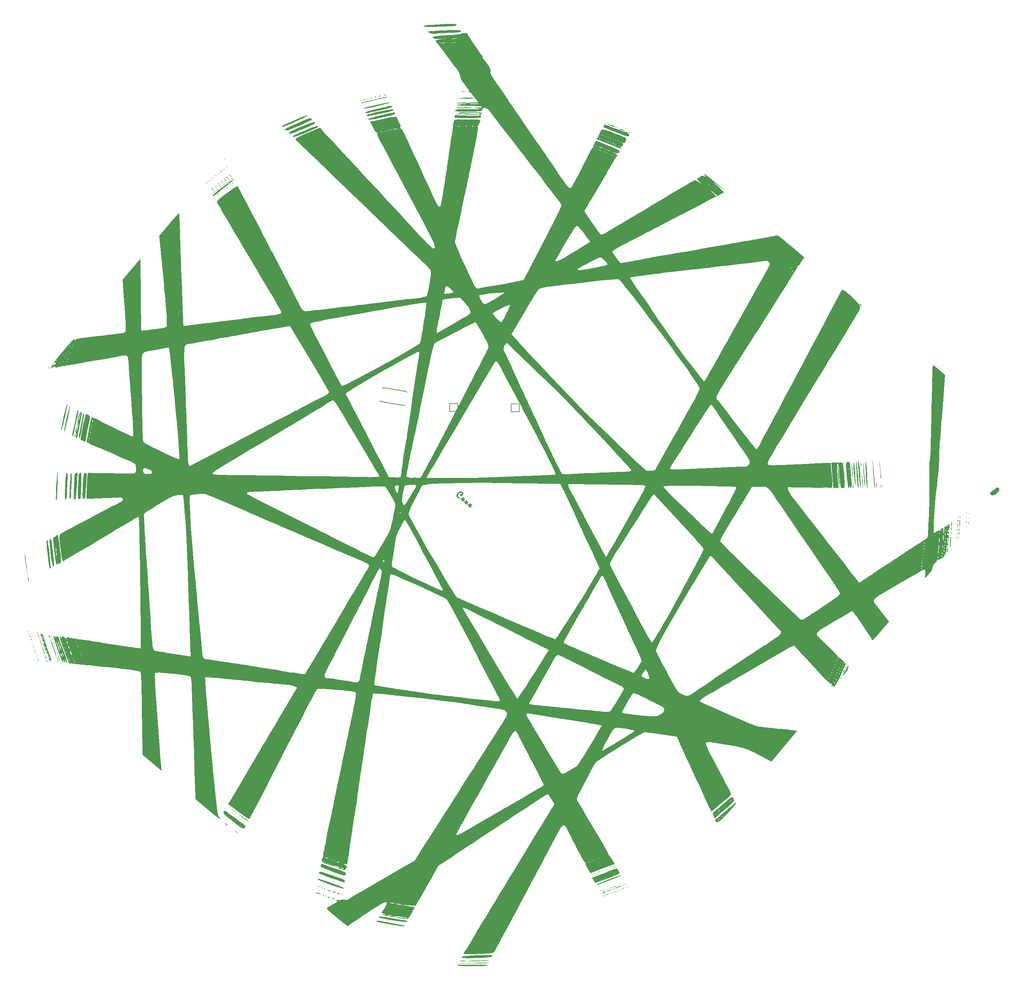
<source format=gbr>
%TF.GenerationSoftware,KiCad,Pcbnew,(6.0.1)*%
%TF.CreationDate,2022-06-05T22:57:28-04:00*%
%TF.ProjectId,sweep-squared,73776565-702d-4737-9175-617265642e6b,rev?*%
%TF.SameCoordinates,Original*%
%TF.FileFunction,Legend,Bot*%
%TF.FilePolarity,Positive*%
%FSLAX46Y46*%
G04 Gerber Fmt 4.6, Leading zero omitted, Abs format (unit mm)*
G04 Created by KiCad (PCBNEW (6.0.1)) date 2022-06-05 22:57:28*
%MOMM*%
%LPD*%
G01*
G04 APERTURE LIST*
%ADD10C,0.300000*%
%ADD11C,0.150000*%
G04 APERTURE END LIST*
D10*
%TO.C,G\u002A\u002A\u002A*%
X152151726Y-88620737D02*
X151993892Y-88583034D01*
X151827113Y-88443090D01*
X151706982Y-88247553D01*
X151689093Y-88043071D01*
X151726796Y-87885237D01*
X151857795Y-87616217D01*
X151997739Y-87449439D01*
X152239924Y-87273715D01*
X152388813Y-87209177D01*
X152593295Y-87191287D01*
X152806722Y-87275638D01*
X152917907Y-87368934D01*
X153038038Y-87564471D01*
X153046983Y-87666712D01*
X152720447Y-88055863D01*
X152498075Y-87869271D01*
X152827786Y-89282754D02*
X153061026Y-89004790D01*
X152689766Y-88882735D02*
X153061026Y-89004790D01*
X153245695Y-89349215D01*
X153080839Y-88642474D02*
X153061026Y-89004790D01*
X153414397Y-88922362D01*
X153717273Y-90029122D02*
X153950513Y-89751158D01*
X153579253Y-89629104D02*
X153950513Y-89751158D01*
X154135182Y-90095584D01*
X153970327Y-89388842D02*
X153950513Y-89751158D01*
X154303884Y-89668730D01*
X154606760Y-90775491D02*
X154840000Y-90497526D01*
X154468740Y-90375472D02*
X154840000Y-90497526D01*
X155024669Y-90841952D01*
X154859814Y-90135210D02*
X154840000Y-90497526D01*
X155193371Y-90415098D01*
D11*
%TO.C,RSW1*%
X133196049Y-61501844D02*
X133239461Y-61255642D01*
X132631692Y-64702469D02*
X132675104Y-64456267D01*
X133239461Y-61255642D02*
X139148308Y-62297531D01*
X138540539Y-65744358D02*
X132631692Y-64702469D01*
X138583951Y-65498156D02*
X138540539Y-65744358D01*
X139148308Y-62297531D02*
X139104896Y-62543733D01*
%TO.C,Bat+1*%
X165056400Y-67300000D02*
X165056400Y-65300000D01*
X165056400Y-65300000D02*
X167056400Y-65300000D01*
X167056400Y-65300000D02*
X167056400Y-67300000D01*
X167056400Y-67300000D02*
X165056400Y-67300000D01*
%TO.C,BatGND1*%
X149848939Y-65214876D02*
X151848939Y-65214876D01*
X151848939Y-65214876D02*
X151848939Y-67214876D01*
X149848939Y-67214876D02*
X149848939Y-65214876D01*
X151848939Y-67214876D02*
X149848939Y-67214876D01*
%TO.C,G\u002A\u002A\u002A*%
G36*
X186451561Y-182068982D02*
G01*
X186310678Y-182081308D01*
X186298352Y-181940425D01*
X186439235Y-181928099D01*
X186451561Y-182068982D01*
G37*
G36*
X187256307Y-186399385D02*
G01*
X187115423Y-186411710D01*
X187103098Y-186270827D01*
X187243981Y-186258501D01*
X187256307Y-186399385D01*
G37*
G36*
X94105075Y-169292952D02*
G01*
X94462316Y-169573175D01*
X94742454Y-169816787D01*
X94923780Y-170008351D01*
X94832020Y-169992504D01*
X94496170Y-169757206D01*
X94064220Y-169351808D01*
X93980363Y-169235089D01*
X94105075Y-169292952D01*
G37*
G36*
X187964299Y-181510750D02*
G01*
X187823416Y-181523076D01*
X187811090Y-181382193D01*
X187951973Y-181369867D01*
X187964299Y-181510750D01*
G37*
G36*
X93367092Y-7579268D02*
G01*
X93366585Y-7617109D01*
X93195682Y-7783546D01*
X93129486Y-7768847D01*
X93179248Y-7595702D01*
X93258362Y-7523871D01*
X93367092Y-7579268D01*
G37*
G36*
X277940259Y-93572552D02*
G01*
X277799376Y-93584878D01*
X277787050Y-93443995D01*
X277927933Y-93431669D01*
X277940259Y-93572552D01*
G37*
G36*
X134340086Y10765316D02*
G01*
X134035300Y10662602D01*
X133196439Y10464072D01*
X131639233Y10100974D01*
X130291199Y9794087D01*
X129188200Y9551221D01*
X128366101Y9380186D01*
X127860767Y9288789D01*
X127708060Y9284842D01*
X127831738Y9335975D01*
X128291903Y9469168D01*
X129027489Y9659686D01*
X129971916Y9890450D01*
X131058604Y10144378D01*
X131868851Y10327256D01*
X132852512Y10541739D01*
X133643921Y10705402D01*
X134177342Y10804776D01*
X134387041Y10826391D01*
X134340086Y10765316D01*
G37*
G36*
X52202980Y-124878742D02*
G01*
X51921091Y-124005150D01*
X51773168Y-123511806D01*
X52177142Y-123511806D01*
X52281425Y-124087185D01*
X52372399Y-124462662D01*
X52549602Y-125038294D01*
X52765966Y-125660885D01*
X52982066Y-126223185D01*
X53158481Y-126617948D01*
X53255789Y-126737924D01*
X53247667Y-126619769D01*
X53176455Y-126356994D01*
X53137707Y-126214013D01*
X52942405Y-125633463D01*
X52802758Y-125246350D01*
X52555829Y-124561800D01*
X52373343Y-124055845D01*
X52177142Y-123511806D01*
X51773168Y-123511806D01*
X51706998Y-123291118D01*
X51651549Y-123070781D01*
X51585445Y-122808104D01*
X51581179Y-122627567D01*
X51717916Y-122747200D01*
X51906714Y-123107364D01*
X52021245Y-123377926D01*
X52094037Y-123433936D01*
X52100010Y-123333945D01*
X52587466Y-123333945D01*
X52691749Y-123909324D01*
X52782723Y-124284801D01*
X52959926Y-124860434D01*
X53176290Y-125483024D01*
X53392390Y-126045325D01*
X53568805Y-126440087D01*
X53666113Y-126560063D01*
X53657991Y-126441909D01*
X53548031Y-126036153D01*
X53352729Y-125455602D01*
X53213082Y-125068490D01*
X52966153Y-124383940D01*
X52783666Y-123877985D01*
X52587466Y-123333945D01*
X52100010Y-123333945D01*
X52112676Y-123121916D01*
X52118498Y-122940435D01*
X52119344Y-122914065D01*
X52165920Y-122770686D01*
X52299327Y-122961414D01*
X52459154Y-123136564D01*
X52591868Y-122946285D01*
X52595824Y-122935329D01*
X52704186Y-122878801D01*
X52875182Y-123160322D01*
X53124541Y-123805253D01*
X53328938Y-124377222D01*
X53654379Y-125272760D01*
X54032871Y-126303433D01*
X54417712Y-127341536D01*
X54465516Y-127470514D01*
X54768570Y-128328522D01*
X54985441Y-129014909D01*
X55096455Y-129462643D01*
X55081942Y-129604694D01*
X55051479Y-129587794D01*
X54822081Y-129313987D01*
X54570196Y-128848518D01*
X54384613Y-128452267D01*
X54324840Y-128396449D01*
X54367087Y-128662232D01*
X54458054Y-128995562D01*
X54589352Y-129252994D01*
X54616104Y-129283947D01*
X54581419Y-129514125D01*
X54557800Y-129531328D01*
X54381773Y-129411037D01*
X54155508Y-129010487D01*
X53861455Y-128349705D01*
X53982482Y-128983332D01*
X53994292Y-129048533D01*
X54025623Y-129415208D01*
X53962497Y-129504440D01*
X53932350Y-129469398D01*
X53763317Y-129139068D01*
X53513613Y-128539549D01*
X53207983Y-127742299D01*
X52936576Y-126998115D01*
X53301858Y-126998115D01*
X53343928Y-127247460D01*
X53502584Y-127688384D01*
X53532874Y-127759434D01*
X53717463Y-128126373D01*
X53827050Y-128235135D01*
X53831865Y-128225444D01*
X53789796Y-127976099D01*
X53631141Y-127535175D01*
X53600849Y-127464125D01*
X53416260Y-127097186D01*
X53306675Y-126988425D01*
X53301858Y-126998115D01*
X52936576Y-126998115D01*
X52871710Y-126820255D01*
X53712182Y-126820255D01*
X53754252Y-127069600D01*
X53912908Y-127510524D01*
X53943198Y-127581574D01*
X54127787Y-127948512D01*
X54237373Y-128057275D01*
X54242189Y-128047584D01*
X54200120Y-127798239D01*
X54041465Y-127357315D01*
X54011173Y-127286265D01*
X53826584Y-126919326D01*
X53716999Y-126810565D01*
X53712182Y-126820255D01*
X52871710Y-126820255D01*
X52871170Y-126818774D01*
X52773822Y-126541308D01*
X52527922Y-125840437D01*
X52202980Y-124878742D01*
G37*
G36*
X188487926Y-186376469D02*
G01*
X188190536Y-186530592D01*
X187914422Y-186620933D01*
X187692826Y-186635127D01*
X187739936Y-186556159D01*
X188037327Y-186402035D01*
X188313440Y-186311695D01*
X188535036Y-186297499D01*
X188487926Y-186376469D01*
G37*
G36*
X47560838Y-127924296D02*
G01*
X47419955Y-127936622D01*
X47407629Y-127795739D01*
X47548512Y-127783413D01*
X47560838Y-127924296D01*
G37*
G36*
X57082970Y-73054602D02*
G01*
X57075869Y-73240609D01*
X56957059Y-73417103D01*
X56889186Y-73357855D01*
X56925239Y-73068402D01*
X56938722Y-73030183D01*
X57035393Y-72849692D01*
X57082970Y-73054602D01*
G37*
G36*
X92030673Y-8530213D02*
G01*
X92015551Y-8609892D01*
X91796366Y-8834012D01*
X91681714Y-8858654D01*
X91781473Y-8663779D01*
X91922696Y-8517475D01*
X92030673Y-8530213D01*
G37*
G36*
X189461135Y-185638641D02*
G01*
X189320252Y-185650967D01*
X189307926Y-185510083D01*
X189448810Y-185497758D01*
X189461135Y-185638641D01*
G37*
G36*
X187190809Y2156387D02*
G01*
X187277851Y2344431D01*
X187352130Y2504901D01*
X187370625Y2527666D01*
X187496752Y2682914D01*
X187576998Y2781687D01*
X187646236Y2789897D01*
X187691122Y2780901D01*
X188040069Y2710966D01*
X188110768Y2689857D01*
X188513281Y2569675D01*
X188701919Y2513352D01*
X189560205Y2219491D01*
X190543341Y1851825D01*
X190964262Y1687389D01*
X191905039Y1313432D01*
X192687991Y993335D01*
X193241203Y756803D01*
X193492758Y633544D01*
X193581455Y373049D01*
X193506929Y-68000D01*
X193445558Y-230373D01*
X193230279Y-533528D01*
X192883019Y-588804D01*
X192712625Y-579528D01*
X192552225Y-613469D01*
X192709463Y-777284D01*
X192805466Y-951905D01*
X192738566Y-1255307D01*
X192519711Y-1476065D01*
X192253782Y-1457599D01*
X192172045Y-1451921D01*
X192253930Y-1690781D01*
X192328388Y-1829416D01*
X192368962Y-1939108D01*
X192317303Y-1984515D01*
X192126545Y-1952468D01*
X191749815Y-1829796D01*
X191140245Y-1603330D01*
X190250965Y-1259901D01*
X190083186Y-1194553D01*
X191495449Y-1194553D01*
X191507774Y-1335436D01*
X191648657Y-1323110D01*
X191636332Y-1182227D01*
X191495449Y-1194553D01*
X190083186Y-1194553D01*
X189331856Y-901919D01*
X190783698Y-901919D01*
X190790768Y-939098D01*
X190987977Y-1073329D01*
X191050614Y-1047359D01*
X190971543Y-885485D01*
X190881156Y-828484D01*
X190783698Y-901919D01*
X189331856Y-901919D01*
X189035105Y-786338D01*
X188734885Y-669455D01*
X190195514Y-669455D01*
X190202584Y-706634D01*
X190399792Y-840866D01*
X190462429Y-814895D01*
X190383359Y-653021D01*
X190292972Y-596020D01*
X190195514Y-669455D01*
X188734885Y-669455D01*
X188137792Y-436992D01*
X189607330Y-436992D01*
X189614400Y-474171D01*
X189811608Y-608402D01*
X189874245Y-582431D01*
X189795175Y-420557D01*
X189712371Y-368338D01*
X192014670Y-368338D01*
X192021740Y-405517D01*
X192218948Y-539749D01*
X192281585Y-513778D01*
X192202515Y-351904D01*
X192112128Y-294903D01*
X192014670Y-368338D01*
X189712371Y-368338D01*
X189704788Y-363556D01*
X189607330Y-436992D01*
X188137792Y-436992D01*
X187540697Y-204528D01*
X189019145Y-204528D01*
X189026215Y-241707D01*
X189223424Y-375938D01*
X189286061Y-349968D01*
X189206991Y-188094D01*
X189116604Y-131093D01*
X189019145Y-204528D01*
X187540697Y-204528D01*
X186943602Y27936D01*
X188430961Y27936D01*
X188438031Y-9243D01*
X188635240Y-143475D01*
X188697877Y-117504D01*
X188673445Y-67487D01*
X191396843Y-67487D01*
X191409169Y-208371D01*
X191550052Y-196045D01*
X191537726Y-55162D01*
X191396843Y-67487D01*
X188673445Y-67487D01*
X188618806Y44370D01*
X188528420Y101371D01*
X188430961Y27936D01*
X186943602Y27936D01*
X186501059Y200229D01*
X187966343Y200229D01*
X187978669Y59346D01*
X188119552Y71672D01*
X188111389Y164976D01*
X190808659Y164976D01*
X190820985Y24093D01*
X190961868Y36419D01*
X190949542Y177302D01*
X190808659Y164976D01*
X188111389Y164976D01*
X188107227Y212555D01*
X187966343Y200229D01*
X186501059Y200229D01*
X186233634Y304344D01*
X186406947Y596769D01*
X186819617Y596769D01*
X186826688Y559590D01*
X187023896Y425359D01*
X187041584Y432693D01*
X187378159Y432693D01*
X187390485Y291810D01*
X187531368Y304135D01*
X187523205Y397440D01*
X190220475Y397440D01*
X190232800Y256557D01*
X190373684Y268883D01*
X190361358Y409766D01*
X190220475Y397440D01*
X187523205Y397440D01*
X187519042Y445018D01*
X187378159Y432693D01*
X187041584Y432693D01*
X187086533Y451330D01*
X187007463Y613203D01*
X186980981Y629904D01*
X189632291Y629904D01*
X189644616Y489021D01*
X189785499Y501346D01*
X189773174Y642229D01*
X189632291Y629904D01*
X186980981Y629904D01*
X186917076Y670205D01*
X186819617Y596769D01*
X186406947Y596769D01*
X186544011Y828031D01*
X186564361Y862367D01*
X189044106Y862367D01*
X189056432Y721484D01*
X189197315Y733810D01*
X189184990Y874693D01*
X189044106Y862367D01*
X186564361Y862367D01*
X186604120Y929451D01*
X186608632Y937078D01*
X186660238Y1035100D01*
X186691685Y1094831D01*
X188455922Y1094831D01*
X188468248Y953948D01*
X188562169Y962165D01*
X188609131Y966274D01*
X188596805Y1107157D01*
X188455922Y1094831D01*
X186691685Y1094831D01*
X186755574Y1216185D01*
X186835021Y1367088D01*
X186900452Y1491371D01*
X187309196Y1491371D01*
X187316266Y1454192D01*
X187513475Y1319961D01*
X187531163Y1327295D01*
X187867738Y1327295D01*
X187880064Y1186412D01*
X187973985Y1194629D01*
X188020947Y1198737D01*
X188008621Y1339620D01*
X187867738Y1327295D01*
X187531163Y1327295D01*
X187576112Y1345932D01*
X187497041Y1507805D01*
X187406655Y1564807D01*
X187309196Y1491371D01*
X186900452Y1491371D01*
X186923837Y1535790D01*
X186929449Y1548935D01*
X187011511Y1741159D01*
X187107250Y1965420D01*
X187164625Y2099819D01*
X187190809Y2156387D01*
G37*
G36*
X51847238Y-124993977D02*
G01*
X51706355Y-125006302D01*
X51694029Y-124865419D01*
X51834912Y-124853093D01*
X51847238Y-124993977D01*
G37*
G36*
X248333883Y-79731467D02*
G01*
X248596361Y-79718841D01*
X248908189Y-79795484D01*
X248968738Y-79973714D01*
X249052556Y-80488839D01*
X249143083Y-81260866D01*
X249233131Y-82212685D01*
X249315508Y-83267184D01*
X249383026Y-84347251D01*
X249428494Y-85375776D01*
X249430521Y-85470595D01*
X249384432Y-86006765D01*
X249263543Y-86244561D01*
X249113228Y-86151682D01*
X248978864Y-85695832D01*
X248878819Y-85113078D01*
X248880423Y-85675938D01*
X248823146Y-86059315D01*
X248676320Y-86208852D01*
X248623784Y-86122378D01*
X248524899Y-85702494D01*
X248413894Y-84994734D01*
X248300848Y-84066692D01*
X248195835Y-82985963D01*
X248193673Y-82960814D01*
X248096092Y-81760818D01*
X248043691Y-80900948D01*
X248041356Y-80621725D01*
X248592170Y-80621725D01*
X248617790Y-81184390D01*
X248671933Y-81937043D01*
X248697011Y-82229041D01*
X248769470Y-82951775D01*
X248836716Y-83468949D01*
X248886853Y-83683871D01*
X248898679Y-83666472D01*
X248904903Y-83380918D01*
X248879283Y-82818253D01*
X248825142Y-82065600D01*
X248800061Y-81773603D01*
X248727603Y-81050868D01*
X248660357Y-80533694D01*
X248610221Y-80318771D01*
X248598394Y-80336171D01*
X248592170Y-80621725D01*
X248041356Y-80621725D01*
X248038871Y-80324640D01*
X248084030Y-79975332D01*
X248120726Y-79908037D01*
X248181568Y-79796462D01*
X248333883Y-79731467D01*
G37*
G36*
X91354173Y-12156183D02*
G01*
X91353667Y-12194025D01*
X91182763Y-12360462D01*
X91116568Y-12345763D01*
X91166330Y-12172618D01*
X91245444Y-12100787D01*
X91354173Y-12156183D01*
G37*
G36*
X57783150Y-66960832D02*
G01*
X57773968Y-67330747D01*
X57682030Y-67951588D01*
X57520141Y-68726317D01*
X57501898Y-68804244D01*
X57270021Y-69837983D01*
X57039198Y-70931909D01*
X56856870Y-71861765D01*
X56836992Y-71967660D01*
X56688571Y-72648587D01*
X56547817Y-73132365D01*
X56442801Y-73320133D01*
X56439607Y-73320386D01*
X56291525Y-73221611D01*
X56294161Y-73197865D01*
X56350050Y-72888052D01*
X56466025Y-72290845D01*
X56625495Y-71488327D01*
X56811869Y-70562580D01*
X57008560Y-69595688D01*
X57198977Y-68669732D01*
X57366528Y-67866795D01*
X57494627Y-67268960D01*
X57601127Y-66959195D01*
X57760521Y-66904638D01*
X57783150Y-66960832D01*
G37*
G36*
X45430055Y-108401767D02*
G01*
X45479277Y-108690984D01*
X45523317Y-109144786D01*
X45489045Y-109332714D01*
X45448788Y-109289561D01*
X45371416Y-108964588D01*
X45314688Y-108422115D01*
X45255698Y-107491170D01*
X45430055Y-108401767D01*
G37*
G36*
X276123447Y-97190151D02*
G01*
X276147207Y-97615984D01*
X276139645Y-97798808D01*
X276111117Y-97910069D01*
X276040825Y-97625292D01*
X275995072Y-97347942D01*
X275997685Y-97132201D01*
X276022758Y-97107427D01*
X276123447Y-97190151D01*
G37*
G36*
X59993438Y-67913923D02*
G01*
X60392379Y-68134433D01*
X60644017Y-68430143D01*
X60681383Y-68868448D01*
X60543309Y-69566026D01*
X60475936Y-69852931D01*
X60295608Y-70693325D01*
X60096230Y-71696039D01*
X59909974Y-72701764D01*
X59555902Y-74701151D01*
X59048860Y-74524747D01*
X58954041Y-74491448D01*
X58529679Y-74308608D01*
X58374195Y-74103923D01*
X58387517Y-73761976D01*
X58436763Y-73467752D01*
X58552452Y-72850156D01*
X58711160Y-72040748D01*
X58895734Y-71123004D01*
X59089023Y-70180398D01*
X59273873Y-69296403D01*
X59433132Y-68554495D01*
X59549646Y-68038147D01*
X59606265Y-67830834D01*
X59689142Y-67816564D01*
X59993438Y-67913923D01*
G37*
G36*
X255555884Y-84844616D02*
G01*
X255617304Y-85106603D01*
X255663214Y-85584232D01*
X255667597Y-85673587D01*
X255666024Y-86075363D01*
X255625046Y-86204909D01*
X255617333Y-86195290D01*
X255555913Y-85933304D01*
X255510005Y-85455674D01*
X255505621Y-85366319D01*
X255507193Y-84964543D01*
X255548172Y-84834997D01*
X255555884Y-84844616D01*
G37*
G36*
X135524134Y8566849D02*
G01*
X135532092Y8559956D01*
X135574007Y8405611D01*
X135341893Y8237302D01*
X134805323Y8043955D01*
X133933872Y7814494D01*
X132697112Y7537847D01*
X132546656Y7505780D01*
X131532866Y7285690D01*
X130630939Y7083408D01*
X129934119Y6920186D01*
X129535650Y6817275D01*
X129136265Y6768353D01*
X128900059Y6917025D01*
X129043365Y7073395D01*
X129566734Y7277257D01*
X130475729Y7530042D01*
X131775815Y7833493D01*
X132281569Y7944960D01*
X133293942Y8169500D01*
X134148533Y8360919D01*
X134767684Y8501765D01*
X135073734Y8574587D01*
X135255446Y8606061D01*
X135524134Y8566849D01*
G37*
G36*
X273246248Y-100756061D02*
G01*
X273270726Y-101141933D01*
X273269332Y-101288903D01*
X273226781Y-101798114D01*
X273142744Y-102078869D01*
X273063393Y-102054600D01*
X273034071Y-101759495D01*
X273066445Y-101296934D01*
X273159004Y-100787106D01*
X273189893Y-100696312D01*
X273246248Y-100756061D01*
G37*
G36*
X278528443Y-93805016D02*
G01*
X278387560Y-93817342D01*
X278375234Y-93676458D01*
X278516117Y-93664133D01*
X278528443Y-93805016D01*
G37*
G36*
X52015841Y-125277740D02*
G01*
X52037424Y-125545184D01*
X52020444Y-125623373D01*
X51926950Y-125713566D01*
X51905797Y-125684070D01*
X51884215Y-125416626D01*
X51901193Y-125338437D01*
X51994689Y-125248243D01*
X52015841Y-125277740D01*
G37*
G36*
X248312433Y-130022484D02*
G01*
X248311926Y-130060325D01*
X248141023Y-130226763D01*
X248074828Y-130212063D01*
X248124589Y-130038918D01*
X248203703Y-129967087D01*
X248312433Y-130022484D01*
G37*
G36*
X190943921Y-186360683D02*
G01*
X190803038Y-186373009D01*
X190790713Y-186232126D01*
X190931596Y-186219800D01*
X190943921Y-186360683D01*
G37*
G36*
X192883866Y-185510758D02*
G01*
X192843189Y-185627757D01*
X192549268Y-185644010D01*
X192432369Y-185609443D01*
X192538397Y-185519755D01*
X192642801Y-185491380D01*
X192863699Y-185491294D01*
X192883866Y-185510758D01*
G37*
G36*
X90440221Y-9822797D02*
G01*
X90439714Y-9860639D01*
X90268811Y-10027076D01*
X90202615Y-10012377D01*
X90252377Y-9839232D01*
X90331491Y-9767401D01*
X90440221Y-9822797D01*
G37*
G36*
X52574073Y-126790479D02*
G01*
X52595656Y-127057922D01*
X52578676Y-127136111D01*
X52485182Y-127226305D01*
X52464029Y-127196808D01*
X52442447Y-126929364D01*
X52459426Y-126851175D01*
X52552921Y-126760981D01*
X52574073Y-126790479D01*
G37*
G36*
X96174155Y-10456836D02*
G01*
X96173648Y-10494677D01*
X96002744Y-10661115D01*
X95936549Y-10646415D01*
X95986311Y-10473270D01*
X96065425Y-10401439D01*
X96174155Y-10456836D01*
G37*
G36*
X188530802Y4295517D02*
G01*
X188602632Y4216403D01*
X188547236Y4107673D01*
X188509394Y4108179D01*
X188342957Y4279083D01*
X188357656Y4345278D01*
X188530802Y4295517D01*
G37*
G36*
X117646879Y-185036438D02*
G01*
X117718709Y-185115553D01*
X117663313Y-185224283D01*
X117625471Y-185223776D01*
X117459034Y-185052873D01*
X117473734Y-184986678D01*
X117646879Y-185036438D01*
G37*
G36*
X191794521Y-184724688D02*
G01*
X191653638Y-184737014D01*
X191641312Y-184596131D01*
X191782196Y-184583805D01*
X191794521Y-184724688D01*
G37*
G36*
X190297685Y-180596798D02*
G01*
X190156802Y-180609123D01*
X190144476Y-180468240D01*
X190285359Y-180455914D01*
X190297685Y-180596798D01*
G37*
G36*
X50303487Y-128018199D02*
G01*
X50315537Y-127989538D01*
X50415682Y-127989538D01*
X50527592Y-128294125D01*
X50624570Y-128421252D01*
X50722284Y-128354883D01*
X50725983Y-128289514D01*
X50611599Y-128003915D01*
X50518888Y-127939908D01*
X50415682Y-127989538D01*
X50315537Y-127989538D01*
X50341654Y-127927422D01*
X50386824Y-127819988D01*
X50447817Y-127743542D01*
X50291239Y-127541337D01*
X50224055Y-127466646D01*
X50112710Y-127267459D01*
X50200642Y-127267459D01*
X50212967Y-127408342D01*
X50353851Y-127396016D01*
X50341525Y-127255133D01*
X50200642Y-127267459D01*
X50112710Y-127267459D01*
X50035027Y-127128491D01*
X50013993Y-127090864D01*
X49757509Y-126518712D01*
X49667637Y-126291717D01*
X49825838Y-126291717D01*
X49933851Y-126651973D01*
X50055218Y-126900950D01*
X50166944Y-126996474D01*
X50170421Y-126859020D01*
X50062409Y-126498764D01*
X49941041Y-126249786D01*
X49829316Y-126154264D01*
X49825838Y-126291717D01*
X49667637Y-126291717D01*
X49505707Y-125882724D01*
X49497522Y-125862051D01*
X49276950Y-125232742D01*
X49264697Y-125189303D01*
X49445466Y-125189303D01*
X49553479Y-125549558D01*
X49674846Y-125798536D01*
X49786572Y-125894059D01*
X49790049Y-125756605D01*
X49682037Y-125396350D01*
X49560669Y-125147372D01*
X49448944Y-125051850D01*
X49445466Y-125189303D01*
X49264697Y-125189303D01*
X49156776Y-124806692D01*
X49138710Y-124742643D01*
X49125724Y-124503614D01*
X49160596Y-124496590D01*
X49273433Y-124686800D01*
X49331427Y-124799450D01*
X49399996Y-124660067D01*
X49393241Y-124530779D01*
X49186081Y-124287648D01*
X49088852Y-124209417D01*
X48887845Y-123865753D01*
X48693851Y-123372512D01*
X48547054Y-122857871D01*
X48487637Y-122450004D01*
X48500152Y-122418248D01*
X48656361Y-122418248D01*
X48753430Y-122924855D01*
X48847270Y-123308494D01*
X49030688Y-123839011D01*
X49210876Y-124246561D01*
X49113807Y-123739954D01*
X49019966Y-123356314D01*
X48836549Y-122825798D01*
X48656361Y-122418248D01*
X48500152Y-122418248D01*
X48538971Y-122319746D01*
X48555782Y-122277088D01*
X48647224Y-122276012D01*
X48793761Y-122337556D01*
X48938349Y-122533787D01*
X49111085Y-122926550D01*
X49342063Y-123577690D01*
X49661377Y-124549050D01*
X49851318Y-125128399D01*
X50203530Y-126176404D01*
X50540277Y-127149962D01*
X50808941Y-127895622D01*
X51029932Y-128554612D01*
X51099854Y-128990374D01*
X50979593Y-129110798D01*
X50864289Y-129062039D01*
X50608561Y-128783688D01*
X50606719Y-128780197D01*
X50758874Y-128780197D01*
X50771199Y-128921080D01*
X50912083Y-128908754D01*
X50899757Y-128767871D01*
X50758874Y-128780197D01*
X50606719Y-128780197D01*
X50485780Y-128551044D01*
X50399514Y-128387588D01*
X50303487Y-128018199D01*
G37*
G36*
X52898508Y-127927225D02*
G01*
X53052632Y-128224615D01*
X53142972Y-128500728D01*
X53157167Y-128722325D01*
X53078198Y-128675214D01*
X52924075Y-128377824D01*
X52833734Y-128101711D01*
X52819539Y-127880115D01*
X52898508Y-127927225D01*
G37*
G36*
X193613677Y-184423571D02*
G01*
X193472794Y-184435897D01*
X193460468Y-184295014D01*
X193601352Y-184282688D01*
X193613677Y-184423571D01*
G37*
G36*
X92699653Y-8063546D02*
G01*
X92699146Y-8101387D01*
X92528243Y-8267824D01*
X92462047Y-8253125D01*
X92511809Y-8079980D01*
X92590923Y-8008149D01*
X92699653Y-8063546D01*
G37*
G36*
X118235064Y-185268902D02*
G01*
X118306894Y-185348017D01*
X118251497Y-185456747D01*
X118213655Y-185456240D01*
X118047218Y-185285336D01*
X118061918Y-185219141D01*
X118235064Y-185268902D01*
G37*
G36*
X248079969Y-130610668D02*
G01*
X248079463Y-130648510D01*
X247908559Y-130814947D01*
X247842364Y-130800247D01*
X247892126Y-130627102D01*
X247971240Y-130555272D01*
X248079969Y-130610668D01*
G37*
G36*
X246893000Y-133269823D02*
G01*
X246892493Y-133307664D01*
X246721589Y-133474101D01*
X246655394Y-133459402D01*
X246705156Y-133286257D01*
X246784270Y-133214426D01*
X246893000Y-133269823D01*
G37*
G36*
X129606679Y10396664D02*
G01*
X129566002Y10279665D01*
X129272082Y10263412D01*
X129155182Y10297978D01*
X129261211Y10387666D01*
X129365615Y10416041D01*
X129586513Y10416127D01*
X129606679Y10396664D01*
G37*
G36*
X252922590Y-79684642D02*
G01*
X252992204Y-80113818D01*
X253071982Y-80830253D01*
X253155298Y-81773183D01*
X253235524Y-82881842D01*
X253290723Y-83814646D01*
X253335443Y-84816697D01*
X253354337Y-85613753D01*
X253346030Y-86141188D01*
X253309144Y-86334372D01*
X253249437Y-86174721D01*
X253176915Y-85690552D01*
X253100321Y-84959871D01*
X253024732Y-84061822D01*
X252955224Y-83075548D01*
X252896875Y-82080194D01*
X252854758Y-81154901D01*
X252833954Y-80378814D01*
X252839537Y-79831077D01*
X252876585Y-79590832D01*
X252922590Y-79684642D01*
G37*
G36*
X190550480Y-186424710D02*
G01*
X190509803Y-186541709D01*
X190215882Y-186557962D01*
X190098983Y-186523396D01*
X190205011Y-186433707D01*
X190309415Y-186405332D01*
X190530313Y-186405247D01*
X190550480Y-186424710D01*
G37*
G36*
X114639925Y6245295D02*
G01*
X114489286Y6106100D01*
X114047148Y5850232D01*
X113383492Y5509524D01*
X112568300Y5115807D01*
X111671554Y4700912D01*
X110763234Y4296671D01*
X109913323Y3934915D01*
X109191801Y3647476D01*
X108668651Y3466184D01*
X108413853Y3422872D01*
X108339647Y3459638D01*
X108313697Y3542607D01*
X108449877Y3670636D01*
X108789257Y3866305D01*
X109372912Y4152192D01*
X110241913Y4550873D01*
X111437335Y5084930D01*
X112148940Y5393771D01*
X113087199Y5777360D01*
X113857697Y6064211D01*
X114395358Y6230556D01*
X114635103Y6252636D01*
X114639925Y6245295D01*
G37*
G36*
X278464582Y-94676964D02*
G01*
X278486165Y-94944407D01*
X278469186Y-95022597D01*
X278375691Y-95112790D01*
X278354538Y-95083293D01*
X278332956Y-94815850D01*
X278349935Y-94737660D01*
X278443430Y-94647467D01*
X278464582Y-94676964D01*
G37*
G36*
X95744480Y-8790889D02*
G01*
X95743973Y-8828730D01*
X95573070Y-8995167D01*
X95506875Y-8980468D01*
X95556636Y-8807323D01*
X95635750Y-8735492D01*
X95744480Y-8790889D01*
G37*
G36*
X136764972Y-192540982D02*
G01*
X137393318Y-192618026D01*
X137960342Y-192704094D01*
X138563738Y-192821058D01*
X138850432Y-192926808D01*
X138870572Y-193035516D01*
X138671976Y-193042079D01*
X138205875Y-192982978D01*
X137601835Y-192880174D01*
X136988198Y-192757504D01*
X136493303Y-192638808D01*
X136245493Y-192547923D01*
X136352577Y-192515908D01*
X136764972Y-192540982D01*
G37*
G36*
X95438062Y-8533774D02*
G01*
X95437555Y-8571615D01*
X95266652Y-8738052D01*
X95200457Y-8723353D01*
X95250218Y-8550208D01*
X95329332Y-8478377D01*
X95438062Y-8533774D01*
G37*
G36*
X46597582Y-125027377D02*
G01*
X46456699Y-125039703D01*
X46444374Y-124898820D01*
X46585257Y-124886494D01*
X46597582Y-125027377D01*
G37*
G36*
X154765318Y6607067D02*
G01*
X155137906Y6600213D01*
X155992163Y6581755D01*
X156532959Y6562232D01*
X156824880Y6536946D01*
X156932513Y6501198D01*
X156920443Y6450288D01*
X156745076Y6419184D01*
X156265647Y6399503D01*
X155584054Y6394284D01*
X154800655Y6401786D01*
X154015808Y6420270D01*
X153329868Y6447995D01*
X152843194Y6483224D01*
X152656144Y6524213D01*
X152769306Y6561626D01*
X153207829Y6595838D01*
X153900380Y6612055D01*
X154765318Y6607067D01*
G37*
G36*
X276344309Y-93158925D02*
G01*
X276365892Y-93426368D01*
X276348913Y-93504558D01*
X276255418Y-93594751D01*
X276234265Y-93565254D01*
X276212683Y-93297811D01*
X276229662Y-93219621D01*
X276323157Y-93129428D01*
X276344309Y-93158925D01*
G37*
G36*
X55777709Y-65772683D02*
G01*
X55767602Y-66031595D01*
X55681120Y-66581617D01*
X55535355Y-67346801D01*
X55347400Y-68251197D01*
X55134351Y-69218857D01*
X54913299Y-70173832D01*
X54701338Y-71040174D01*
X54515562Y-71741935D01*
X54373063Y-72203165D01*
X54290935Y-72347916D01*
X54286312Y-72213276D01*
X54351204Y-71742511D01*
X54485318Y-70998406D01*
X54676586Y-70046821D01*
X54912938Y-68953617D01*
X55110217Y-68092877D01*
X55343434Y-67137400D01*
X55542535Y-66390185D01*
X55691081Y-65912213D01*
X55772633Y-65764463D01*
X55777709Y-65772683D01*
G37*
G36*
X93995521Y-4756037D02*
G01*
X93854638Y-4768362D01*
X93842312Y-4627479D01*
X93983196Y-4615153D01*
X93995521Y-4756037D01*
G37*
G36*
X188374623Y-181332890D02*
G01*
X188233740Y-181345216D01*
X188221414Y-181204332D01*
X188362297Y-181192007D01*
X188374623Y-181332890D01*
G37*
G36*
X119904401Y-187590878D02*
G01*
X120220191Y-187725863D01*
X120243463Y-187791602D01*
X120018967Y-187810100D01*
X119827113Y-187772208D01*
X119511324Y-187637223D01*
X119488051Y-187571484D01*
X119712549Y-187552985D01*
X119904401Y-187590878D01*
G37*
G36*
X58550215Y-82448913D02*
G01*
X58570324Y-82572820D01*
X58581088Y-83028488D01*
X58575212Y-83739216D01*
X58555438Y-84621789D01*
X58524511Y-85592989D01*
X58485173Y-86569602D01*
X58440169Y-87468409D01*
X58392241Y-88206195D01*
X58344134Y-88699743D01*
X58269578Y-88844797D01*
X57949607Y-88972149D01*
X57918570Y-88969496D01*
X57789755Y-88864530D01*
X57710992Y-88568693D01*
X57678564Y-88030090D01*
X57688750Y-87196826D01*
X57737834Y-86017006D01*
X57750883Y-85751475D01*
X57810778Y-84561425D01*
X57860013Y-83703648D01*
X57905881Y-83121532D01*
X57955675Y-82758464D01*
X58016688Y-82557833D01*
X58096212Y-82463023D01*
X58201543Y-82417424D01*
X58268877Y-82401033D01*
X58550215Y-82448913D01*
G37*
G36*
X277855703Y-95851335D02*
G01*
X277714820Y-95863661D01*
X277702495Y-95722777D01*
X277843378Y-95710452D01*
X277855703Y-95851335D01*
G37*
G36*
X130580536Y10623827D02*
G01*
X130539859Y10506828D01*
X130245939Y10490575D01*
X130129039Y10525141D01*
X130235068Y10614829D01*
X130339472Y10643204D01*
X130560370Y10643290D01*
X130580536Y10623827D01*
G37*
G36*
X94739130Y-10280716D02*
G01*
X94724008Y-10360394D01*
X94504824Y-10584515D01*
X94390172Y-10609157D01*
X94489930Y-10414281D01*
X94631154Y-10267977D01*
X94739130Y-10280716D01*
G37*
G36*
X251952296Y-82645957D02*
G01*
X252011976Y-83025042D01*
X252084519Y-83664294D01*
X252158760Y-84471216D01*
X252192817Y-84906705D01*
X252236931Y-85606439D01*
X252251694Y-86075873D01*
X252233537Y-86230991D01*
X252212013Y-86167917D01*
X252152334Y-85788832D01*
X252079791Y-85149581D01*
X252005551Y-84342659D01*
X251971493Y-83907170D01*
X251927379Y-83207436D01*
X251912616Y-82738002D01*
X251930773Y-82582883D01*
X251952296Y-82645957D01*
G37*
G36*
X154504004Y8210235D02*
G01*
X155061970Y8179322D01*
X155316625Y8132654D01*
X155367579Y8076133D01*
X155218403Y8015598D01*
X155134060Y8014619D01*
X154695424Y8009338D01*
X154008732Y8000957D01*
X153181058Y7990781D01*
X152791647Y7988623D01*
X152073218Y8000868D01*
X151574427Y8032336D01*
X151385385Y8078619D01*
X151446949Y8107840D01*
X151820064Y8155644D01*
X152456775Y8194397D01*
X153270596Y8217718D01*
X153739238Y8221384D01*
X154504004Y8210235D01*
G37*
G36*
X192277395Y2848782D02*
G01*
X192362227Y2818889D01*
X192882305Y2603148D01*
X193216714Y2412496D01*
X193250719Y2374210D01*
X193128432Y2353752D01*
X192737022Y2463110D01*
X192652189Y2493003D01*
X192132111Y2708743D01*
X191797702Y2899395D01*
X191763696Y2937682D01*
X191885984Y2958139D01*
X192277395Y2848782D01*
G37*
G36*
X188572045Y3835187D02*
G01*
X189092490Y3674783D01*
X189867246Y3388218D01*
X190953596Y2961227D01*
X191043951Y2925341D01*
X192214996Y2477760D01*
X193052720Y2194804D01*
X193547996Y2079232D01*
X193691697Y2133803D01*
X193683564Y2269045D01*
X193823140Y2098539D01*
X193952400Y1913512D01*
X194244664Y1589670D01*
X194325395Y1451434D01*
X194235998Y1140049D01*
X194226579Y1129774D01*
X194043761Y1064317D01*
X193691522Y1107467D01*
X193121055Y1273179D01*
X192283555Y1575409D01*
X191130219Y2028111D01*
X190577590Y2249473D01*
X189626305Y2628784D01*
X188836162Y2941610D01*
X188277129Y3160308D01*
X188019173Y3257236D01*
X187916022Y3377375D01*
X187965327Y3705466D01*
X188064955Y3834580D01*
X188248627Y3883698D01*
X188572045Y3835187D01*
G37*
G36*
X251761214Y-79965832D02*
G01*
X251801315Y-80385603D01*
X251794080Y-80738635D01*
X251744900Y-80860428D01*
X251688206Y-80676817D01*
X251648106Y-80257046D01*
X251655340Y-79904014D01*
X251704521Y-79782220D01*
X251761214Y-79965832D01*
G37*
G36*
X249470855Y-80281303D02*
G01*
X249528524Y-80616219D01*
X249599018Y-81218565D01*
X249670441Y-81991646D01*
X249694815Y-82303291D01*
X249738190Y-82991960D01*
X249751743Y-83456544D01*
X249732152Y-83609917D01*
X249716817Y-83573431D01*
X249659147Y-83238516D01*
X249588653Y-82636170D01*
X249517232Y-81863089D01*
X249492856Y-81551444D01*
X249449482Y-80862775D01*
X249435929Y-80398191D01*
X249455520Y-80244817D01*
X249470855Y-80281303D01*
G37*
G36*
X96972555Y-171404333D02*
G01*
X97075261Y-171493038D01*
X97266823Y-171694977D01*
X97181878Y-171699375D01*
X97014226Y-171599301D01*
X96645647Y-171249423D01*
X96614196Y-171198624D01*
X96680415Y-171186419D01*
X96972555Y-171404333D01*
G37*
G36*
X275715571Y-97330818D02*
G01*
X275737155Y-97598261D01*
X275720175Y-97676451D01*
X275626680Y-97766644D01*
X275605528Y-97737147D01*
X275583946Y-97469704D01*
X275600924Y-97391514D01*
X275694419Y-97301320D01*
X275715571Y-97330818D01*
G37*
G36*
X52541242Y-128211580D02*
G01*
X52731239Y-128607637D01*
X52754918Y-128665346D01*
X52901908Y-129091489D01*
X52927147Y-129307597D01*
X52918052Y-129312278D01*
X52792677Y-129156904D01*
X52602681Y-128760846D01*
X52579000Y-128703137D01*
X52432011Y-128276994D01*
X52406772Y-128060887D01*
X52415866Y-128056205D01*
X52541242Y-128211580D01*
G37*
G36*
X249822250Y-85388047D02*
G01*
X249862351Y-85807818D01*
X249855116Y-86160850D01*
X249805936Y-86282643D01*
X249749242Y-86099032D01*
X249709142Y-85679261D01*
X249716376Y-85326229D01*
X249765557Y-85204435D01*
X249822250Y-85388047D01*
G37*
G36*
X134055190Y11365928D02*
G01*
X134079964Y11340853D01*
X133997240Y11240164D01*
X133571406Y11216404D01*
X133388583Y11223966D01*
X133277321Y11252495D01*
X133562099Y11322788D01*
X133839448Y11368540D01*
X134055190Y11365928D01*
G37*
G36*
X191354245Y-186182823D02*
G01*
X191213362Y-186195149D01*
X191201036Y-186054265D01*
X191341920Y-186041940D01*
X191354245Y-186182823D01*
G37*
G36*
X94710719Y-11578601D02*
G01*
X94710212Y-11616442D01*
X94539309Y-11782879D01*
X94473114Y-11768180D01*
X94522875Y-11595035D01*
X94601989Y-11523204D01*
X94710719Y-11578601D01*
G37*
G36*
X96340679Y-9719309D02*
G01*
X96022532Y-10014837D01*
X95493865Y-10467008D01*
X94818089Y-11025212D01*
X94058614Y-11638834D01*
X93278853Y-12257259D01*
X92542217Y-12829874D01*
X91912117Y-13306065D01*
X91451963Y-13635219D01*
X91225169Y-13766722D01*
X91223802Y-13766953D01*
X91105417Y-13639885D01*
X91230757Y-13465630D01*
X91677904Y-13060022D01*
X92443866Y-12435568D01*
X93523193Y-11596699D01*
X94910435Y-10547843D01*
X95239072Y-10307158D01*
X95820512Y-9911260D01*
X96233355Y-9671524D01*
X96404217Y-9632897D01*
X96340679Y-9719309D01*
G37*
G36*
X256384045Y-79670087D02*
G01*
X256449865Y-80168179D01*
X256528588Y-80909118D01*
X256610695Y-81810337D01*
X256674747Y-82626559D01*
X256721047Y-83353480D01*
X256738823Y-83834802D01*
X256724112Y-83994157D01*
X256684134Y-83822030D01*
X256618315Y-83323938D01*
X256539591Y-82582999D01*
X256457486Y-81681780D01*
X256393432Y-80865558D01*
X256347133Y-80138638D01*
X256329356Y-79657315D01*
X256344068Y-79497959D01*
X256384045Y-79670087D01*
G37*
G36*
X118337940Y-179444626D02*
G01*
X118385411Y-179465265D01*
X118778953Y-179618385D01*
X119448567Y-179867067D01*
X120314038Y-180181788D01*
X121295149Y-180533027D01*
X121595817Y-180640091D01*
X122518164Y-180971583D01*
X123279507Y-181249767D01*
X123807759Y-181448105D01*
X124030831Y-181540062D01*
X124085529Y-181667684D01*
X124064737Y-182034062D01*
X124050533Y-182088616D01*
X123960360Y-182222592D01*
X123769485Y-182275548D01*
X123432917Y-182235926D01*
X122905661Y-182092169D01*
X122142724Y-181832716D01*
X121099114Y-181446011D01*
X119729836Y-180920497D01*
X119285745Y-180748165D01*
X118576826Y-180463706D01*
X118147835Y-180261318D01*
X117934906Y-180099444D01*
X117874173Y-179936528D01*
X117901770Y-179731015D01*
X117919043Y-179654514D01*
X118058465Y-179394024D01*
X118337940Y-179444626D01*
G37*
G36*
X194097955Y-185091010D02*
G01*
X193957072Y-185103336D01*
X193944746Y-184962453D01*
X194085630Y-184950127D01*
X194097955Y-185091010D01*
G37*
G36*
X119701000Y-185855453D02*
G01*
X119729748Y-185862856D01*
X120214040Y-186012843D01*
X120501488Y-186146048D01*
X120531828Y-186224747D01*
X120315269Y-186206049D01*
X119938797Y-186095286D01*
X119517187Y-185918940D01*
X119289668Y-185798334D01*
X119315658Y-185766784D01*
X119701000Y-185855453D01*
G37*
G36*
X186273701Y-181658658D02*
G01*
X186132817Y-181670984D01*
X186120492Y-181530101D01*
X186261375Y-181517775D01*
X186273701Y-181658658D01*
G37*
G36*
X189037742Y-186982942D02*
G01*
X188997065Y-187099941D01*
X188703144Y-187116194D01*
X188586245Y-187081628D01*
X188692273Y-186991940D01*
X188796677Y-186963565D01*
X189017575Y-186963479D01*
X189037742Y-186982942D01*
G37*
G36*
X57588836Y-70546258D02*
G01*
X57447952Y-70558584D01*
X57435627Y-70417701D01*
X57576510Y-70405375D01*
X57588836Y-70546258D01*
G37*
G36*
X94043280Y-12062879D02*
G01*
X94042773Y-12100720D01*
X93871870Y-12267157D01*
X93805675Y-12252458D01*
X93855436Y-12079313D01*
X93934550Y-12007482D01*
X94043280Y-12062879D01*
G37*
G36*
X55116219Y-65474748D02*
G01*
X55141708Y-65686248D01*
X55106724Y-65781372D01*
X54994284Y-66211787D01*
X54827472Y-66922831D01*
X54622315Y-67845323D01*
X54394843Y-68910082D01*
X54253130Y-69570090D01*
X54027872Y-70555254D01*
X53827799Y-71354975D01*
X53670540Y-71900296D01*
X53573721Y-72122264D01*
X53554430Y-72121244D01*
X53543847Y-71885833D01*
X53616574Y-71327476D01*
X53763080Y-70497282D01*
X53973836Y-69446359D01*
X54239312Y-68225814D01*
X54549976Y-66886756D01*
X54612157Y-66636555D01*
X54801670Y-65983821D01*
X54968340Y-65557602D01*
X55081889Y-65440244D01*
X55116219Y-65474748D01*
G37*
G36*
X94034531Y-7094989D02*
G01*
X94034024Y-7132831D01*
X93863121Y-7299268D01*
X93796925Y-7284569D01*
X93846687Y-7111424D01*
X93925801Y-7039593D01*
X94034531Y-7094989D01*
G37*
G36*
X151809730Y6546814D02*
G01*
X151937615Y6555627D01*
X152266527Y6654346D01*
X152234701Y6787050D01*
X151835198Y6866630D01*
X151769039Y6869617D01*
X151573244Y6890757D01*
X151701859Y6914737D01*
X152089801Y6939359D01*
X152671985Y6962425D01*
X153383326Y6981738D01*
X154158741Y6995100D01*
X154933144Y7000311D01*
X155641454Y6995175D01*
X156233309Y6982073D01*
X156990020Y6954727D01*
X157524994Y6921920D01*
X157749107Y6888177D01*
X157761158Y6875987D01*
X157671569Y6800941D01*
X157570728Y6619822D01*
X157558429Y6201063D01*
X157609653Y5615564D01*
X156816289Y5605411D01*
X155803575Y5594295D01*
X154230765Y5586013D01*
X152944615Y5591709D01*
X151973412Y5610971D01*
X151345444Y5643389D01*
X151088999Y5688553D01*
X151008908Y5835665D01*
X151109490Y6139900D01*
X151290499Y6306800D01*
X151464576Y6306800D01*
X151525340Y6247700D01*
X151829322Y6226987D01*
X152441919Y6208371D01*
X153265945Y6193077D01*
X154206316Y6181961D01*
X155167947Y6175879D01*
X156055754Y6175686D01*
X156774652Y6182237D01*
X157229557Y6196387D01*
X157361587Y6206060D01*
X157503586Y6251045D01*
X157256576Y6357414D01*
X157029760Y6473320D01*
X157131438Y6578850D01*
X157236953Y6623043D01*
X157312792Y6732126D01*
X157265742Y6750241D01*
X156910606Y6788055D01*
X156299407Y6808467D01*
X155525861Y6813030D01*
X154683682Y6803297D01*
X153866587Y6780818D01*
X153168292Y6747149D01*
X152682512Y6703839D01*
X152502963Y6652444D01*
X152501176Y6635734D01*
X152295834Y6500575D01*
X151851814Y6396422D01*
X151740858Y6379757D01*
X151464576Y6306800D01*
X151290499Y6306800D01*
X151373438Y6383274D01*
X151410224Y6417192D01*
X151809730Y6546814D01*
G37*
G36*
X190819502Y-179974920D02*
G01*
X190776891Y-179997889D01*
X190494200Y-180003381D01*
X190377301Y-179968814D01*
X190483329Y-179879126D01*
X190529853Y-179865017D01*
X190799631Y-179850939D01*
X190819502Y-179974920D01*
G37*
G36*
X189067694Y-185702668D02*
G01*
X189027017Y-185819667D01*
X188733096Y-185835920D01*
X188616197Y-185801353D01*
X188722225Y-185711665D01*
X188826629Y-185683290D01*
X189047527Y-185683205D01*
X189067694Y-185702668D01*
G37*
G36*
X51635469Y-124175326D02*
G01*
X51657052Y-124442770D01*
X51640072Y-124520959D01*
X51546578Y-124611152D01*
X51525425Y-124581655D01*
X51503843Y-124314212D01*
X51520822Y-124236023D01*
X51614317Y-124145829D01*
X51635469Y-124175326D01*
G37*
G36*
X119124365Y-187320522D02*
G01*
X119196195Y-187399636D01*
X119140798Y-187508366D01*
X119102957Y-187507860D01*
X118936520Y-187336956D01*
X118951219Y-187270761D01*
X119124365Y-187320522D01*
G37*
G36*
X251227838Y-79643317D02*
G01*
X251277106Y-79796581D01*
X251345832Y-80277411D01*
X251417232Y-81003737D01*
X251486689Y-81895055D01*
X251549585Y-82870862D01*
X251601300Y-83850656D01*
X251637215Y-84753933D01*
X251652713Y-85500190D01*
X251643175Y-86008923D01*
X251603983Y-86199632D01*
X251561649Y-86049798D01*
X251496046Y-85574983D01*
X251417219Y-84852705D01*
X251331801Y-83962715D01*
X251246426Y-82984765D01*
X251167724Y-81998607D01*
X251102332Y-81083991D01*
X251056880Y-80320668D01*
X251038003Y-79788391D01*
X251052332Y-79566910D01*
X251060059Y-79561650D01*
X251227838Y-79643317D01*
G37*
G36*
X190708009Y-180418937D02*
G01*
X190567126Y-180431263D01*
X190554800Y-180290380D01*
X190695683Y-180278054D01*
X190708009Y-180418937D01*
G37*
G36*
X192204845Y-184546828D02*
G01*
X192063962Y-184559154D01*
X192051636Y-184418270D01*
X192192520Y-184405945D01*
X192204845Y-184546828D01*
G37*
G36*
X278558395Y-92524741D02*
G01*
X278417512Y-92537067D01*
X278405186Y-92396184D01*
X278546069Y-92383858D01*
X278558395Y-92524741D01*
G37*
G36*
X251598336Y-40549253D02*
G01*
X251795985Y-40755350D01*
X251909181Y-41052813D01*
X251869524Y-41172801D01*
X251713864Y-41110389D01*
X251449554Y-40667141D01*
X251359237Y-40482927D01*
X251348582Y-40370177D01*
X251598336Y-40549253D01*
G37*
G36*
X252269014Y-79814267D02*
G01*
X252328643Y-80254401D01*
X252408401Y-80979584D01*
X252500970Y-81921812D01*
X252599036Y-83013081D01*
X252662636Y-83775546D01*
X252737184Y-84749972D01*
X252787815Y-85519288D01*
X252810427Y-86019076D01*
X252800924Y-86184922D01*
X252775848Y-86083339D01*
X252716219Y-85643204D01*
X252636461Y-84918021D01*
X252543892Y-83975793D01*
X252445827Y-82884524D01*
X252382226Y-82122059D01*
X252307678Y-81147633D01*
X252257047Y-80378318D01*
X252234435Y-79878529D01*
X252243939Y-79712682D01*
X252269014Y-79814267D01*
G37*
G36*
X190119825Y-180186474D02*
G01*
X189978942Y-180198799D01*
X189966616Y-180057916D01*
X190107499Y-180045590D01*
X190119825Y-180186474D01*
G37*
G36*
X188486116Y-180888873D02*
G01*
X188443505Y-180911842D01*
X188160814Y-180917333D01*
X188043915Y-180882767D01*
X188149943Y-180793078D01*
X188196467Y-180778970D01*
X188466245Y-180764892D01*
X188486116Y-180888873D01*
G37*
G36*
X185880259Y-181722685D02*
G01*
X185839582Y-181839684D01*
X185545661Y-181855937D01*
X185428762Y-181821371D01*
X185534791Y-181731683D01*
X185639194Y-181703308D01*
X185860093Y-181703222D01*
X185880259Y-181722685D01*
G37*
G36*
X192174893Y-185827103D02*
G01*
X192034010Y-185839428D01*
X192021684Y-185698545D01*
X192162568Y-185686219D01*
X192174893Y-185827103D01*
G37*
G36*
X158348052Y-204405142D02*
G01*
X158944270Y-204442995D01*
X159224585Y-204499911D01*
X159161004Y-204572821D01*
X158725536Y-204658659D01*
X158580080Y-204676425D01*
X157956088Y-204720062D01*
X157117004Y-204748812D01*
X156139702Y-204763387D01*
X155101054Y-204764503D01*
X154077934Y-204752873D01*
X153147216Y-204729213D01*
X152385772Y-204694236D01*
X151870476Y-204648655D01*
X151678201Y-204593186D01*
X151744748Y-204521475D01*
X152104888Y-204441022D01*
X152675865Y-204420365D01*
X152698507Y-204420904D01*
X153310265Y-204426536D01*
X154199903Y-204424192D01*
X155251586Y-204414565D01*
X156349478Y-204398351D01*
X157463923Y-204389416D01*
X158348052Y-204405142D01*
G37*
G36*
X121214628Y-186340555D02*
G01*
X121530418Y-186475541D01*
X121553690Y-186541280D01*
X121329193Y-186559778D01*
X121137340Y-186521886D01*
X120821551Y-186386901D01*
X120798278Y-186321161D01*
X121022776Y-186302663D01*
X121214628Y-186340555D01*
G37*
G36*
X50993578Y-123713080D02*
G01*
X51131187Y-124058251D01*
X51155442Y-124134673D01*
X51322462Y-124635341D01*
X51568694Y-125352331D01*
X51850169Y-126157277D01*
X51946534Y-126433886D01*
X52172682Y-127116975D01*
X52317536Y-127607367D01*
X52353280Y-127813492D01*
X52348062Y-127819834D01*
X52317279Y-127843329D01*
X52274134Y-127793227D01*
X52194759Y-127608706D01*
X52055290Y-127228947D01*
X51831864Y-126593126D01*
X51500614Y-125640426D01*
X51304248Y-125062166D01*
X51076448Y-124347780D01*
X50934112Y-123842976D01*
X50902096Y-123631195D01*
X50993578Y-123713080D01*
G37*
G36*
X59721988Y-82537311D02*
G01*
X59884018Y-82591749D01*
X59879445Y-82663051D01*
X59857615Y-83063818D01*
X59821380Y-83755544D01*
X59774379Y-84668526D01*
X59720241Y-85733059D01*
X59662179Y-86796183D01*
X59597911Y-87677145D01*
X59525450Y-88266086D01*
X59434413Y-88620335D01*
X59314419Y-88797226D01*
X59155089Y-88854092D01*
X59153860Y-88854198D01*
X59002007Y-88824357D01*
X58900087Y-88668210D01*
X58843802Y-88331220D01*
X58828855Y-87758850D01*
X58850951Y-86896564D01*
X58905794Y-85689829D01*
X58914413Y-85518453D01*
X58978544Y-84359903D01*
X59041266Y-83538566D01*
X59112611Y-82998810D01*
X59202610Y-82685005D01*
X59321295Y-82541519D01*
X59478696Y-82512725D01*
X59721988Y-82537311D01*
G37*
G36*
X191318514Y3261757D02*
G01*
X191390344Y3182642D01*
X191334948Y3073912D01*
X191297106Y3074419D01*
X191130669Y3245322D01*
X191145369Y3311517D01*
X191318514Y3261757D01*
G37*
G36*
X132386732Y-193536620D02*
G01*
X133259364Y-193698483D01*
X133546156Y-193758483D01*
X134527419Y-193949422D01*
X135644847Y-194151707D01*
X136708327Y-194330502D01*
X137286970Y-194429155D01*
X138014243Y-194574487D01*
X138514054Y-194701912D01*
X138702169Y-194791935D01*
X138543252Y-194878009D01*
X138138242Y-194883722D01*
X137712253Y-194829234D01*
X137010673Y-194719642D01*
X136132032Y-194571392D01*
X135157981Y-194399433D01*
X134170177Y-194218721D01*
X133250274Y-194044205D01*
X132479925Y-193890842D01*
X131940783Y-193773583D01*
X131714504Y-193707380D01*
X131620572Y-193563616D01*
X131832895Y-193491708D01*
X132386732Y-193536620D01*
G37*
G36*
X52731624Y-82448861D02*
G01*
X52741577Y-82699591D01*
X52735909Y-83167643D01*
X52714684Y-83898614D01*
X52677964Y-84938097D01*
X52625811Y-86331690D01*
X52623248Y-86399089D01*
X52565859Y-87654038D01*
X52503168Y-88528879D01*
X52432615Y-89042619D01*
X52351635Y-89214260D01*
X52257669Y-89062812D01*
X52254579Y-89051740D01*
X52233884Y-88721697D01*
X52239871Y-88087945D01*
X52267679Y-87238177D01*
X52312448Y-86260077D01*
X52369320Y-85241335D01*
X52433434Y-84269642D01*
X52499930Y-83432682D01*
X52563948Y-82818145D01*
X52620628Y-82513720D01*
X52664617Y-82416987D01*
X52705991Y-82369858D01*
X52731624Y-82448861D01*
G37*
G36*
X188888853Y-180720054D02*
G01*
X188747970Y-180732380D01*
X188735644Y-180591497D01*
X188876527Y-180579171D01*
X188888853Y-180720054D01*
G37*
G36*
X190281783Y-185282920D02*
G01*
X190140900Y-185295246D01*
X190128574Y-185154363D01*
X190269457Y-185142037D01*
X190281783Y-185282920D01*
G37*
G36*
X50972070Y-98791895D02*
G01*
X51057780Y-98983603D01*
X51145501Y-99355948D01*
X51243294Y-99952354D01*
X51359220Y-100816244D01*
X51501343Y-101991041D01*
X51677723Y-103520170D01*
X51745698Y-104179442D01*
X51794419Y-105026468D01*
X51755294Y-105522410D01*
X51627751Y-105692211D01*
X51615893Y-105691384D01*
X51482290Y-105480816D01*
X51335241Y-104956091D01*
X51184080Y-104194841D01*
X51038140Y-103274700D01*
X50906755Y-102273304D01*
X50799260Y-101268285D01*
X50724987Y-100337278D01*
X50693272Y-99557917D01*
X50713448Y-99007835D01*
X50794850Y-98764669D01*
X50880308Y-98737400D01*
X50972070Y-98791895D01*
G37*
G36*
X275852282Y-94090720D02*
G01*
X275876042Y-94516554D01*
X275868480Y-94699378D01*
X275839952Y-94810639D01*
X275769659Y-94525862D01*
X275723906Y-94248512D01*
X275726520Y-94032771D01*
X275751593Y-94007997D01*
X275852282Y-94090720D01*
G37*
G36*
X116424029Y4490468D02*
G01*
X116472005Y4401560D01*
X116377176Y4259875D01*
X116075986Y4059505D01*
X115527331Y3777599D01*
X114690111Y3391305D01*
X113523219Y2877773D01*
X112762617Y2551575D01*
X111644071Y2096782D01*
X110841795Y1811722D01*
X110330385Y1687816D01*
X110084442Y1716488D01*
X110046491Y1752414D01*
X110013715Y1885956D01*
X110185252Y2056465D01*
X110615357Y2304591D01*
X111358283Y2670989D01*
X111399855Y2690843D01*
X112390704Y3147568D01*
X113509077Y3639707D01*
X114520783Y4064099D01*
X115453209Y4405363D01*
X116089664Y4549457D01*
X116424029Y4490468D01*
G37*
G36*
X192360644Y-184857648D02*
G01*
X192102695Y-185015279D01*
X191626336Y-185236268D01*
X191383195Y-185335155D01*
X190935292Y-185490486D01*
X190722856Y-185522484D01*
X190738818Y-185486331D01*
X190996767Y-185328700D01*
X191473128Y-185107710D01*
X191716268Y-185008824D01*
X192164171Y-184853493D01*
X192376607Y-184821494D01*
X192360644Y-184857648D01*
G37*
G36*
X275943243Y-93463345D02*
G01*
X275802359Y-93475671D01*
X275790034Y-93334788D01*
X275930917Y-93322462D01*
X275943243Y-93463345D01*
G37*
G36*
X127940732Y9966989D02*
G01*
X127900055Y9849990D01*
X127606135Y9833737D01*
X127489235Y9868304D01*
X127595264Y9957992D01*
X127699668Y9986367D01*
X127920566Y9986452D01*
X127940732Y9966989D01*
G37*
G36*
X131554393Y10850989D02*
G01*
X131513716Y10733991D01*
X131219795Y10717738D01*
X131102896Y10752304D01*
X131208924Y10841992D01*
X131313328Y10870367D01*
X131534227Y10870453D01*
X131554393Y10850989D01*
G37*
G36*
X93351556Y-11330155D02*
G01*
X93313599Y-11416485D01*
X93030162Y-11713177D01*
X92955155Y-11694527D01*
X93113582Y-11456823D01*
X93311785Y-11263986D01*
X93351556Y-11330155D01*
G37*
G36*
X275590971Y-99172628D02*
G01*
X275450088Y-99184953D01*
X275437762Y-99044070D01*
X275578645Y-99031745D01*
X275590971Y-99172628D01*
G37*
G36*
X277970211Y-92292278D02*
G01*
X277829328Y-92304603D01*
X277817002Y-92163720D01*
X277957885Y-92151395D01*
X277970211Y-92292278D01*
G37*
G36*
X50586325Y-122593014D02*
G01*
X50740449Y-122890404D01*
X50830788Y-123166517D01*
X50844984Y-123388114D01*
X50766015Y-123341003D01*
X50611892Y-123043613D01*
X50521551Y-122767500D01*
X50507356Y-122545904D01*
X50586325Y-122593014D01*
G37*
G36*
X91236217Y-9185310D02*
G01*
X91235711Y-9223152D01*
X91064807Y-9389589D01*
X90998612Y-9374890D01*
X91048374Y-9201745D01*
X91127488Y-9129914D01*
X91236217Y-9185310D01*
G37*
G36*
X57451600Y-82458128D02*
G01*
X57611345Y-82523819D01*
X57606471Y-82614766D01*
X57584640Y-83041611D01*
X57548487Y-83755911D01*
X57501456Y-84689543D01*
X57446993Y-85774381D01*
X57394619Y-86707604D01*
X57309161Y-87779216D01*
X57207337Y-88510006D01*
X57081261Y-88935305D01*
X56923050Y-89090443D01*
X56724820Y-89010750D01*
X56699754Y-88837080D01*
X56689705Y-88336475D01*
X56696524Y-87593115D01*
X56717429Y-86690246D01*
X56749636Y-85711114D01*
X56790364Y-84738965D01*
X56836831Y-83857045D01*
X56886255Y-83148598D01*
X56935851Y-82696871D01*
X56995903Y-82545899D01*
X57301259Y-82430246D01*
X57451600Y-82458128D01*
G37*
G36*
X191300950Y-180530106D02*
G01*
X191480112Y-180799474D01*
X191702210Y-181197036D01*
X191883598Y-181566170D01*
X191940634Y-181750255D01*
X191922341Y-181764536D01*
X191633820Y-181904112D01*
X191066492Y-182144243D01*
X190299455Y-182454357D01*
X189411803Y-182803880D01*
X188482633Y-183162239D01*
X187591039Y-183498859D01*
X186816118Y-183783168D01*
X186236965Y-183984592D01*
X185932676Y-184072558D01*
X185912474Y-184065849D01*
X185732795Y-183856507D01*
X185469279Y-183442857D01*
X185096122Y-182799639D01*
X186202587Y-182402450D01*
X186525428Y-182284686D01*
X187341852Y-181979078D01*
X188305997Y-181611252D01*
X189271381Y-181236845D01*
X189902329Y-180992417D01*
X190600190Y-180729513D01*
X191083725Y-180556563D01*
X191274228Y-180502429D01*
X191300950Y-180530106D01*
G37*
G36*
X45778278Y-122132456D02*
G01*
X45799862Y-122399899D01*
X45782882Y-122478089D01*
X45689387Y-122568282D01*
X45668235Y-122538785D01*
X45646653Y-122271342D01*
X45663631Y-122193152D01*
X45757126Y-122102958D01*
X45778278Y-122132456D01*
G37*
G36*
X136226532Y6933141D02*
G01*
X136328278Y6781130D01*
X136204235Y6585980D01*
X135768252Y6378691D01*
X134992014Y6146702D01*
X133847206Y5877449D01*
X133409589Y5782408D01*
X132065201Y5499050D01*
X131060521Y5305423D01*
X130357513Y5196515D01*
X129918146Y5167310D01*
X129704385Y5212799D01*
X129678197Y5327965D01*
X129724244Y5373762D01*
X130082708Y5533331D01*
X130731853Y5741720D01*
X131599576Y5977079D01*
X132613777Y6217560D01*
X133008719Y6305252D01*
X134010009Y6528802D01*
X134859884Y6720265D01*
X135478613Y6861616D01*
X135786466Y6934829D01*
X135966118Y6966529D01*
X136226532Y6933141D01*
G37*
G36*
X187376115Y-181278287D02*
G01*
X187235232Y-181290612D01*
X187222906Y-181149729D01*
X187363789Y-181137403D01*
X187376115Y-181278287D01*
G37*
G36*
X96074008Y-9312160D02*
G01*
X96058886Y-9391838D01*
X95839702Y-9615959D01*
X95725050Y-9640601D01*
X95824808Y-9445725D01*
X95966032Y-9299421D01*
X96074008Y-9312160D01*
G37*
G36*
X123069095Y-186975403D02*
G01*
X123140925Y-187054517D01*
X123085528Y-187163247D01*
X123047687Y-187162740D01*
X122881249Y-186991837D01*
X122895949Y-186925642D01*
X123069095Y-186975403D01*
G37*
G36*
X246946824Y-79887149D02*
G01*
X247216719Y-79944430D01*
X247226184Y-79955952D01*
X247299617Y-80241561D01*
X247385373Y-80830147D01*
X247475615Y-81637835D01*
X247562507Y-82580748D01*
X247638214Y-83575011D01*
X247694899Y-84536747D01*
X247724725Y-85382080D01*
X247726845Y-85517515D01*
X247701538Y-85931266D01*
X247552970Y-86108654D01*
X247192099Y-86183689D01*
X247027984Y-86201151D01*
X246864701Y-86170572D01*
X246747042Y-86026696D01*
X246660923Y-85712336D01*
X246592261Y-85170307D01*
X246526970Y-84343419D01*
X246450966Y-83174489D01*
X246352226Y-81873881D01*
X246235029Y-80871704D01*
X246105105Y-80263781D01*
X245962003Y-80047236D01*
X245924298Y-80053737D01*
X245830981Y-80282422D01*
X245801148Y-80847001D01*
X245834598Y-81767185D01*
X245931128Y-83062685D01*
X246193902Y-86120879D01*
X245563111Y-86176067D01*
X244932319Y-86231254D01*
X244655654Y-83068956D01*
X244378988Y-79906659D01*
X245716678Y-79863279D01*
X246398214Y-79858203D01*
X246946824Y-79887149D01*
G37*
G36*
X117147625Y-185009137D02*
G01*
X117006742Y-185021462D01*
X116994416Y-184880579D01*
X117135300Y-184868253D01*
X117147625Y-185009137D01*
G37*
G36*
X189431183Y-186918915D02*
G01*
X189290300Y-186931241D01*
X189277974Y-186790358D01*
X189418858Y-186778032D01*
X189431183Y-186918915D01*
G37*
G36*
X274058654Y-98100281D02*
G01*
X274071170Y-98455194D01*
X274044791Y-99071944D01*
X273984082Y-99833598D01*
X273911515Y-100497442D01*
X273848484Y-100879918D01*
X273808474Y-100912797D01*
X273796005Y-100622485D01*
X273815603Y-100035392D01*
X273871791Y-99177926D01*
X273875468Y-99131070D01*
X273937289Y-98513918D01*
X274000767Y-98135284D01*
X274052711Y-98075526D01*
X274058654Y-98100281D01*
G37*
G36*
X94071691Y-10764994D02*
G01*
X94056569Y-10844673D01*
X93837385Y-11068793D01*
X93722733Y-11093435D01*
X93822491Y-10898559D01*
X93963715Y-10752255D01*
X94071691Y-10764994D01*
G37*
G36*
X246050730Y-80728876D02*
G01*
X246089080Y-80916140D01*
X246158053Y-81449833D01*
X246228229Y-82184447D01*
X246294311Y-83034367D01*
X246351001Y-83913976D01*
X246393004Y-84737661D01*
X246415021Y-85419803D01*
X246411755Y-85874789D01*
X246377910Y-86017002D01*
X246364666Y-85963571D01*
X246318164Y-85591449D01*
X246251576Y-84925047D01*
X246171725Y-84034894D01*
X246085426Y-82991520D01*
X246039633Y-82374131D01*
X245991304Y-81534783D01*
X245976549Y-80948495D01*
X245996110Y-80663711D01*
X246050730Y-80728876D01*
G37*
G36*
X92639749Y-10624095D02*
G01*
X92639242Y-10661936D01*
X92468338Y-10828373D01*
X92402143Y-10813674D01*
X92451905Y-10640529D01*
X92531019Y-10568698D01*
X92639749Y-10624095D01*
G37*
G36*
X92150170Y-11518697D02*
G01*
X92149663Y-11556538D01*
X91978760Y-11722975D01*
X91912565Y-11708276D01*
X91962326Y-11535131D01*
X92041440Y-11463300D01*
X92150170Y-11518697D01*
G37*
G36*
X151742849Y27356208D02*
G01*
X152344815Y27302299D01*
X152594103Y27214733D01*
X152645565Y27088492D01*
X152607802Y26889190D01*
X152583023Y26882500D01*
X152257942Y26848312D01*
X151629947Y26806024D01*
X150776596Y26760376D01*
X149775450Y26716107D01*
X149673371Y26711972D01*
X148571589Y26661598D01*
X147530329Y26604653D01*
X146662673Y26547818D01*
X146081707Y26497781D01*
X145945492Y26484926D01*
X145202185Y26510354D01*
X144712810Y26703699D01*
X144477005Y26920034D01*
X144515490Y27030994D01*
X144904707Y27104716D01*
X145166530Y27131203D01*
X145802869Y27175536D01*
X146699959Y27226808D01*
X147779067Y27280598D01*
X148961463Y27332486D01*
X149664990Y27357081D01*
X150834232Y27374965D01*
X151742849Y27356208D01*
G37*
G36*
X93434204Y-9968997D02*
G01*
X93419082Y-10048676D01*
X93199898Y-10272796D01*
X93085246Y-10297439D01*
X93185004Y-10102563D01*
X93326228Y-9956259D01*
X93434204Y-9968997D01*
G37*
G36*
X52227610Y-126096391D02*
G01*
X52086727Y-126108717D01*
X52074401Y-125967833D01*
X52215284Y-125955508D01*
X52227610Y-126096391D01*
G37*
G36*
X118536181Y-187088058D02*
G01*
X118608011Y-187167173D01*
X118552614Y-187275903D01*
X118514773Y-187275396D01*
X118348335Y-187104492D01*
X118363035Y-187038297D01*
X118536181Y-187088058D01*
G37*
G36*
X247748592Y-131420448D02*
G01*
X247646676Y-131689948D01*
X247430312Y-132067165D01*
X247323980Y-132132134D01*
X247362919Y-131880075D01*
X247464834Y-131610576D01*
X247681198Y-131233358D01*
X247787530Y-131168390D01*
X247748592Y-131420448D01*
G37*
G36*
X216793859Y-167505281D02*
G01*
X216979506Y-167347885D01*
X217231360Y-167134359D01*
X218104564Y-167134359D01*
X218221289Y-167133409D01*
X218320108Y-167065352D01*
X218455595Y-166829610D01*
X218401304Y-166788098D01*
X218206395Y-166963176D01*
X218104564Y-167134359D01*
X217231360Y-167134359D01*
X217504941Y-166902412D01*
X217816921Y-166636369D01*
X218292731Y-166230618D01*
X218428334Y-166114740D01*
X219179522Y-165476065D01*
X219819882Y-164936867D01*
X220285244Y-164550902D01*
X220511440Y-164371926D01*
X220596725Y-164322676D01*
X220804140Y-164291178D01*
X220757455Y-164425992D01*
X220492658Y-164798490D01*
X220053920Y-165341051D01*
X219497506Y-165989706D01*
X218879678Y-166680483D01*
X218256699Y-167349414D01*
X217684834Y-167932527D01*
X217220346Y-168365853D01*
X217162657Y-168415384D01*
X216629845Y-168853331D01*
X216290806Y-169059741D01*
X216053572Y-169071544D01*
X215826174Y-168925668D01*
X215676058Y-168786529D01*
X215606231Y-168562542D01*
X216384013Y-168562542D01*
X216500738Y-168561592D01*
X216599558Y-168493535D01*
X216735045Y-168257793D01*
X216680754Y-168216280D01*
X216485844Y-168391359D01*
X216384013Y-168562542D01*
X215606231Y-168562542D01*
X215603387Y-168553420D01*
X215869785Y-168276923D01*
X215892470Y-168258773D01*
X216111732Y-168077441D01*
X216232147Y-167977857D01*
X216509237Y-167744737D01*
X217287736Y-167744737D01*
X217361172Y-167842195D01*
X217398350Y-167835125D01*
X217532582Y-167637916D01*
X217506611Y-167575279D01*
X217344738Y-167654351D01*
X217287736Y-167744737D01*
X216509237Y-167744737D01*
X216793859Y-167505281D01*
G37*
G36*
X51587419Y-98907367D02*
G01*
X51608653Y-98459165D01*
X51686794Y-98359580D01*
X51874308Y-98376804D01*
X52173038Y-98158398D01*
X52396684Y-97936123D01*
X52663395Y-97784254D01*
X52672778Y-97786286D01*
X52768360Y-98009027D01*
X52884835Y-98546586D01*
X53008339Y-99324370D01*
X53125009Y-100267786D01*
X53234199Y-101270217D01*
X53344932Y-102278938D01*
X53438484Y-103123270D01*
X53501992Y-103686562D01*
X53533614Y-104106998D01*
X53467303Y-104574174D01*
X53228493Y-104845753D01*
X52975523Y-104955468D01*
X52787665Y-104900004D01*
X52698110Y-104881127D01*
X52525765Y-105133345D01*
X52516864Y-105151106D01*
X52410267Y-105212481D01*
X52300082Y-104967602D01*
X52177351Y-104385609D01*
X52033121Y-103435639D01*
X52007630Y-103249465D01*
X51833198Y-101875233D01*
X51731417Y-100927810D01*
X52190380Y-100927810D01*
X52216001Y-101490475D01*
X52270143Y-102243127D01*
X52295222Y-102535125D01*
X52367680Y-103257859D01*
X52434926Y-103775034D01*
X52485063Y-103989955D01*
X52496890Y-103972557D01*
X52503114Y-103687002D01*
X52477493Y-103124337D01*
X52423352Y-102371685D01*
X52398272Y-102079687D01*
X52325813Y-101356953D01*
X52258567Y-100839778D01*
X52208431Y-100624856D01*
X52196604Y-100642255D01*
X52190380Y-100927810D01*
X51731417Y-100927810D01*
X51702888Y-100662244D01*
X51661928Y-100166285D01*
X51619896Y-99657342D01*
X51587419Y-98907367D01*
G37*
G36*
X192793029Y-184779292D02*
G01*
X192652146Y-184791617D01*
X192639821Y-184650734D01*
X192780704Y-184638408D01*
X192793029Y-184779292D01*
G37*
G36*
X93247284Y-12700366D02*
G01*
X93246777Y-12738207D01*
X93075873Y-12904644D01*
X93009678Y-12889945D01*
X93059440Y-12716800D01*
X93138554Y-12644969D01*
X93247284Y-12700366D01*
G37*
G36*
X275660968Y-98329326D02*
G01*
X275682551Y-98596769D01*
X275665572Y-98674959D01*
X275572077Y-98765152D01*
X275550924Y-98735655D01*
X275529342Y-98468212D01*
X275546321Y-98390022D01*
X275639816Y-98299829D01*
X275660968Y-98329326D01*
G37*
G36*
X193277307Y-185446731D02*
G01*
X193136424Y-185459056D01*
X193124099Y-185318173D01*
X193264982Y-185305847D01*
X193277307Y-185446731D01*
G37*
G36*
X189871459Y-185460781D02*
G01*
X189730576Y-185473106D01*
X189718250Y-185332223D01*
X189859133Y-185319897D01*
X189871459Y-185460781D01*
G37*
G36*
X285927877Y-86231500D02*
G01*
X285929221Y-86233400D01*
X286030641Y-86499258D01*
X285918500Y-86817560D01*
X285553970Y-87299188D01*
X285145385Y-87735377D01*
X284782534Y-87946518D01*
X284369129Y-87961898D01*
X284126304Y-87925613D01*
X283858510Y-87800406D01*
X283799288Y-87525767D01*
X283876263Y-87259562D01*
X284167787Y-86945686D01*
X284745028Y-86525924D01*
X285029272Y-86340168D01*
X285473895Y-86098175D01*
X285741893Y-86069802D01*
X285927877Y-86231500D01*
G37*
G36*
X115511550Y5471740D02*
G01*
X115593716Y5337721D01*
X115599682Y5124265D01*
X115500216Y5068808D01*
X115086556Y4867096D01*
X114413371Y4550707D01*
X113544492Y4149529D01*
X112543751Y3693448D01*
X111770115Y3348219D01*
X110689539Y2895166D01*
X109905485Y2616746D01*
X109382671Y2503468D01*
X109085814Y2545834D01*
X108979629Y2734349D01*
X109097417Y2834385D01*
X109527451Y3075935D01*
X110216932Y3422361D01*
X111107112Y3844321D01*
X112139247Y4312474D01*
X113216756Y4782628D01*
X114202542Y5185880D01*
X114891913Y5427694D01*
X115317404Y5519253D01*
X115511550Y5471740D01*
G37*
G36*
X185171286Y-182039030D02*
G01*
X185030403Y-182051356D01*
X185018077Y-181910473D01*
X185158961Y-181898147D01*
X185171286Y-182039030D01*
G37*
G36*
X155338966Y10594498D02*
G01*
X155753671Y10568222D01*
X155873437Y10521169D01*
X155736336Y10450440D01*
X155589207Y10429577D01*
X155129131Y10409093D01*
X154471315Y10400820D01*
X153715377Y10403540D01*
X152960937Y10416029D01*
X152307612Y10437066D01*
X151855020Y10465429D01*
X151702781Y10499898D01*
X151809299Y10524543D01*
X152244622Y10558224D01*
X152932317Y10584506D01*
X153784034Y10599173D01*
X154591248Y10602899D01*
X155338966Y10594498D01*
G37*
G36*
X48371622Y-124002166D02*
G01*
X48498537Y-124346388D01*
X48648879Y-124916323D01*
X48745949Y-125422929D01*
X48565760Y-125015380D01*
X48438845Y-124671157D01*
X48288503Y-124101223D01*
X48191433Y-123594617D01*
X48371622Y-124002166D01*
G37*
G36*
X189709501Y-180364334D02*
G01*
X189568618Y-180376660D01*
X189556292Y-180235776D01*
X189697175Y-180223451D01*
X189709501Y-180364334D01*
G37*
G36*
X187434167Y-186809709D02*
G01*
X187293284Y-186822034D01*
X187280958Y-186681151D01*
X187421841Y-186668825D01*
X187434167Y-186809709D01*
G37*
G36*
X153846775Y-203436082D02*
G01*
X153751669Y-203493775D01*
X153268074Y-203569126D01*
X153209368Y-203575642D01*
X152724381Y-203592082D01*
X152451803Y-203536897D01*
X152439983Y-203513444D01*
X152621005Y-203443043D01*
X153063956Y-203406102D01*
X153564811Y-203405164D01*
X153846775Y-203436082D01*
G37*
G36*
X46766185Y-125311141D02*
G01*
X46787768Y-125578584D01*
X46770789Y-125656774D01*
X46677294Y-125746967D01*
X46656141Y-125717470D01*
X46634559Y-125450027D01*
X46651538Y-125371838D01*
X46745033Y-125281644D01*
X46766185Y-125311141D01*
G37*
G36*
X276071292Y-98151466D02*
G01*
X276092875Y-98418909D01*
X276075895Y-98497098D01*
X275982401Y-98587292D01*
X275961248Y-98557795D01*
X275939666Y-98290351D01*
X275956645Y-98212162D01*
X276050140Y-98121968D01*
X276071292Y-98151466D01*
G37*
G36*
X47358326Y-127232206D02*
G01*
X47217443Y-127244532D01*
X47205117Y-127103648D01*
X47346000Y-127091323D01*
X47358326Y-127232206D01*
G37*
G36*
X250632755Y-79666402D02*
G01*
X250696958Y-79909900D01*
X250775701Y-80468503D01*
X250859189Y-81261063D01*
X250937628Y-82206428D01*
X250940376Y-82244071D01*
X251041566Y-83688386D01*
X251106958Y-84772813D01*
X251137378Y-85534918D01*
X251133655Y-86012272D01*
X251096619Y-86242442D01*
X251027098Y-86262994D01*
X250987136Y-86139821D01*
X250918078Y-85670986D01*
X250841276Y-84920040D01*
X250763525Y-83956159D01*
X250691626Y-82848522D01*
X250648570Y-82035434D01*
X250608870Y-81064240D01*
X250591874Y-80303403D01*
X250598782Y-79815850D01*
X250630799Y-79664505D01*
X250632755Y-79666402D01*
G37*
G36*
X50057526Y-128856148D02*
G01*
X50079109Y-129123592D01*
X50062129Y-129201781D01*
X49968635Y-129291974D01*
X49947482Y-129262478D01*
X49925900Y-128995034D01*
X49942879Y-128916845D01*
X50036374Y-128826651D01*
X50057526Y-128856148D01*
G37*
G36*
X187965279Y-186083040D02*
G01*
X187924602Y-186200039D01*
X187630682Y-186216292D01*
X187513782Y-186181725D01*
X187619811Y-186092037D01*
X187724215Y-186063662D01*
X187945113Y-186063577D01*
X187965279Y-186083040D01*
G37*
G36*
X128904140Y10205461D02*
G01*
X128928913Y10180387D01*
X128846190Y10079698D01*
X128420356Y10055938D01*
X128237532Y10063500D01*
X128126271Y10092029D01*
X128411049Y10162321D01*
X128688398Y10208074D01*
X128904140Y10205461D01*
G37*
G36*
X254678339Y-79540959D02*
G01*
X254735137Y-80040029D01*
X254813038Y-80816671D01*
X254905597Y-81806325D01*
X255006376Y-82944428D01*
X255088125Y-83965626D01*
X255152217Y-84943290D01*
X255186165Y-85703620D01*
X255187359Y-86186330D01*
X255153185Y-86331133D01*
X255104848Y-86174892D01*
X255031955Y-85672268D01*
X254951972Y-84891894D01*
X254871670Y-83901654D01*
X254797824Y-82769432D01*
X254745922Y-81841117D01*
X254695227Y-80849500D01*
X254660679Y-80066970D01*
X254645026Y-79556915D01*
X254651015Y-79382726D01*
X254678339Y-79540959D01*
G37*
G36*
X122237787Y-186676925D02*
G01*
X122553577Y-186811910D01*
X122576849Y-186877650D01*
X122352353Y-186896148D01*
X122160499Y-186858256D01*
X121844710Y-186723271D01*
X121821437Y-186657531D01*
X122045935Y-186639033D01*
X122237787Y-186676925D01*
G37*
G36*
X94328347Y-166300464D02*
G01*
X94708735Y-166563667D01*
X95320179Y-167051234D01*
X96031579Y-167610988D01*
X96947834Y-168300634D01*
X97773947Y-168893547D01*
X97996097Y-169047364D01*
X98637100Y-169500558D01*
X99012688Y-169803930D01*
X99173625Y-170017998D01*
X99170675Y-170203282D01*
X99054602Y-170420300D01*
X98975471Y-170523764D01*
X98789676Y-170616184D01*
X98512357Y-170567214D01*
X98101308Y-170352800D01*
X97514325Y-169948886D01*
X96709203Y-169331423D01*
X95643739Y-168476355D01*
X95506954Y-168365308D01*
X94726482Y-167727306D01*
X94207159Y-167283433D01*
X93905170Y-166983818D01*
X93776699Y-166778588D01*
X93777933Y-166617872D01*
X93865056Y-166451797D01*
X93955054Y-166321220D01*
X94102594Y-166230142D01*
X94328347Y-166300464D01*
G37*
G36*
X132909830Y-192483929D02*
G01*
X133637035Y-192565160D01*
X134508423Y-192711304D01*
X135029946Y-192809892D01*
X136098380Y-193002312D01*
X137100479Y-193171871D01*
X137873346Y-193290529D01*
X137994379Y-193307506D01*
X138778330Y-193433031D01*
X139213556Y-193544775D01*
X139344601Y-193659434D01*
X139216012Y-193793699D01*
X138950181Y-193822495D01*
X138337763Y-193781595D01*
X137440543Y-193673817D01*
X136313782Y-193506720D01*
X135012738Y-193287858D01*
X133592675Y-193024788D01*
X132767978Y-192839094D01*
X132320192Y-192671521D01*
X132253043Y-192521072D01*
X132416313Y-192475159D01*
X132909830Y-192483929D01*
G37*
G36*
X45609676Y-121848692D02*
G01*
X45468792Y-121861018D01*
X45456467Y-121720134D01*
X45597350Y-121707809D01*
X45609676Y-121848692D01*
G37*
G36*
X91047447Y-13247730D02*
G01*
X90906564Y-13260056D01*
X90894239Y-13119173D01*
X91035122Y-13106847D01*
X91047447Y-13247730D01*
G37*
G36*
X94408061Y-9741834D02*
G01*
X94392939Y-9821513D01*
X94173755Y-10045633D01*
X94059102Y-10070276D01*
X94158861Y-9875400D01*
X94300085Y-9729096D01*
X94408061Y-9741834D01*
G37*
G36*
X121760720Y-180133754D02*
G01*
X121832550Y-180212869D01*
X121777154Y-180321598D01*
X121739312Y-180321092D01*
X121572875Y-180150188D01*
X121587574Y-180083993D01*
X121760720Y-180133754D01*
G37*
G36*
X94770623Y-9018052D02*
G01*
X94770117Y-9055893D01*
X94599213Y-9222330D01*
X94533018Y-9207631D01*
X94582779Y-9034486D01*
X94661893Y-8962655D01*
X94770623Y-9018052D01*
G37*
G36*
X92946166Y-10881210D02*
G01*
X92945660Y-10919051D01*
X92774756Y-11085488D01*
X92708561Y-11070789D01*
X92758323Y-10897644D01*
X92837437Y-10825813D01*
X92946166Y-10881210D01*
G37*
G36*
X94103184Y-9502330D02*
G01*
X94102678Y-9540171D01*
X93931774Y-9706608D01*
X93865579Y-9691909D01*
X93915340Y-9518764D01*
X93994454Y-9446933D01*
X94103184Y-9502330D01*
G37*
G36*
X92578304Y-13167033D02*
G01*
X92563181Y-13246712D01*
X92343997Y-13470832D01*
X92229345Y-13495475D01*
X92329104Y-13300599D01*
X92470327Y-13154295D01*
X92578304Y-13167033D01*
G37*
G36*
X120927561Y-187927248D02*
G01*
X121243351Y-188062233D01*
X121266623Y-188127972D01*
X121042126Y-188146470D01*
X120850273Y-188108578D01*
X120534484Y-187973593D01*
X120511210Y-187907853D01*
X120735708Y-187889355D01*
X120927561Y-187927248D01*
G37*
G36*
X188358721Y-186019013D02*
G01*
X188217838Y-186031338D01*
X188205512Y-185890455D01*
X188346395Y-185878130D01*
X188358721Y-186019013D01*
G37*
G36*
X132799567Y11114113D02*
G01*
X132824340Y11089039D01*
X132741617Y10988350D01*
X132315783Y10964590D01*
X132132959Y10972152D01*
X132021698Y11000681D01*
X132306476Y11070973D01*
X132583825Y11116726D01*
X132799567Y11114113D01*
G37*
G36*
X46183302Y-123516637D02*
G01*
X46204885Y-123784080D01*
X46187905Y-123862269D01*
X46094411Y-123952462D01*
X46073258Y-123922966D01*
X46051676Y-123655522D01*
X46068654Y-123577333D01*
X46162149Y-123487139D01*
X46183302Y-123516637D01*
G37*
G36*
X95506716Y-10941114D02*
G01*
X95506209Y-10978955D01*
X95335305Y-11145393D01*
X95269110Y-11130693D01*
X95318872Y-10957548D01*
X95397986Y-10885717D01*
X95506716Y-10941114D01*
G37*
G36*
X191384197Y-184902548D02*
G01*
X191243314Y-184914874D01*
X191230989Y-184773991D01*
X191371872Y-184761665D01*
X191384197Y-184902548D01*
G37*
G36*
X188328769Y-187299287D02*
G01*
X188187886Y-187311613D01*
X188175560Y-187170730D01*
X188316443Y-187158404D01*
X188328769Y-187299287D01*
G37*
G36*
X186861885Y-181891122D02*
G01*
X186721002Y-181903448D01*
X186708676Y-181762565D01*
X186849559Y-181750239D01*
X186861885Y-181891122D01*
G37*
G36*
X193203353Y-184601431D02*
G01*
X193062470Y-184613757D01*
X193050144Y-184472874D01*
X193191028Y-184460548D01*
X193203353Y-184601431D01*
G37*
G36*
X277876398Y-94444500D02*
G01*
X277897981Y-94711944D01*
X277881001Y-94790133D01*
X277787507Y-94880326D01*
X277766354Y-94850830D01*
X277744772Y-94583386D01*
X277761751Y-94505197D01*
X277855246Y-94415003D01*
X277876398Y-94444500D01*
G37*
G36*
X189841507Y-186741055D02*
G01*
X189700624Y-186753381D01*
X189688298Y-186612498D01*
X189829181Y-186600172D01*
X189841507Y-186741055D01*
G37*
G36*
X185349147Y-182449354D02*
G01*
X185208263Y-182461680D01*
X185195938Y-182320797D01*
X185336821Y-182308471D01*
X185349147Y-182449354D01*
G37*
G36*
X256778574Y-85396259D02*
G01*
X256802334Y-85822093D01*
X256794772Y-86004917D01*
X256766243Y-86116178D01*
X256695951Y-85831401D01*
X256650198Y-85554051D01*
X256652811Y-85338310D01*
X256677885Y-85313536D01*
X256778574Y-85396259D01*
G37*
G36*
X47907301Y-128618384D02*
G01*
X47928884Y-128885827D01*
X47911904Y-128964017D01*
X47818410Y-129054210D01*
X47797257Y-129024713D01*
X47775675Y-128757270D01*
X47792653Y-128679080D01*
X47886149Y-128588887D01*
X47907301Y-128618384D01*
G37*
G36*
X91174773Y-11728249D02*
G01*
X91159650Y-11807928D01*
X90940466Y-12032048D01*
X90825814Y-12056690D01*
X90925572Y-11861815D01*
X91066796Y-11715511D01*
X91174773Y-11728249D01*
G37*
G36*
X53521934Y-129532191D02*
G01*
X53381051Y-129544517D01*
X53368726Y-129403634D01*
X53509609Y-129391308D01*
X53521934Y-129532191D01*
G37*
G36*
X185759471Y-182271494D02*
G01*
X185618587Y-182283820D01*
X185606262Y-182142936D01*
X185747145Y-182130611D01*
X185759471Y-182271494D01*
G37*
G36*
X47146557Y-126413555D02*
G01*
X47168140Y-126680999D01*
X47151160Y-126759188D01*
X47057666Y-126849381D01*
X47036513Y-126819885D01*
X47014931Y-126552441D01*
X47031910Y-126474252D01*
X47125405Y-126384058D01*
X47146557Y-126413555D01*
G37*
G36*
X96792219Y-166485359D02*
G01*
X96864489Y-166537931D01*
X97702279Y-167143978D01*
X98459080Y-167685740D01*
X99054322Y-168105862D01*
X99407431Y-168346988D01*
X99790093Y-168587021D01*
X100004923Y-168708374D01*
X100017232Y-168725003D01*
X99827776Y-168763917D01*
X99730806Y-168732304D01*
X99344793Y-168502903D01*
X98741125Y-168087593D01*
X97980356Y-167528802D01*
X97123047Y-166868957D01*
X94684983Y-164951784D01*
X96792219Y-166485359D01*
G37*
G36*
X52785842Y-127609129D02*
G01*
X52644959Y-127621455D01*
X52632633Y-127480572D01*
X52773516Y-127468246D01*
X52785842Y-127609129D01*
G37*
G36*
X48940024Y-125844081D02*
G01*
X49106338Y-126238013D01*
X49194506Y-126478672D01*
X49374977Y-127025369D01*
X49460964Y-127371110D01*
X49463827Y-127425865D01*
X49407785Y-127408086D01*
X49280039Y-127142630D01*
X49121427Y-126732622D01*
X48972793Y-126281187D01*
X48874975Y-125891451D01*
X48864054Y-125762230D01*
X48940024Y-125844081D01*
G37*
G36*
X190049544Y-185745919D02*
G01*
X189894169Y-185871294D01*
X189498112Y-186061290D01*
X189440403Y-186084970D01*
X189014260Y-186231960D01*
X188798152Y-186257199D01*
X188793471Y-186248105D01*
X188948845Y-186122729D01*
X189344903Y-185932733D01*
X189402612Y-185909053D01*
X189828754Y-185762063D01*
X190044863Y-185736824D01*
X190049544Y-185745919D01*
G37*
G36*
X275797679Y-95089228D02*
G01*
X275821439Y-95515062D01*
X275813877Y-95697886D01*
X275785348Y-95809147D01*
X275715056Y-95524370D01*
X275669303Y-95247020D01*
X275671916Y-95031279D01*
X275696990Y-95006505D01*
X275797679Y-95089228D01*
G37*
G36*
X192615169Y-184368968D02*
G01*
X192474286Y-184381293D01*
X192461960Y-184240410D01*
X192602844Y-184228085D01*
X192615169Y-184368968D01*
G37*
G36*
X91759563Y-12605129D02*
G01*
X91721606Y-12691459D01*
X91438169Y-12988151D01*
X91363162Y-12969501D01*
X91521589Y-12731797D01*
X91719792Y-12538960D01*
X91759563Y-12605129D01*
G37*
G36*
X50641992Y-56319045D02*
G01*
X50641486Y-56356886D01*
X50470582Y-56523324D01*
X50404387Y-56508624D01*
X50454149Y-56335479D01*
X50533263Y-56263648D01*
X50641992Y-56319045D01*
G37*
G36*
X89771241Y-10289465D02*
G01*
X89756119Y-10369144D01*
X89536935Y-10593264D01*
X89422282Y-10617906D01*
X89522041Y-10423031D01*
X89663264Y-10276727D01*
X89771241Y-10289465D01*
G37*
G36*
X187918445Y-187477148D02*
G01*
X187777562Y-187489473D01*
X187765236Y-187348590D01*
X187906119Y-187336264D01*
X187918445Y-187477148D01*
G37*
G36*
X189299177Y-180542194D02*
G01*
X189158294Y-180554520D01*
X189145968Y-180413637D01*
X189286851Y-180401311D01*
X189299177Y-180542194D01*
G37*
G36*
X117142325Y-186571178D02*
G01*
X117278497Y-186618972D01*
X117769155Y-186816090D01*
X117996442Y-186948507D01*
X117925307Y-186985938D01*
X117520704Y-186898105D01*
X117513704Y-186896169D01*
X117001914Y-186714970D01*
X116658649Y-186525310D01*
X116625595Y-186485966D01*
X116749964Y-186462847D01*
X117142325Y-186571178D01*
G37*
G36*
X189887361Y-180774658D02*
G01*
X189746478Y-180786983D01*
X189734152Y-180646100D01*
X189875036Y-180633775D01*
X189887361Y-180774658D01*
G37*
G36*
X117418218Y-183111574D02*
G01*
X117773442Y-183215281D01*
X118349239Y-183408758D01*
X119197777Y-183706567D01*
X120371226Y-184123275D01*
X120708515Y-184243172D01*
X121809602Y-184635912D01*
X122595542Y-184921815D01*
X123115554Y-185122452D01*
X123418852Y-185259401D01*
X123554653Y-185354235D01*
X123572171Y-185428529D01*
X123520624Y-185503857D01*
X123354795Y-185512443D01*
X122876960Y-185407350D01*
X122168009Y-185201151D01*
X121304406Y-184921218D01*
X120362620Y-184594923D01*
X119419116Y-184249636D01*
X118550359Y-183912732D01*
X117832817Y-183611579D01*
X117342957Y-183373554D01*
X117157245Y-183226024D01*
X117154300Y-183193428D01*
X117160815Y-183115211D01*
X117231399Y-183083073D01*
X117418218Y-183111574D01*
G37*
G36*
X46977954Y-126129792D02*
G01*
X46837071Y-126142117D01*
X46824745Y-126001234D01*
X46965629Y-125988908D01*
X46977954Y-126129792D01*
G37*
G36*
X47738698Y-128334620D02*
G01*
X47597815Y-128346946D01*
X47585489Y-128206063D01*
X47726372Y-128193737D01*
X47738698Y-128334620D01*
G37*
G36*
X276178051Y-96191642D02*
G01*
X276201811Y-96617476D01*
X276194249Y-96800300D01*
X276165720Y-96911561D01*
X276095428Y-96626784D01*
X276049675Y-96349434D01*
X276052288Y-96133693D01*
X276077362Y-96108919D01*
X276178051Y-96191642D01*
G37*
G36*
X51432957Y-123483236D02*
G01*
X51454540Y-123750679D01*
X51437561Y-123828869D01*
X51344066Y-123919062D01*
X51322913Y-123889565D01*
X51301332Y-123622122D01*
X51318310Y-123543932D01*
X51411805Y-123453738D01*
X51432957Y-123483236D01*
G37*
G36*
X185449996Y-1234351D02*
G01*
X185470950Y-1192435D01*
X185840460Y-1192435D01*
X185847530Y-1229614D01*
X186044739Y-1363845D01*
X186079447Y-1349454D01*
X186107376Y-1337874D01*
X186028305Y-1176001D01*
X185937918Y-1118999D01*
X185840460Y-1192435D01*
X185470950Y-1192435D01*
X185488198Y-1157934D01*
X185580148Y-974007D01*
X185673830Y-786617D01*
X185700814Y-732641D01*
X185991106Y-274516D01*
X186099115Y-104065D01*
X186125703Y-62104D01*
X186569016Y-237277D01*
X188968485Y-1185417D01*
X189492319Y-1396062D01*
X190420091Y-1788770D01*
X191173901Y-2133726D01*
X191687027Y-2399674D01*
X191892747Y-2555355D01*
X191926793Y-2823007D01*
X191726483Y-3095805D01*
X191258716Y-3156774D01*
X190578030Y-2987966D01*
X190330573Y-2895982D01*
X190026181Y-2794936D01*
X190029231Y-2831303D01*
X190356260Y-3019387D01*
X191023805Y-3373487D01*
X191174287Y-3457795D01*
X191379652Y-3669572D01*
X191267448Y-3910565D01*
X191255231Y-3924782D01*
X190979248Y-4303316D01*
X190663715Y-4804490D01*
X190510960Y-5064168D01*
X190132472Y-5701395D01*
X189731029Y-6371606D01*
X189675301Y-6464536D01*
X189353521Y-7006172D01*
X188880449Y-7807144D01*
X188295959Y-8799755D01*
X187639928Y-9916311D01*
X186952230Y-11089116D01*
X186804089Y-11342015D01*
X186099358Y-12545013D01*
X185420288Y-13704069D01*
X184811004Y-14743880D01*
X184315630Y-15589143D01*
X183978290Y-16164555D01*
X183208840Y-17476527D01*
X184816028Y-19903225D01*
X185409289Y-20795834D01*
X186039930Y-21730115D01*
X186512086Y-22402599D01*
X186858975Y-22855997D01*
X187113814Y-23133021D01*
X187309823Y-23276382D01*
X187480219Y-23328790D01*
X187575948Y-23309957D01*
X187988612Y-23131791D01*
X188640444Y-22795810D01*
X189464334Y-22337420D01*
X190393176Y-21792022D01*
X191165389Y-21328003D01*
X192406026Y-20584272D01*
X193782299Y-19760758D01*
X195175386Y-18928548D01*
X196466467Y-18158724D01*
X196893378Y-17904329D01*
X198209746Y-17118638D01*
X199721817Y-16214704D01*
X201323060Y-15256276D01*
X202906938Y-14307107D01*
X204366920Y-13430948D01*
X205395568Y-12815032D01*
X206561860Y-12121556D01*
X207599306Y-11509893D01*
X208454535Y-11011321D01*
X209074179Y-10657113D01*
X209404869Y-10478549D01*
X209908196Y-10206807D01*
X210312066Y-9934370D01*
X210414377Y-9863692D01*
X210664028Y-9830078D01*
X211027096Y-9989793D01*
X211599303Y-10375653D01*
X212574519Y-11077281D01*
X212336007Y-10836431D01*
X213915252Y-10836431D01*
X213936809Y-10937626D01*
X214071620Y-11092719D01*
X214401199Y-11317622D01*
X214419982Y-11322977D01*
X214437189Y-11255685D01*
X214189432Y-11019572D01*
X214141005Y-10980659D01*
X213915252Y-10836431D01*
X212336007Y-10836431D01*
X211728577Y-10223045D01*
X211339105Y-9819849D01*
X211103889Y-9525025D01*
X211105664Y-9388636D01*
X211314409Y-9347197D01*
X211592087Y-9278524D01*
X211823629Y-9081351D01*
X211887716Y-9026777D01*
X212113228Y-8796023D01*
X212591048Y-8770536D01*
X213230276Y-9051201D01*
X213746295Y-9369668D01*
X213267628Y-8928901D01*
X213232513Y-8895822D01*
X212958968Y-8558097D01*
X212917519Y-8334924D01*
X212954180Y-8327891D01*
X213249734Y-8486007D01*
X213812138Y-8898555D01*
X214622785Y-9551334D01*
X215663072Y-10430149D01*
X218280068Y-12678582D01*
X216364719Y-11227468D01*
X214449370Y-9776355D01*
X216147112Y-11253443D01*
X216750134Y-11793744D01*
X217289980Y-12312819D01*
X217636012Y-12688974D01*
X217731997Y-12865030D01*
X217700652Y-12894822D01*
X217397197Y-13096204D01*
X216921618Y-13359908D01*
X216224098Y-13720287D01*
X214705685Y-12500374D01*
X213187275Y-11280461D01*
X214562035Y-12520175D01*
X214893192Y-12820519D01*
X215423508Y-13310093D01*
X215783515Y-13654373D01*
X215909150Y-13792836D01*
X215829475Y-13846970D01*
X215444974Y-14067435D01*
X214795190Y-14424331D01*
X213936561Y-14887850D01*
X212925526Y-15428178D01*
X211818524Y-16015503D01*
X210671992Y-16620015D01*
X209542374Y-17211902D01*
X208486105Y-17761351D01*
X207559625Y-18238552D01*
X206819374Y-18613691D01*
X206321790Y-18856960D01*
X206232788Y-18899610D01*
X205706567Y-19166425D01*
X204991419Y-19542747D01*
X204215433Y-19961412D01*
X203605215Y-20290553D01*
X202614963Y-20814931D01*
X201525810Y-21383656D01*
X200482907Y-21920540D01*
X199738631Y-22301164D01*
X198537143Y-22918323D01*
X197345814Y-23532924D01*
X196337901Y-24055718D01*
X195742494Y-24365377D01*
X194926040Y-24788512D01*
X194255243Y-25134453D01*
X193834559Y-25349224D01*
X193030072Y-25758719D01*
X191750864Y-26438848D01*
X190840196Y-26969575D01*
X190298742Y-27350496D01*
X190127176Y-27581206D01*
X190137864Y-27624518D01*
X190317801Y-27962506D01*
X190671086Y-28494285D01*
X191136064Y-29125484D01*
X192121803Y-30405161D01*
X193019172Y-30261322D01*
X193172687Y-30236911D01*
X193978453Y-30112895D01*
X194715548Y-30004683D01*
X194873896Y-29980191D01*
X195489382Y-29872404D01*
X196365128Y-29709157D01*
X197408404Y-29507935D01*
X198526482Y-29286214D01*
X199486085Y-29094866D01*
X201744601Y-28660600D01*
X203897971Y-28273531D01*
X206113867Y-27904196D01*
X208559964Y-27523128D01*
X208998345Y-27455598D01*
X209994106Y-27293776D01*
X210822748Y-27147448D01*
X211408012Y-27030484D01*
X211673635Y-26956755D01*
X211939930Y-26875620D01*
X212493394Y-26769841D01*
X213198591Y-26668641D01*
X213515999Y-26626307D01*
X214430425Y-26485466D01*
X215489702Y-26304017D01*
X216523459Y-26110554D01*
X216986068Y-26020578D01*
X218030123Y-25824295D01*
X219008643Y-25648315D01*
X219758401Y-25522321D01*
X220326597Y-25430284D01*
X220940395Y-25323578D01*
X221307075Y-25250663D01*
X221354445Y-25240246D01*
X221756109Y-25165736D01*
X222447898Y-25046166D01*
X223346917Y-24895670D01*
X224370273Y-24728382D01*
X224373614Y-24727842D01*
X225490435Y-24541619D01*
X225572874Y-24527872D01*
X225748554Y-24497125D01*
X226263448Y-24407009D01*
X226817170Y-24310097D01*
X227959717Y-24100779D01*
X228054459Y-24082276D01*
X228601326Y-23975474D01*
X228853726Y-23926182D01*
X229104596Y-23875605D01*
X229182046Y-23859991D01*
X229985641Y-23710092D01*
X230630543Y-23606431D01*
X231000659Y-23568357D01*
X231106203Y-23588767D01*
X231405170Y-23740667D01*
X231867318Y-24062094D01*
X232525559Y-24578249D01*
X233412801Y-25314337D01*
X234561954Y-26295556D01*
X237725033Y-29020359D01*
X237289106Y-29568358D01*
X237287855Y-29569932D01*
X236925409Y-30092125D01*
X236665151Y-30578612D01*
X236497701Y-30865498D01*
X236158680Y-30998148D01*
X236002842Y-30996620D01*
X236011928Y-31103496D01*
X236017353Y-31284289D01*
X235836352Y-31717636D01*
X235490448Y-32301678D01*
X235164285Y-32802432D01*
X234814321Y-33355905D01*
X234602737Y-33710723D01*
X234575615Y-33759196D01*
X234334611Y-34162683D01*
X233915156Y-34845153D01*
X233346997Y-35759246D01*
X232659884Y-36857604D01*
X231883567Y-38092869D01*
X231047793Y-39417681D01*
X230182313Y-40784682D01*
X229316876Y-42146511D01*
X228481230Y-43455811D01*
X227863102Y-44422079D01*
X227009636Y-45756742D01*
X226155517Y-47092914D01*
X225372845Y-48317798D01*
X224733725Y-49318591D01*
X224250667Y-50075204D01*
X223493744Y-51260439D01*
X222649591Y-52581981D01*
X221790270Y-53927017D01*
X220987843Y-55182734D01*
X220634795Y-55735183D01*
X219464636Y-57568484D01*
X218491027Y-59102121D01*
X217698949Y-60365384D01*
X217073381Y-61387565D01*
X216599303Y-62197953D01*
X216261695Y-62825839D01*
X216045538Y-63300514D01*
X215935812Y-63651268D01*
X215917494Y-63907392D01*
X215975566Y-64098177D01*
X216095009Y-64252912D01*
X216260801Y-64400888D01*
X216349678Y-64493978D01*
X216667758Y-64874195D01*
X217151860Y-65479612D01*
X217754349Y-66250314D01*
X218427593Y-67126383D01*
X218445661Y-67150086D01*
X220122307Y-69346929D01*
X221566040Y-71232844D01*
X222783849Y-72816829D01*
X223782727Y-74107884D01*
X224569666Y-75115006D01*
X225151658Y-75847194D01*
X225535696Y-76313447D01*
X225728771Y-76522762D01*
X225817983Y-76564956D01*
X225966188Y-76492502D01*
X226176237Y-76219048D01*
X226486294Y-75691913D01*
X226934522Y-74858421D01*
X227306931Y-74154037D01*
X227901967Y-73031466D01*
X228533724Y-71842150D01*
X229115706Y-70749049D01*
X229178886Y-70630516D01*
X229617859Y-69805438D01*
X230200489Y-68708544D01*
X230890233Y-67408717D01*
X231650549Y-65974844D01*
X232444895Y-64475810D01*
X233236730Y-62980497D01*
X233306118Y-62849429D01*
X234128828Y-61297209D01*
X234974912Y-59703876D01*
X235802334Y-58148390D01*
X236569056Y-56709714D01*
X237233040Y-55466809D01*
X237752250Y-54498639D01*
X237888452Y-54245272D01*
X238619858Y-52879719D01*
X239428918Y-51362671D01*
X240226470Y-49861562D01*
X240923353Y-48543822D01*
X241057176Y-48289975D01*
X241781018Y-46917911D01*
X242584653Y-45395901D01*
X243379367Y-43891909D01*
X244076450Y-42573897D01*
X244400042Y-41962373D01*
X244979091Y-40867656D01*
X245517150Y-39849934D01*
X245965495Y-39001380D01*
X246275401Y-38414162D01*
X246595223Y-37820708D01*
X246883811Y-37311469D01*
X247053621Y-37043785D01*
X247077705Y-37026813D01*
X247346571Y-37099250D01*
X247816493Y-37391828D01*
X248422898Y-37848894D01*
X249101215Y-38414797D01*
X249786869Y-39033882D01*
X250415291Y-39650499D01*
X250921906Y-40208993D01*
X251242142Y-40653712D01*
X251399334Y-40930777D01*
X251510181Y-41171677D01*
X251542739Y-41413382D01*
X251476394Y-41713302D01*
X251290537Y-42128850D01*
X250964553Y-42717436D01*
X250477833Y-43536469D01*
X249809764Y-44643363D01*
X249235884Y-45595400D01*
X248668017Y-46537668D01*
X248175700Y-47354772D01*
X247824432Y-47938019D01*
X247001353Y-49303721D01*
X246156125Y-50701359D01*
X245455097Y-51853940D01*
X244865213Y-52815775D01*
X244353416Y-53641179D01*
X244313074Y-53705932D01*
X243833628Y-54488151D01*
X243383177Y-55242757D01*
X243054395Y-55814689D01*
X242892474Y-56099364D01*
X242452088Y-56832464D01*
X242001401Y-57541937D01*
X241748045Y-57935606D01*
X241284230Y-58676799D01*
X240742410Y-59558453D01*
X240194543Y-60464188D01*
X239850627Y-61037356D01*
X239324423Y-61912337D01*
X238737849Y-62885337D01*
X238072459Y-63986820D01*
X237309806Y-65247243D01*
X236431444Y-66697067D01*
X235418926Y-68366752D01*
X234253806Y-70286759D01*
X232917638Y-72487547D01*
X231391973Y-74999577D01*
X231041685Y-75578145D01*
X230148677Y-77076494D01*
X229468180Y-78259804D01*
X228992993Y-79141244D01*
X228715915Y-79733984D01*
X228629744Y-80051190D01*
X228635554Y-80164708D01*
X228704417Y-80410572D01*
X228939282Y-80510044D01*
X229457076Y-80530925D01*
X229662861Y-80530592D01*
X230333942Y-80518448D01*
X231287503Y-80489754D01*
X232543037Y-80443735D01*
X234120037Y-80379609D01*
X236037994Y-80296598D01*
X238316404Y-80193925D01*
X240974757Y-80070809D01*
X241832352Y-80031458D01*
X242697383Y-79993116D01*
X243353665Y-79965421D01*
X244232462Y-79930235D01*
X244495317Y-82876826D01*
X244535307Y-83350664D01*
X244603705Y-84349801D01*
X244638623Y-85176966D01*
X244637591Y-85756847D01*
X244598142Y-86014135D01*
X244590676Y-86022247D01*
X244283367Y-86125635D01*
X243790616Y-86120860D01*
X243247560Y-86074342D01*
X242845666Y-86080214D01*
X242634626Y-86094617D01*
X242055564Y-86107416D01*
X241222243Y-86111740D01*
X240219578Y-86107684D01*
X239132490Y-86095343D01*
X238045897Y-86074813D01*
X237671824Y-86067499D01*
X236696401Y-86056241D01*
X235788694Y-86054329D01*
X235331090Y-86052997D01*
X234616504Y-86038215D01*
X234104940Y-86012138D01*
X233750028Y-85995949D01*
X233600568Y-86115064D01*
X233622858Y-86501213D01*
X233677277Y-86689403D01*
X233977951Y-87253460D01*
X234515979Y-88051188D01*
X235266961Y-89044841D01*
X235384749Y-89194685D01*
X235945724Y-89911441D01*
X236682683Y-90856582D01*
X237569293Y-91996089D01*
X238579223Y-93295941D01*
X239686142Y-94722118D01*
X240863717Y-96240600D01*
X242085616Y-97817367D01*
X243325509Y-99418399D01*
X244557062Y-101009677D01*
X245753945Y-102557178D01*
X246889825Y-104026884D01*
X247938371Y-105384774D01*
X248873251Y-106596830D01*
X249668132Y-107629028D01*
X250296684Y-108447352D01*
X250732574Y-109017779D01*
X250949471Y-109306292D01*
X251050238Y-109438784D01*
X251266328Y-109604037D01*
X251543015Y-109539371D01*
X252007426Y-109236387D01*
X252206018Y-109097817D01*
X252817865Y-108680450D01*
X253588055Y-108163215D01*
X254396479Y-107627024D01*
X254600142Y-107492835D01*
X255365352Y-106988243D01*
X256360949Y-106331326D01*
X256777415Y-106056426D01*
X266681800Y-106056426D01*
X266694126Y-106197310D01*
X266835009Y-106184984D01*
X266822684Y-106044101D01*
X266681800Y-106056426D01*
X256777415Y-106056426D01*
X257510868Y-105572289D01*
X257541093Y-105552332D01*
X266766801Y-105552332D01*
X266816116Y-105777508D01*
X266845443Y-105785119D01*
X266926590Y-105609125D01*
X266933168Y-105537361D01*
X266883854Y-105312185D01*
X266854527Y-105304575D01*
X266773381Y-105480568D01*
X266766801Y-105552332D01*
X257541093Y-105552332D01*
X258626588Y-104835591D01*
X266846056Y-104835591D01*
X266895370Y-105060766D01*
X266924697Y-105068377D01*
X267005845Y-104892384D01*
X267012423Y-104820619D01*
X266963109Y-104595443D01*
X266933781Y-104587833D01*
X266852636Y-104763826D01*
X266846056Y-104835591D01*
X258626588Y-104835591D01*
X258739046Y-104761336D01*
X259607124Y-104187968D01*
X266944216Y-104187968D01*
X266956542Y-104328851D01*
X267097425Y-104316525D01*
X267085099Y-104175642D01*
X266944216Y-104187968D01*
X259607124Y-104187968D01*
X259969420Y-103948670D01*
X260303896Y-103727824D01*
X260693365Y-103471226D01*
X267023471Y-103471226D01*
X267035797Y-103612109D01*
X267176680Y-103599783D01*
X267164354Y-103458900D01*
X267023471Y-103471226D01*
X260693365Y-103471226D01*
X260857016Y-103363406D01*
X270692180Y-103363406D01*
X270741495Y-103588581D01*
X270770822Y-103596192D01*
X270851969Y-103420199D01*
X270858547Y-103348435D01*
X270812077Y-103136243D01*
X271666037Y-103136243D01*
X271715351Y-103361418D01*
X271744679Y-103369029D01*
X271825826Y-103193036D01*
X271832404Y-103121272D01*
X271783090Y-102896095D01*
X271753762Y-102888485D01*
X271672617Y-103064478D01*
X271666037Y-103136243D01*
X270812077Y-103136243D01*
X270809233Y-103123258D01*
X270779906Y-103115648D01*
X270698760Y-103291641D01*
X270692180Y-103363406D01*
X260857016Y-103363406D01*
X261600156Y-102873796D01*
X261781790Y-102754484D01*
X267102726Y-102754484D01*
X267115051Y-102895367D01*
X267255935Y-102883042D01*
X267243609Y-102742159D01*
X267102726Y-102754484D01*
X261781790Y-102754484D01*
X261939397Y-102650955D01*
X270795522Y-102650955D01*
X270814083Y-102866246D01*
X270820174Y-102867052D01*
X270879490Y-102667912D01*
X270918743Y-102419501D01*
X271745292Y-102419501D01*
X271794606Y-102644677D01*
X271823933Y-102652287D01*
X271851488Y-102592526D01*
X272199172Y-102592526D01*
X272211498Y-102733409D01*
X272352381Y-102721084D01*
X272340056Y-102580200D01*
X272199172Y-102592526D01*
X271851488Y-102592526D01*
X271905080Y-102476294D01*
X271911659Y-102404530D01*
X271897369Y-102339283D01*
X271862345Y-102179353D01*
X271833017Y-102171744D01*
X271751872Y-102347737D01*
X271745292Y-102419501D01*
X270918743Y-102419501D01*
X270951067Y-102214944D01*
X270957070Y-102176952D01*
X271012015Y-101707575D01*
X271845635Y-101707575D01*
X271870498Y-101925113D01*
X271911559Y-101853756D01*
X271920548Y-101806665D01*
X272259522Y-101806665D01*
X272308836Y-102031841D01*
X272338163Y-102039452D01*
X272419310Y-101863459D01*
X272425889Y-101791694D01*
X272376575Y-101566518D01*
X272347247Y-101558908D01*
X272266102Y-101734901D01*
X272259522Y-101806665D01*
X271920548Y-101806665D01*
X271981770Y-101485933D01*
X272007055Y-101273452D01*
X272028894Y-101089924D01*
X272338777Y-101089924D01*
X272388091Y-101315099D01*
X272417418Y-101322710D01*
X272498565Y-101146717D01*
X272505143Y-101074953D01*
X272455830Y-100849776D01*
X272426502Y-100842166D01*
X272345356Y-101018159D01*
X272338777Y-101089924D01*
X272028894Y-101089924D01*
X272051264Y-100901928D01*
X272079328Y-100550852D01*
X272086602Y-100459855D01*
X272089610Y-100373182D01*
X272418032Y-100373182D01*
X272467346Y-100598358D01*
X272496673Y-100605968D01*
X272577820Y-100429975D01*
X272584398Y-100358211D01*
X272535085Y-100133035D01*
X272505757Y-100125425D01*
X272424611Y-100301418D01*
X272418032Y-100373182D01*
X272089610Y-100373182D01*
X272103683Y-99967722D01*
X272080970Y-99768986D01*
X272078821Y-99750184D01*
X272037760Y-99821542D01*
X271967548Y-100189365D01*
X271898055Y-100773370D01*
X271862717Y-101215443D01*
X271845635Y-101707575D01*
X271012015Y-101707575D01*
X271035969Y-101502940D01*
X271037780Y-101487461D01*
X271046589Y-101399536D01*
X271104636Y-100703434D01*
X271126828Y-100195411D01*
X271108267Y-99980118D01*
X271102176Y-99979313D01*
X271042860Y-100178453D01*
X270965280Y-100669413D01*
X270884571Y-101358904D01*
X270875761Y-101446830D01*
X270817714Y-102142931D01*
X270795522Y-102650955D01*
X261939397Y-102650955D01*
X262323011Y-102398967D01*
X262872922Y-102037742D01*
X267181981Y-102037742D01*
X267194306Y-102178626D01*
X267335189Y-102166300D01*
X267322864Y-102025417D01*
X267181981Y-102037742D01*
X262872922Y-102037742D01*
X262914123Y-102010678D01*
X262922486Y-102005201D01*
X263446727Y-101661847D01*
X263720225Y-101482718D01*
X264072671Y-101251882D01*
X267242330Y-101251882D01*
X267291644Y-101477058D01*
X267320971Y-101484668D01*
X267402119Y-101308675D01*
X267408697Y-101236911D01*
X267359383Y-101011734D01*
X267330055Y-101004124D01*
X267248910Y-101180118D01*
X267242330Y-101251882D01*
X264072671Y-101251882D01*
X264158017Y-101195984D01*
X264244603Y-101139479D01*
X264769671Y-100796819D01*
X265170648Y-100535140D01*
X267321585Y-100535140D01*
X267370899Y-100760316D01*
X267400226Y-100767927D01*
X267481373Y-100591933D01*
X267487951Y-100520169D01*
X267443199Y-100315819D01*
X267438638Y-100294993D01*
X267409310Y-100287383D01*
X267328164Y-100463376D01*
X267321585Y-100535140D01*
X265170648Y-100535140D01*
X265244056Y-100487234D01*
X265294867Y-100454266D01*
X266073031Y-99949356D01*
X266084455Y-99941943D01*
X266275815Y-99818399D01*
X267400840Y-99818399D01*
X267450154Y-100043574D01*
X267479481Y-100051185D01*
X267560628Y-99875192D01*
X267567206Y-99803427D01*
X267517893Y-99578251D01*
X267488565Y-99570641D01*
X267407419Y-99746634D01*
X267400840Y-99818399D01*
X266275815Y-99818399D01*
X266600546Y-99608749D01*
X266762135Y-99504425D01*
X271080144Y-99504425D01*
X271115899Y-99725440D01*
X271130541Y-99725093D01*
X271195240Y-99512758D01*
X271250893Y-99055470D01*
X271258976Y-98941548D01*
X271268432Y-98477958D01*
X271232678Y-98256941D01*
X271218035Y-98257290D01*
X271153336Y-98469625D01*
X271097684Y-98926912D01*
X271089600Y-99040835D01*
X271080144Y-99504425D01*
X266762135Y-99504425D01*
X267128085Y-99268163D01*
X268282537Y-98522834D01*
X268326260Y-97650044D01*
X268339009Y-97395553D01*
X271172544Y-97395553D01*
X271226144Y-97762599D01*
X271265338Y-97941332D01*
X271312753Y-98045949D01*
X271332527Y-97753291D01*
X271334537Y-97653896D01*
X271296011Y-97286182D01*
X271183004Y-97269508D01*
X271172544Y-97395553D01*
X268339009Y-97395553D01*
X268526251Y-93657903D01*
X268562464Y-92903340D01*
X268624172Y-91442250D01*
X268672565Y-90054422D01*
X268705290Y-88821381D01*
X268719992Y-87824648D01*
X268714316Y-87145745D01*
X268708400Y-86954885D01*
X268687464Y-85890159D01*
X268678714Y-84697684D01*
X268684059Y-83601390D01*
X268687941Y-83290025D01*
X268697561Y-82261047D01*
X268702641Y-81278688D01*
X268702144Y-80519609D01*
X268711754Y-80000691D01*
X268761147Y-79340258D01*
X268839425Y-78910483D01*
X268851103Y-78869216D01*
X268879533Y-78699258D01*
X268907134Y-78415622D01*
X268934586Y-77994455D01*
X268962568Y-77411899D01*
X268991759Y-76644104D01*
X269022839Y-75667211D01*
X269056489Y-74457368D01*
X269093384Y-72990720D01*
X269134208Y-71243412D01*
X269179637Y-69191590D01*
X269230352Y-66811398D01*
X269287032Y-64078983D01*
X269350356Y-60970490D01*
X269378324Y-59681942D01*
X269410154Y-58405341D01*
X269441725Y-57314720D01*
X269471338Y-56463569D01*
X269497296Y-55905378D01*
X269517899Y-55693634D01*
X269597043Y-55724381D01*
X269926342Y-55953911D01*
X270447099Y-56358799D01*
X271091319Y-56887456D01*
X272602481Y-58155472D01*
X272052562Y-65309592D01*
X271953516Y-66591467D01*
X271817447Y-68332358D01*
X271685935Y-69993344D01*
X271564111Y-71510635D01*
X271457109Y-72820440D01*
X271370060Y-73858968D01*
X271308098Y-74562431D01*
X271265133Y-75074555D01*
X271197106Y-76167660D01*
X271159876Y-77201917D01*
X271160686Y-78008037D01*
X271160361Y-78460299D01*
X271126657Y-79319564D01*
X271062175Y-80403370D01*
X270974326Y-81622576D01*
X270870520Y-82888041D01*
X270758167Y-84110625D01*
X270644678Y-85201188D01*
X270537464Y-86070589D01*
X270443936Y-86629686D01*
X270391763Y-86923033D01*
X270305221Y-87619997D01*
X270214216Y-88558946D01*
X270122512Y-89675816D01*
X270033873Y-90906549D01*
X269952062Y-92187084D01*
X269880842Y-93453360D01*
X269823978Y-94641318D01*
X269785232Y-95686894D01*
X269768370Y-96526031D01*
X269777153Y-97094667D01*
X269815348Y-97328742D01*
X269841452Y-97339553D01*
X270042096Y-97270559D01*
X270106648Y-97248362D01*
X270505514Y-96972253D01*
X270649623Y-96859412D01*
X270677281Y-96845156D01*
X271016200Y-96670452D01*
X271221093Y-96783575D01*
X271358157Y-96917716D01*
X271459008Y-96678679D01*
X271589996Y-96375298D01*
X271858280Y-96119887D01*
X272114663Y-96125119D01*
X272129017Y-96153504D01*
X272159400Y-96476293D01*
X272156903Y-97068088D01*
X272121141Y-97827584D01*
X272107282Y-98054622D01*
X272076163Y-98771686D01*
X272073272Y-99288894D01*
X272099870Y-99506765D01*
X272143300Y-99499486D01*
X272196303Y-99269313D01*
X272472169Y-99269313D01*
X272525769Y-99636359D01*
X272564963Y-99815091D01*
X272612379Y-99919708D01*
X272632152Y-99627051D01*
X272634162Y-99527656D01*
X272595636Y-99159942D01*
X272482629Y-99143267D01*
X272472169Y-99269313D01*
X272196303Y-99269313D01*
X272197844Y-99262623D01*
X272214363Y-98918165D01*
X272217783Y-98846848D01*
X272227681Y-98657932D01*
X272551890Y-98657932D01*
X272601204Y-98883108D01*
X272630531Y-98890719D01*
X272711678Y-98714725D01*
X272718256Y-98642961D01*
X272668943Y-98417785D01*
X272639615Y-98410175D01*
X272558469Y-98586168D01*
X272551890Y-98657932D01*
X272227681Y-98657932D01*
X272257464Y-98089512D01*
X272279998Y-97659424D01*
X272606493Y-97659424D01*
X272655807Y-97884600D01*
X272685135Y-97892211D01*
X272766282Y-97716217D01*
X272772860Y-97644453D01*
X272723546Y-97419277D01*
X272694218Y-97411667D01*
X272613073Y-97587660D01*
X272606493Y-97659424D01*
X272279998Y-97659424D01*
X272280944Y-97641376D01*
X272316704Y-97094894D01*
X272337845Y-96771813D01*
X272348308Y-96660916D01*
X272661097Y-96660916D01*
X272710411Y-96886092D01*
X272739738Y-96893702D01*
X272820885Y-96717709D01*
X272827463Y-96645945D01*
X272778150Y-96420768D01*
X272748822Y-96413158D01*
X272667676Y-96589152D01*
X272661097Y-96660916D01*
X272348308Y-96660916D01*
X272392879Y-96188518D01*
X272403669Y-96123541D01*
X272450446Y-95841850D01*
X272514940Y-95682169D01*
X272590990Y-95631397D01*
X272746000Y-95766020D01*
X272800859Y-95875689D01*
X272870558Y-95753067D01*
X272965567Y-95548703D01*
X273008606Y-95507744D01*
X273278767Y-95507744D01*
X273332367Y-95874790D01*
X273371561Y-96053522D01*
X273418976Y-96158139D01*
X273438750Y-95865482D01*
X273440760Y-95766087D01*
X273402234Y-95398373D01*
X273289227Y-95381699D01*
X273278767Y-95507744D01*
X273008606Y-95507744D01*
X273210481Y-95315623D01*
X273285800Y-95243943D01*
X273364815Y-95194549D01*
X273568708Y-95112926D01*
X273645208Y-95271292D01*
X273652238Y-95749568D01*
X273642705Y-96019778D01*
X273581754Y-96488127D01*
X273484287Y-96677543D01*
X273372092Y-96527523D01*
X273370955Y-96524098D01*
X273271579Y-96350795D01*
X273229102Y-96492399D01*
X273268871Y-96865836D01*
X273296149Y-97000513D01*
X273355458Y-97157596D01*
X273409069Y-96950173D01*
X273428407Y-96843538D01*
X273479567Y-96752908D01*
X273549266Y-97034510D01*
X273570051Y-97209158D01*
X273536351Y-97530725D01*
X273434953Y-97672844D01*
X273317489Y-97526031D01*
X273316352Y-97522606D01*
X273216976Y-97349303D01*
X273174499Y-97490908D01*
X273214267Y-97864344D01*
X273241545Y-97999021D01*
X273300855Y-98156104D01*
X273354466Y-97948681D01*
X273373804Y-97842046D01*
X273424964Y-97751416D01*
X273494663Y-98033018D01*
X273516596Y-98208948D01*
X273482893Y-98532199D01*
X273375250Y-98655909D01*
X273248379Y-98480634D01*
X273224282Y-98438447D01*
X273155318Y-98567866D01*
X273098571Y-98987437D01*
X273090482Y-99133968D01*
X273121052Y-99617403D01*
X273230734Y-99863451D01*
X273306047Y-99937658D01*
X273323181Y-100243235D01*
X273235543Y-100380894D01*
X273120526Y-100214061D01*
X273119468Y-100210941D01*
X273055361Y-100237414D01*
X272984761Y-100587606D01*
X272922761Y-101187246D01*
X272906297Y-101377718D01*
X272724389Y-102344590D01*
X272395918Y-102980342D01*
X272260100Y-103132118D01*
X271793613Y-103551926D01*
X271320328Y-103867036D01*
X270938364Y-104019668D01*
X270745845Y-103952038D01*
X270672802Y-103909343D01*
X270575997Y-104185606D01*
X270476919Y-104462705D01*
X270262880Y-104611327D01*
X270127606Y-104644085D01*
X269850379Y-104942553D01*
X269605530Y-105447475D01*
X269461946Y-106036296D01*
X269395143Y-106303382D01*
X269080050Y-106862547D01*
X268478377Y-107586242D01*
X267559821Y-108588206D01*
X267674681Y-107591258D01*
X267702391Y-107237696D01*
X267686777Y-106709914D01*
X267596657Y-106432460D01*
X267571407Y-106420427D01*
X267268561Y-106479195D01*
X266748014Y-106711017D01*
X266105964Y-107074461D01*
X266067983Y-107097957D01*
X265346052Y-107534498D01*
X264684167Y-107918449D01*
X264221277Y-108169105D01*
X264118065Y-108222529D01*
X263632167Y-108490993D01*
X262911134Y-108902474D01*
X262034263Y-109411440D01*
X261080848Y-109972358D01*
X260940183Y-110055647D01*
X259840127Y-110705416D01*
X258706715Y-111372559D01*
X257665688Y-111983169D01*
X256842787Y-112463342D01*
X256346282Y-112759282D01*
X255553582Y-113297966D01*
X255092463Y-113757217D01*
X254937003Y-114186763D01*
X255061276Y-114636341D01*
X255439358Y-115155679D01*
X255526809Y-115257254D01*
X256017191Y-115853096D01*
X256437076Y-116398744D01*
X256771798Y-116852316D01*
X257247741Y-117488837D01*
X257759606Y-118167421D01*
X258657960Y-119352604D01*
X256665412Y-121727230D01*
X256603813Y-121800592D01*
X255826358Y-122714235D01*
X255262421Y-123346679D01*
X254880842Y-123729354D01*
X254650456Y-123893697D01*
X254540104Y-123871142D01*
X254538692Y-123868692D01*
X254282301Y-123455815D01*
X253847396Y-122788155D01*
X253283389Y-121938625D01*
X252639691Y-120980140D01*
X251965713Y-119985616D01*
X251310866Y-119027964D01*
X250724561Y-118180102D01*
X250256212Y-117514942D01*
X249955226Y-117105400D01*
X249909285Y-117046861D01*
X249690390Y-116816486D01*
X249463479Y-116768085D01*
X249119782Y-116914200D01*
X248550528Y-117267373D01*
X248158411Y-117510318D01*
X247423198Y-117950073D01*
X246484113Y-118501251D01*
X245420986Y-119117063D01*
X244313649Y-119750717D01*
X243585185Y-120167598D01*
X242567415Y-120766201D01*
X241834178Y-121226723D01*
X241341129Y-121579439D01*
X241043925Y-121854624D01*
X240898224Y-122082552D01*
X240870196Y-122151335D01*
X240806381Y-122320855D01*
X240794225Y-122479551D01*
X240867264Y-122668860D01*
X241059029Y-122930220D01*
X241403057Y-123305069D01*
X241932882Y-123834844D01*
X242682038Y-124560982D01*
X243684062Y-125524924D01*
X244301035Y-126127394D01*
X245029754Y-126865268D01*
X245603272Y-127477522D01*
X245975921Y-127914978D01*
X246102027Y-128128461D01*
X246102356Y-128219391D01*
X246236359Y-128284462D01*
X246383002Y-128320049D01*
X246751374Y-128566345D01*
X247224474Y-128975945D01*
X248042919Y-129754183D01*
X246964795Y-132163507D01*
X246927970Y-132245480D01*
X246476245Y-133205194D01*
X246032380Y-134074706D01*
X245645674Y-134761273D01*
X245365429Y-135172155D01*
X245079796Y-135482340D01*
X244938971Y-135562097D01*
X244969629Y-135354577D01*
X245005985Y-135228933D01*
X245021845Y-135053685D01*
X244859328Y-135196753D01*
X244712080Y-135313777D01*
X244470375Y-135327275D01*
X244423272Y-135218431D01*
X244539796Y-134928633D01*
X244650952Y-134741027D01*
X244465339Y-134752909D01*
X244292220Y-134735605D01*
X243963871Y-134539542D01*
X243915632Y-134498408D01*
X245184718Y-134498408D01*
X245258154Y-134595866D01*
X245295333Y-134588796D01*
X245429564Y-134391588D01*
X245403593Y-134328951D01*
X245241720Y-134408022D01*
X245184718Y-134498408D01*
X243915632Y-134498408D01*
X243482530Y-134129096D01*
X243465891Y-134112735D01*
X244725092Y-134112735D01*
X244798527Y-134210194D01*
X244835706Y-134203124D01*
X244894533Y-134116697D01*
X244969937Y-134005915D01*
X244943967Y-133943278D01*
X244782094Y-134022349D01*
X244725092Y-134112735D01*
X243465891Y-134112735D01*
X243104118Y-133757015D01*
X245545739Y-133757015D01*
X245619175Y-133854473D01*
X245656354Y-133847403D01*
X245790585Y-133650194D01*
X245764615Y-133587558D01*
X245602741Y-133666629D01*
X245545739Y-133757015D01*
X243104118Y-133757015D01*
X242837236Y-133494599D01*
X243677281Y-133494599D01*
X243750716Y-133592058D01*
X243787895Y-133584987D01*
X243922127Y-133387779D01*
X243915312Y-133371342D01*
X245086113Y-133371342D01*
X245159548Y-133468801D01*
X245196727Y-133461731D01*
X245255554Y-133375304D01*
X245330959Y-133264522D01*
X245304988Y-133201885D01*
X245143115Y-133280956D01*
X245086113Y-133371342D01*
X243915312Y-133371342D01*
X243896156Y-133325142D01*
X243734283Y-133404213D01*
X243677281Y-133494599D01*
X242837236Y-133494599D01*
X242822981Y-133480583D01*
X242382174Y-133015622D01*
X245906761Y-133015622D01*
X245980196Y-133113080D01*
X246017375Y-133106010D01*
X246151606Y-132908801D01*
X246125636Y-132846164D01*
X245963763Y-132925236D01*
X245906761Y-133015622D01*
X242382174Y-133015622D01*
X242133390Y-132753206D01*
X244038302Y-132753206D01*
X244111738Y-132850664D01*
X244148916Y-132843594D01*
X244283148Y-132646386D01*
X244276333Y-132629949D01*
X245447134Y-132629949D01*
X245520570Y-132727408D01*
X245557748Y-132720338D01*
X245616575Y-132633911D01*
X245691980Y-132523129D01*
X245666009Y-132460492D01*
X245504136Y-132539563D01*
X245447134Y-132629949D01*
X244276333Y-132629949D01*
X244257177Y-132583749D01*
X244095304Y-132662820D01*
X244038302Y-132753206D01*
X242133390Y-132753206D01*
X241960005Y-132570320D01*
X241689687Y-132274229D01*
X246267782Y-132274229D01*
X246341217Y-132371687D01*
X246378396Y-132364617D01*
X246512628Y-132167408D01*
X246486657Y-132104771D01*
X246324784Y-132183843D01*
X246267782Y-132274229D01*
X241689687Y-132274229D01*
X241450113Y-132011813D01*
X244399323Y-132011813D01*
X244472759Y-132109271D01*
X244509937Y-132102201D01*
X244551073Y-132041765D01*
X245679598Y-132041765D01*
X245753033Y-132139223D01*
X245790212Y-132132153D01*
X245924443Y-131934945D01*
X245898473Y-131872308D01*
X245736600Y-131951379D01*
X245679598Y-132041765D01*
X244551073Y-132041765D01*
X244644169Y-131904993D01*
X244618198Y-131842356D01*
X244456325Y-131921427D01*
X244399323Y-132011813D01*
X241450113Y-132011813D01*
X241152700Y-131686044D01*
X246500246Y-131686044D01*
X246573681Y-131783503D01*
X246610860Y-131776433D01*
X246745091Y-131579224D01*
X246719121Y-131516587D01*
X246557248Y-131595658D01*
X246500246Y-131686044D01*
X241152700Y-131686044D01*
X240868386Y-131374622D01*
X240760142Y-131256638D01*
X244753068Y-131256638D01*
X244765393Y-131397521D01*
X244906276Y-131385196D01*
X244898855Y-131300372D01*
X246040619Y-131300372D01*
X246114054Y-131397830D01*
X246151233Y-131390760D01*
X246210060Y-131304334D01*
X246285465Y-131193552D01*
X246259494Y-131130915D01*
X246097621Y-131209986D01*
X246040619Y-131300372D01*
X244898855Y-131300372D01*
X244893951Y-131244312D01*
X244753068Y-131256638D01*
X240760142Y-131256638D01*
X240701046Y-131192224D01*
X240471051Y-130944651D01*
X246861267Y-130944651D01*
X246934702Y-131042110D01*
X246971881Y-131035040D01*
X247106113Y-130837831D01*
X247080142Y-130775194D01*
X246918269Y-130854265D01*
X246861267Y-130944651D01*
X240471051Y-130944651D01*
X240269456Y-130727648D01*
X240227048Y-130682236D01*
X244992808Y-130682236D01*
X245066244Y-130779694D01*
X245103422Y-130772624D01*
X245144558Y-130712188D01*
X246273083Y-130712188D01*
X246346518Y-130809646D01*
X246383697Y-130802576D01*
X246517928Y-130605367D01*
X246491958Y-130542730D01*
X246330085Y-130621802D01*
X246273083Y-130712188D01*
X245144558Y-130712188D01*
X245237654Y-130575415D01*
X245211683Y-130512778D01*
X245049810Y-130591850D01*
X244992808Y-130682236D01*
X240227048Y-130682236D01*
X239922831Y-130356467D01*
X247093730Y-130356467D01*
X247167166Y-130453926D01*
X247204345Y-130446856D01*
X247338576Y-130249647D01*
X247312605Y-130187010D01*
X247150732Y-130266081D01*
X247093730Y-130356467D01*
X239922831Y-130356467D01*
X239658169Y-130073056D01*
X239521419Y-129927061D01*
X245346552Y-129927061D01*
X245358878Y-130067944D01*
X245499761Y-130055618D01*
X245491135Y-129957013D01*
X246626827Y-129957013D01*
X246639153Y-130097896D01*
X246780036Y-130085570D01*
X246767710Y-129944687D01*
X246626827Y-129957013D01*
X245491135Y-129957013D01*
X245487436Y-129914735D01*
X245346552Y-129927061D01*
X239521419Y-129927061D01*
X239268201Y-129656725D01*
X239216278Y-129601292D01*
X247447475Y-129601292D01*
X247459801Y-129742176D01*
X247600684Y-129729850D01*
X247588358Y-129588967D01*
X247447475Y-129601292D01*
X239216278Y-129601292D01*
X238983387Y-129352658D01*
X245586293Y-129352658D01*
X245659728Y-129450117D01*
X245696907Y-129443047D01*
X245738044Y-129382610D01*
X246866567Y-129382610D01*
X246940003Y-129480069D01*
X246977182Y-129472999D01*
X247092562Y-129303485D01*
X247111413Y-129275790D01*
X247085442Y-129213153D01*
X246923569Y-129292224D01*
X246866567Y-129382610D01*
X245738044Y-129382610D01*
X245812287Y-129273533D01*
X245831139Y-129245838D01*
X245805168Y-129183201D01*
X245643295Y-129262272D01*
X245586293Y-129352658D01*
X238983387Y-129352658D01*
X238922404Y-129287553D01*
X238431233Y-128764474D01*
X245818757Y-128764474D01*
X245892192Y-128861933D01*
X245929371Y-128854863D01*
X246063602Y-128657654D01*
X246037632Y-128595017D01*
X245875759Y-128674088D01*
X245818757Y-128764474D01*
X238431233Y-128764474D01*
X238117387Y-128430240D01*
X238116316Y-128429097D01*
X237533276Y-127806935D01*
X236785284Y-127002596D01*
X236152610Y-126315201D01*
X235688437Y-125802633D01*
X235445951Y-125522777D01*
X235375265Y-125438254D01*
X235245626Y-125340335D01*
X235064120Y-125320686D01*
X234781866Y-125399961D01*
X234349990Y-125598819D01*
X233719615Y-125937913D01*
X232841864Y-126437899D01*
X231667860Y-127119434D01*
X231492137Y-127221737D01*
X229461338Y-128404193D01*
X227582840Y-129498273D01*
X225884276Y-130487869D01*
X224393282Y-131356870D01*
X223137494Y-132089166D01*
X222144546Y-132668645D01*
X221442073Y-133079199D01*
X221057712Y-133304717D01*
X220515214Y-133608975D01*
X219892930Y-133933294D01*
X219861830Y-133948829D01*
X219389921Y-134221849D01*
X219091857Y-134457738D01*
X219008189Y-134542280D01*
X218725430Y-134693114D01*
X218457565Y-134797340D01*
X217938493Y-135069421D01*
X217265267Y-135456048D01*
X216530102Y-135904197D01*
X215825211Y-136360841D01*
X215609516Y-136501769D01*
X215045752Y-136837864D01*
X214621901Y-137048173D01*
X214160778Y-137265922D01*
X213550166Y-137619561D01*
X212915772Y-138032846D01*
X212350642Y-138441738D01*
X211947819Y-138782196D01*
X211800350Y-138990178D01*
X211800941Y-138996125D01*
X211819623Y-139066269D01*
X211882157Y-139144422D01*
X212020881Y-139245634D01*
X212268138Y-139384955D01*
X212656268Y-139577430D01*
X213217612Y-139838109D01*
X213984512Y-140182040D01*
X214989308Y-140624272D01*
X216264340Y-141179852D01*
X217841951Y-141863830D01*
X219754481Y-142691253D01*
X221380706Y-143395432D01*
X222746877Y-143984071D01*
X223855567Y-144450549D01*
X224763225Y-144811540D01*
X225526302Y-145083720D01*
X226201247Y-145283761D01*
X226844511Y-145428339D01*
X227512544Y-145534129D01*
X228261793Y-145617805D01*
X229148712Y-145696041D01*
X230229747Y-145785513D01*
X230341068Y-145794907D01*
X231621953Y-145907761D01*
X232813948Y-146020899D01*
X233839584Y-146126385D01*
X234621395Y-146216282D01*
X235081911Y-146282652D01*
X235926582Y-146442805D01*
X229552193Y-154039506D01*
X228161908Y-153285012D01*
X226717787Y-152510525D01*
X225430050Y-151852712D01*
X224312477Y-151336494D01*
X223274956Y-150930386D01*
X222227377Y-150602901D01*
X221079626Y-150322553D01*
X219741595Y-150057856D01*
X218123170Y-149777323D01*
X218116309Y-149776177D01*
X216589451Y-149528243D01*
X215413582Y-149355408D01*
X214547714Y-149253866D01*
X213950863Y-149219815D01*
X213582042Y-149249449D01*
X213400266Y-149338965D01*
X213391544Y-149349638D01*
X213334899Y-149497932D01*
X213351582Y-149736195D01*
X213456635Y-150096933D01*
X213665100Y-150612648D01*
X213992015Y-151315842D01*
X214452422Y-152239020D01*
X215061362Y-153414685D01*
X215833875Y-154875340D01*
X216785002Y-156653490D01*
X217077713Y-157203929D01*
X217432788Y-157884184D01*
X217684798Y-158381457D01*
X217799380Y-158614365D01*
X218163732Y-159336039D01*
X218558238Y-160081274D01*
X219067792Y-161011510D01*
X219250964Y-161362740D01*
X219487582Y-161993241D01*
X219450871Y-162344056D01*
X219401650Y-162395567D01*
X219080919Y-162690672D01*
X218536542Y-163168838D01*
X217829883Y-163776589D01*
X217022305Y-164460446D01*
X216691970Y-164738357D01*
X215942073Y-165371054D01*
X215331128Y-165889058D01*
X214914985Y-166244928D01*
X214749489Y-166391221D01*
X214748239Y-166392643D01*
X214676701Y-166369861D01*
X214542343Y-166174527D01*
X214325626Y-165767875D01*
X214007007Y-165111141D01*
X213566950Y-164165558D01*
X212985915Y-162892361D01*
X212796772Y-162476481D01*
X212283003Y-161351962D01*
X211664271Y-160002875D01*
X210984083Y-158523879D01*
X210285950Y-157009636D01*
X209613381Y-155554807D01*
X209212643Y-154687782D01*
X208591672Y-153338350D01*
X208008068Y-152063405D01*
X207494678Y-150934990D01*
X207084348Y-150025147D01*
X206809925Y-149405920D01*
X206141815Y-147868556D01*
X202257380Y-147261089D01*
X202132712Y-147241698D01*
X200920562Y-147064244D01*
X199832407Y-146923998D01*
X198935857Y-146828267D01*
X198298525Y-146784361D01*
X197988024Y-146799588D01*
X197971256Y-146806108D01*
X197535029Y-147018325D01*
X196832226Y-147406357D01*
X195913726Y-147938543D01*
X194830410Y-148583217D01*
X193633158Y-149308718D01*
X192372851Y-150083384D01*
X191100370Y-150875551D01*
X189866594Y-151653555D01*
X188722403Y-152385736D01*
X187718679Y-153040429D01*
X186906301Y-153585972D01*
X186336150Y-153990702D01*
X186059106Y-154222955D01*
X185942076Y-154392640D01*
X185646810Y-154886584D01*
X185231924Y-155619898D01*
X184728666Y-156533600D01*
X184168287Y-157568713D01*
X183582034Y-158666256D01*
X183001159Y-159767248D01*
X182456910Y-160812711D01*
X181980535Y-161743666D01*
X181603287Y-162501130D01*
X181356411Y-163026126D01*
X181271160Y-163259673D01*
X181276346Y-163280040D01*
X181425507Y-163585399D01*
X181775215Y-164219445D01*
X182319159Y-165171365D01*
X183051023Y-166430354D01*
X183964496Y-167985599D01*
X185053265Y-169826294D01*
X186311016Y-171941628D01*
X187731435Y-174320792D01*
X188110910Y-174966547D01*
X188539146Y-175725443D01*
X188858054Y-176326096D01*
X189017750Y-176677131D01*
X189044785Y-176749938D01*
X189306388Y-177231377D01*
X189682263Y-177752065D01*
X189743956Y-177827801D01*
X190157734Y-178391466D01*
X190469613Y-178899367D01*
X190737965Y-179420610D01*
X187696729Y-180565703D01*
X184655493Y-181710795D01*
X184255183Y-181025823D01*
X184096635Y-180750536D01*
X183663007Y-179923131D01*
X183475796Y-179405321D01*
X183533701Y-179193799D01*
X183591331Y-179152965D01*
X183458431Y-179040388D01*
X183322241Y-178938267D01*
X183259250Y-178860345D01*
X184183380Y-178860345D01*
X184195705Y-179001228D01*
X184336589Y-178988902D01*
X184324263Y-178848019D01*
X184183380Y-178860345D01*
X183259250Y-178860345D01*
X183115470Y-178682485D01*
X184593704Y-178682485D01*
X184606029Y-178823368D01*
X184746912Y-178811042D01*
X184734587Y-178670159D01*
X184593704Y-178682485D01*
X183115470Y-178682485D01*
X183014818Y-178557976D01*
X182966050Y-178479973D01*
X185285794Y-178479973D01*
X185298120Y-178620856D01*
X185439003Y-178608531D01*
X185426677Y-178467647D01*
X185285794Y-178479973D01*
X182966050Y-178479973D01*
X182854851Y-178302113D01*
X185696118Y-178302113D01*
X185708444Y-178442996D01*
X185849327Y-178430670D01*
X185837001Y-178289787D01*
X185696118Y-178302113D01*
X182854851Y-178302113D01*
X182674565Y-178013750D01*
X182663281Y-177993452D01*
X182624167Y-177921741D01*
X186798532Y-177921741D01*
X186810858Y-178062624D01*
X186951741Y-178050298D01*
X186939415Y-177909415D01*
X186798532Y-177921741D01*
X182624167Y-177921741D01*
X182527155Y-177743881D01*
X187208856Y-177743881D01*
X187221182Y-177884764D01*
X187362065Y-177872438D01*
X187349739Y-177731555D01*
X187208856Y-177743881D01*
X182527155Y-177743881D01*
X182331678Y-177385496D01*
X182255027Y-177242265D01*
X182224729Y-177185649D01*
X188721594Y-177185649D01*
X188733920Y-177326532D01*
X188874803Y-177314206D01*
X188862477Y-177173323D01*
X188721594Y-177185649D01*
X182224729Y-177185649D01*
X181902286Y-176583126D01*
X181750877Y-176297070D01*
X181422932Y-175677486D01*
X181011647Y-174893538D01*
X180941440Y-174759718D01*
X180529420Y-173966739D01*
X180505637Y-173920965D01*
X180163347Y-173252370D01*
X179962397Y-172845076D01*
X179934531Y-172785398D01*
X179587168Y-172080688D01*
X179387909Y-171703489D01*
X179195428Y-171339124D01*
X178857584Y-170736332D01*
X178814595Y-170659628D01*
X178499948Y-170141121D01*
X178306771Y-169882523D01*
X178246367Y-169837922D01*
X178011525Y-169789749D01*
X177741028Y-169958748D01*
X177403477Y-170382140D01*
X176967472Y-171097148D01*
X176401617Y-172140991D01*
X175878118Y-173135080D01*
X175230121Y-174361629D01*
X174556710Y-175633122D01*
X173940792Y-176792830D01*
X173377651Y-177851771D01*
X172643420Y-179233580D01*
X171903617Y-180626871D01*
X171255005Y-181849468D01*
X171054993Y-182226679D01*
X170542436Y-183192786D01*
X170089099Y-184046053D01*
X169653611Y-184864042D01*
X169194602Y-185724314D01*
X168670703Y-186704433D01*
X168040547Y-187881960D01*
X167262762Y-189334458D01*
X166638937Y-190501602D01*
X165887834Y-191910934D01*
X165135462Y-193326081D01*
X164476975Y-194568268D01*
X164360930Y-194787374D01*
X163787672Y-195863058D01*
X163220304Y-196918125D01*
X162718835Y-197841391D01*
X162343272Y-198521671D01*
X162327949Y-198549004D01*
X161912249Y-199299025D01*
X161533323Y-199996689D01*
X161271468Y-200494217D01*
X161245100Y-200545689D01*
X160969537Y-201035399D01*
X160746889Y-201359450D01*
X160530784Y-201442399D01*
X159976595Y-201533355D01*
X159172964Y-201615882D01*
X158200573Y-201686578D01*
X157140104Y-201742039D01*
X156072241Y-201778867D01*
X155077664Y-201793655D01*
X154237057Y-201783004D01*
X153631101Y-201743511D01*
X153340480Y-201671771D01*
X153324133Y-201460652D01*
X153533294Y-201115587D01*
X153738592Y-200865300D01*
X154039404Y-200444776D01*
X154404127Y-199870210D01*
X154874312Y-199075362D01*
X155491514Y-197993992D01*
X155533360Y-197920088D01*
X156056172Y-197013469D01*
X156612808Y-196072015D01*
X157089600Y-195288183D01*
X157208588Y-195096561D01*
X157710161Y-194282654D01*
X158285441Y-193342295D01*
X158832150Y-192442512D01*
X158880987Y-192361789D01*
X159276533Y-191708419D01*
X159836108Y-190784586D01*
X160522715Y-189651352D01*
X161299354Y-188369776D01*
X162129029Y-187000919D01*
X162974739Y-185605839D01*
X163329542Y-185020688D01*
X164502980Y-183086421D01*
X165704622Y-181107065D01*
X166916332Y-179112392D01*
X168119979Y-177132176D01*
X169297427Y-175196188D01*
X170430544Y-173334200D01*
X171501195Y-171575984D01*
X172491247Y-169951311D01*
X173382566Y-168489956D01*
X174157017Y-167221688D01*
X174796468Y-166176280D01*
X175069910Y-165730525D01*
X175282785Y-165383505D01*
X175597833Y-164873134D01*
X175723479Y-164674941D01*
X175719807Y-164620767D01*
X175579957Y-164306693D01*
X175309706Y-163811913D01*
X174972350Y-163241576D01*
X174631190Y-162700832D01*
X174349527Y-162294830D01*
X174190659Y-162128718D01*
X174056865Y-162166752D01*
X173632751Y-162380943D01*
X173013155Y-162742876D01*
X172279564Y-163206594D01*
X171938784Y-163429582D01*
X170900932Y-164109686D01*
X169732404Y-164876556D01*
X168499663Y-165686469D01*
X167269167Y-166495707D01*
X166107373Y-167260548D01*
X165080743Y-167937273D01*
X164255734Y-168482159D01*
X163698807Y-168851487D01*
X163286422Y-169125490D01*
X162467397Y-169667167D01*
X161696961Y-170174176D01*
X160888501Y-170705860D01*
X159815375Y-171414861D01*
X158701609Y-172153505D01*
X157640950Y-172859490D01*
X156727148Y-173470514D01*
X156053951Y-173924276D01*
X155709128Y-174156748D01*
X154961669Y-174652455D01*
X154312439Y-175073789D01*
X153908964Y-175334934D01*
X153231802Y-175778142D01*
X152357010Y-176353535D01*
X151353330Y-177015897D01*
X150289502Y-177720011D01*
X147062390Y-179859143D01*
X146262027Y-181259217D01*
X145958885Y-181791186D01*
X145467140Y-182657096D01*
X144870775Y-183709323D01*
X144219037Y-184860969D01*
X143561171Y-186025135D01*
X143526442Y-186086619D01*
X142924454Y-187145669D01*
X142379548Y-188092327D01*
X141926300Y-188867434D01*
X141599286Y-189411830D01*
X141433083Y-189666352D01*
X141185404Y-189779000D01*
X140577530Y-189812858D01*
X139685697Y-189730502D01*
X139525750Y-189708715D01*
X138824533Y-189624683D01*
X138317572Y-189582578D01*
X138105501Y-189591266D01*
X138136074Y-189623897D01*
X138445804Y-189709762D01*
X139001405Y-189812682D01*
X139703632Y-189915357D01*
X140453239Y-190000488D01*
X140798302Y-190041591D01*
X141081056Y-190155494D01*
X141067235Y-190411337D01*
X140792157Y-190903190D01*
X140788463Y-190909206D01*
X140479410Y-191428870D01*
X140241554Y-191855334D01*
X140139817Y-192045710D01*
X139706201Y-192727178D01*
X139340378Y-193085222D01*
X139069582Y-193091126D01*
X139024993Y-193012897D01*
X139186051Y-192862504D01*
X139204008Y-192856096D01*
X139224000Y-192771876D01*
X138883969Y-192696370D01*
X138620002Y-192659845D01*
X137954456Y-192557234D01*
X137220496Y-192434989D01*
X136772290Y-192375610D01*
X136302586Y-192368875D01*
X136108622Y-192447877D01*
X136031965Y-192515290D01*
X135701456Y-192533027D01*
X135258889Y-192462060D01*
X134867854Y-192333500D01*
X134691945Y-192178459D01*
X134694295Y-192136974D01*
X134827263Y-192142211D01*
X135034033Y-192224229D01*
X135473182Y-192279941D01*
X135477171Y-192280040D01*
X135748164Y-192276040D01*
X135685976Y-192228147D01*
X135262167Y-192113997D01*
X135144334Y-192087380D01*
X134713623Y-192053753D01*
X134523565Y-192149569D01*
X134460006Y-192207344D01*
X134113358Y-192224108D01*
X133572442Y-192126454D01*
X133252305Y-192038463D01*
X133006324Y-191949236D01*
X133095933Y-191932437D01*
X133570205Y-191972800D01*
X133986710Y-191983734D01*
X134019359Y-191933743D01*
X133662241Y-191823959D01*
X133542436Y-191792479D01*
X133111498Y-191651192D01*
X132932821Y-191543103D01*
X132952610Y-191485497D01*
X133140728Y-191180305D01*
X133464842Y-190730135D01*
X133699536Y-190402380D01*
X134068132Y-189777901D01*
X134252699Y-189289789D01*
X134216066Y-189022540D01*
X134160441Y-188989575D01*
X134973241Y-188989575D01*
X135067756Y-189080579D01*
X135545145Y-189219986D01*
X135606450Y-189233382D01*
X136050342Y-189305335D01*
X136265188Y-189295307D01*
X136280211Y-189276642D01*
X136559933Y-189276642D01*
X136654448Y-189367646D01*
X137131838Y-189507053D01*
X137193142Y-189520449D01*
X137637034Y-189592402D01*
X137851881Y-189582374D01*
X137867395Y-189563100D01*
X137869719Y-189496861D01*
X137685909Y-189433500D01*
X137212840Y-189332732D01*
X136831345Y-189270511D01*
X136559933Y-189276642D01*
X136280211Y-189276642D01*
X136280702Y-189276032D01*
X136283027Y-189209793D01*
X136099216Y-189146433D01*
X135626148Y-189045665D01*
X135244653Y-188983444D01*
X134973241Y-188989575D01*
X134160441Y-188989575D01*
X134114616Y-188962418D01*
X133895798Y-188935832D01*
X133576954Y-189014990D01*
X133119864Y-189220107D01*
X132486309Y-189571390D01*
X131638070Y-190089051D01*
X130536929Y-190793301D01*
X129144664Y-191704352D01*
X128087972Y-192402742D01*
X127005973Y-193123421D01*
X126073855Y-193750201D01*
X125337825Y-194251804D01*
X124844093Y-194596951D01*
X124638866Y-194754363D01*
X124626323Y-194765602D01*
X124465903Y-194751367D01*
X124144304Y-194568139D01*
X123627435Y-194191331D01*
X122881205Y-193596360D01*
X121871523Y-192758639D01*
X121243112Y-192230127D01*
X120467489Y-191568899D01*
X119937632Y-191096639D01*
X119614879Y-190773098D01*
X119460573Y-190558023D01*
X119436053Y-190411168D01*
X119502661Y-190292279D01*
X119649951Y-190146935D01*
X119933455Y-189994326D01*
X120106941Y-189931198D01*
X120454582Y-189690607D01*
X120685004Y-189520789D01*
X121054463Y-189352179D01*
X121307788Y-189245425D01*
X121702966Y-188962062D01*
X121784273Y-188885211D01*
X121935804Y-188620660D01*
X121746382Y-188396178D01*
X121677284Y-188345836D01*
X121649740Y-188265735D01*
X121981157Y-188347599D01*
X122455571Y-188412959D01*
X122877904Y-188316742D01*
X123203402Y-188222549D01*
X123701750Y-188278471D01*
X124075767Y-188356233D01*
X124422550Y-188310816D01*
X124555707Y-188231761D01*
X124994298Y-187975578D01*
X125638122Y-187601754D01*
X126401007Y-187160394D01*
X127230035Y-186679806D01*
X128307092Y-186052583D01*
X129454230Y-185382322D01*
X130172422Y-184961210D01*
X130530592Y-184751195D01*
X130750792Y-184621996D01*
X130905459Y-184531975D01*
X131638489Y-184105331D01*
X132411977Y-183661477D01*
X132994612Y-183334125D01*
X133309749Y-183166963D01*
X133595005Y-183016362D01*
X134144110Y-182697516D01*
X134777146Y-182309603D01*
X134930840Y-182213924D01*
X135588488Y-181814154D01*
X136464896Y-181290606D01*
X137464175Y-180700331D01*
X138490439Y-180100376D01*
X141136663Y-178562260D01*
X142505920Y-176420566D01*
X142552644Y-176347479D01*
X143237464Y-175275473D01*
X144066130Y-173977183D01*
X144973000Y-172555530D01*
X145221716Y-172165431D01*
X151468681Y-172165431D01*
X151584330Y-172206902D01*
X151844932Y-172166941D01*
X152265445Y-172006034D01*
X152881970Y-171706360D01*
X153730610Y-171250105D01*
X154847467Y-170619450D01*
X156268643Y-169796580D01*
X156506933Y-169657576D01*
X157658347Y-168986349D01*
X158738044Y-168357604D01*
X159677597Y-167811144D01*
X160408578Y-167386775D01*
X160862562Y-167124299D01*
X160913378Y-167095062D01*
X161476253Y-166769941D01*
X162273212Y-166308196D01*
X163205523Y-165767079D01*
X164174454Y-165203840D01*
X164298968Y-165131409D01*
X165268721Y-164567809D01*
X166189021Y-164033768D01*
X166961137Y-163586539D01*
X167486336Y-163283373D01*
X168273815Y-162829574D01*
X169837290Y-161919974D01*
X171074494Y-161185733D01*
X172002960Y-160615943D01*
X172640224Y-160199696D01*
X173003820Y-159926087D01*
X173111282Y-159784204D01*
X173083564Y-159700231D01*
X172890521Y-159268913D01*
X172527220Y-158523184D01*
X172006817Y-157489327D01*
X171342466Y-156193619D01*
X170547324Y-154662344D01*
X170302447Y-154192088D01*
X169824300Y-153270833D01*
X169250050Y-152161937D01*
X168631366Y-150965203D01*
X168019917Y-149780436D01*
X167507151Y-148792029D01*
X167022581Y-147870513D01*
X166626655Y-147130892D01*
X166350495Y-146631270D01*
X166225219Y-146429742D01*
X166190001Y-146404924D01*
X165954407Y-146421330D01*
X165638047Y-146723179D01*
X165217357Y-147338730D01*
X164668774Y-148296240D01*
X164350889Y-148875586D01*
X163827159Y-149822668D01*
X163202882Y-150946023D01*
X162530640Y-152151068D01*
X161863016Y-153343218D01*
X161325346Y-154301792D01*
X160636655Y-155531103D01*
X159979804Y-156705072D01*
X159409498Y-157725905D01*
X158980446Y-158495817D01*
X158109558Y-160060643D01*
X156998970Y-162051929D01*
X155926066Y-163971117D01*
X154922014Y-165762612D01*
X154017980Y-167370821D01*
X153245134Y-168740148D01*
X152634643Y-169814999D01*
X152545481Y-169971940D01*
X152089557Y-170800520D01*
X151735729Y-171487425D01*
X151517577Y-171964959D01*
X151468681Y-172165431D01*
X145221716Y-172165431D01*
X145892436Y-171113440D01*
X146758799Y-169753835D01*
X147506448Y-168579639D01*
X147865404Y-168016128D01*
X148639357Y-166804025D01*
X149436288Y-165559191D01*
X150196816Y-164374206D01*
X150861560Y-163341652D01*
X151371141Y-162554110D01*
X151387794Y-162528474D01*
X151903557Y-161722188D01*
X152415786Y-160902058D01*
X152815923Y-160241826D01*
X153006379Y-159923767D01*
X153493381Y-159138571D01*
X153942352Y-158445658D01*
X154205247Y-158046098D01*
X154651293Y-157358144D01*
X155223195Y-156470036D01*
X155875213Y-155452813D01*
X156561609Y-154377520D01*
X156644096Y-154248043D01*
X157425062Y-153023944D01*
X158341445Y-151590039D01*
X159321050Y-150059160D01*
X160291681Y-148544140D01*
X161181144Y-147157808D01*
X161576972Y-146541494D01*
X162380420Y-145288359D01*
X162918191Y-144440948D01*
X162998750Y-144314005D01*
X163453267Y-143577309D01*
X163765274Y-143037147D01*
X163956074Y-142652392D01*
X164046969Y-142381921D01*
X164054756Y-142256959D01*
X168806832Y-142256959D01*
X168826007Y-142409943D01*
X168937138Y-142680265D01*
X169159057Y-143105621D01*
X169510597Y-143723705D01*
X170010589Y-144572210D01*
X170677867Y-145688831D01*
X171531264Y-147111262D01*
X171621281Y-147261328D01*
X172457670Y-148658482D01*
X173349553Y-150152641D01*
X174231471Y-151633886D01*
X175037969Y-152992294D01*
X175703594Y-154117946D01*
X175801507Y-154283780D01*
X176474188Y-155402982D01*
X176985890Y-156209077D01*
X177361313Y-156737156D01*
X177625148Y-157022308D01*
X177802095Y-157099622D01*
X177989648Y-157047940D01*
X178508639Y-156817027D01*
X179194917Y-156456995D01*
X179945797Y-156027464D01*
X180658597Y-155588059D01*
X181230631Y-155198400D01*
X181559214Y-154918110D01*
X181738404Y-154661934D01*
X182097851Y-154106464D01*
X182602977Y-153305444D01*
X183222793Y-152308421D01*
X183873686Y-151250471D01*
X187640903Y-151250471D01*
X187711972Y-151349942D01*
X187716303Y-151348233D01*
X187989493Y-151202048D01*
X188535405Y-150883852D01*
X189290444Y-150432645D01*
X190191015Y-149887427D01*
X191173522Y-149287198D01*
X192174369Y-148670956D01*
X193129963Y-148077701D01*
X193976704Y-147546434D01*
X194651000Y-147116154D01*
X195089254Y-146825860D01*
X195222102Y-146730220D01*
X195545501Y-146451906D01*
X195623923Y-146298910D01*
X195438907Y-146244029D01*
X194930715Y-146136268D01*
X194185364Y-145995683D01*
X193286414Y-145838725D01*
X192982623Y-145789251D01*
X191868045Y-145647469D01*
X191096152Y-145624365D01*
X190686320Y-145720819D01*
X190502348Y-145887414D01*
X190253307Y-146207417D01*
X189933425Y-146710984D01*
X189516592Y-147442112D01*
X188976703Y-148444798D01*
X188287646Y-149763041D01*
X188116533Y-150099108D01*
X187777644Y-150828326D01*
X187640903Y-151250471D01*
X183873686Y-151250471D01*
X183926307Y-151164941D01*
X184682527Y-149924555D01*
X184685588Y-149919512D01*
X185423700Y-148695764D01*
X186087437Y-147580739D01*
X186649850Y-146620887D01*
X187083995Y-145862665D01*
X187362924Y-145352525D01*
X187459692Y-145136922D01*
X187359501Y-145072358D01*
X187048892Y-144982183D01*
X186507269Y-144863298D01*
X185714013Y-144712191D01*
X184648511Y-144525350D01*
X183290145Y-144299265D01*
X181618299Y-144030423D01*
X179612356Y-143715314D01*
X177251699Y-143350425D01*
X174515712Y-142932246D01*
X174391962Y-142913392D01*
X173151946Y-142722173D01*
X172021068Y-142543869D01*
X171070941Y-142390057D01*
X170373179Y-142272313D01*
X169999397Y-142202210D01*
X169515903Y-142132088D01*
X169046975Y-142138809D01*
X168969020Y-142152231D01*
X168860780Y-142183619D01*
X168806832Y-142256959D01*
X164054756Y-142256959D01*
X164059264Y-142184608D01*
X164014262Y-142019331D01*
X163933263Y-141844963D01*
X163922744Y-141823183D01*
X163919357Y-141817748D01*
X192544225Y-141817748D01*
X192675556Y-141950208D01*
X193171642Y-142089243D01*
X194045418Y-142231189D01*
X195308002Y-142378303D01*
X195772048Y-142426093D01*
X197317205Y-142583814D01*
X198527492Y-142701159D01*
X199452920Y-142778427D01*
X200143500Y-142815916D01*
X200649243Y-142813922D01*
X201020160Y-142772744D01*
X201306262Y-142692679D01*
X201557561Y-142574024D01*
X201824066Y-142417078D01*
X202357799Y-142074019D01*
X202824142Y-141679680D01*
X203004312Y-141330023D01*
X202947055Y-140961884D01*
X202923169Y-140900898D01*
X202850816Y-140725111D01*
X202749765Y-140585083D01*
X202554195Y-140437899D01*
X202198286Y-140240640D01*
X201616217Y-139950388D01*
X200742169Y-139524228D01*
X200541183Y-139426020D01*
X199454968Y-138892029D01*
X198288551Y-138314520D01*
X197262049Y-137802400D01*
X196972883Y-137660397D01*
X196167938Y-137304175D01*
X195578592Y-137106561D01*
X195268958Y-137090456D01*
X195255636Y-137099708D01*
X195053086Y-137354171D01*
X194716493Y-137869389D01*
X194293396Y-138562884D01*
X193831333Y-139352176D01*
X193377845Y-140154788D01*
X192980471Y-140888241D01*
X192686752Y-141470054D01*
X192544225Y-141817748D01*
X163919357Y-141817748D01*
X163765345Y-141570621D01*
X163532147Y-141375099D01*
X163158876Y-141215675D01*
X162581264Y-141071409D01*
X161735042Y-140921362D01*
X160555940Y-140744595D01*
X160373231Y-140718094D01*
X159480116Y-140586230D01*
X158309997Y-140410953D01*
X156955872Y-140206305D01*
X155510739Y-139986324D01*
X154067595Y-139765051D01*
X153772055Y-139721568D01*
X169567876Y-139721568D01*
X169750463Y-139821138D01*
X170229226Y-139920651D01*
X170898231Y-139996102D01*
X171558640Y-140049405D01*
X172196995Y-140106064D01*
X172583194Y-140146591D01*
X172596155Y-140148302D01*
X173061215Y-140202680D01*
X173650337Y-140263964D01*
X173748303Y-140273521D01*
X174256466Y-140322959D01*
X175086117Y-140403586D01*
X176181867Y-140510018D01*
X177488331Y-140636879D01*
X178950121Y-140778789D01*
X180511849Y-140930368D01*
X181022320Y-140979964D01*
X182602631Y-141134204D01*
X184093706Y-141280733D01*
X185135216Y-141383856D01*
X185433761Y-141413415D01*
X186561013Y-141526114D01*
X187413679Y-141612697D01*
X187929974Y-141667026D01*
X188461317Y-141701068D01*
X189150581Y-141659683D01*
X189585553Y-141517779D01*
X189595192Y-141510330D01*
X189824223Y-141238679D01*
X190202713Y-140702095D01*
X190683159Y-139976237D01*
X191218058Y-139136762D01*
X191759908Y-138259328D01*
X192261206Y-137419590D01*
X192674449Y-136693207D01*
X192952136Y-136155836D01*
X192948274Y-135809340D01*
X192583149Y-135440543D01*
X191834752Y-135049153D01*
X191565741Y-134923591D01*
X190968913Y-134633596D01*
X190117084Y-134213833D01*
X189064885Y-133691349D01*
X187866943Y-133093192D01*
X187072897Y-132694780D01*
X197406761Y-132694780D01*
X197488016Y-132945031D01*
X197875352Y-133213027D01*
X198425966Y-133470118D01*
X198972762Y-133569376D01*
X199318621Y-133442127D01*
X199325338Y-133297709D01*
X199213538Y-132869629D01*
X198991879Y-132286141D01*
X198806479Y-131862759D01*
X198590104Y-131400716D01*
X198472791Y-131193471D01*
X198464155Y-131187661D01*
X198267787Y-131289847D01*
X197958266Y-131676584D01*
X197592530Y-132277738D01*
X197581753Y-132297471D01*
X197406761Y-132694780D01*
X187072897Y-132694780D01*
X186577890Y-132446411D01*
X184737419Y-131521091D01*
X182921412Y-130609190D01*
X181408167Y-129851057D01*
X180168607Y-129232445D01*
X179173656Y-128739103D01*
X178394237Y-128356781D01*
X177801272Y-128071231D01*
X177365686Y-127868204D01*
X177058401Y-127733450D01*
X176850342Y-127652720D01*
X176712430Y-127611764D01*
X176620391Y-127598480D01*
X176360115Y-127670385D01*
X176077055Y-127949002D01*
X175726243Y-128487964D01*
X175262715Y-129340904D01*
X175091040Y-129660273D01*
X174739665Y-130300150D01*
X174255403Y-131174674D01*
X173672123Y-132223091D01*
X173023694Y-133384642D01*
X172343986Y-134598572D01*
X171666869Y-135804124D01*
X171026212Y-136940540D01*
X170775099Y-137387895D01*
X170294092Y-138263032D01*
X169909731Y-138987207D01*
X169656249Y-139495145D01*
X169567876Y-139721568D01*
X153772055Y-139721568D01*
X152424893Y-139523359D01*
X150315743Y-139234927D01*
X147965724Y-138931516D01*
X145454409Y-138622299D01*
X142861371Y-138316446D01*
X140266183Y-138023132D01*
X137748417Y-137751525D01*
X135387647Y-137510800D01*
X133263446Y-137310127D01*
X131455386Y-137158678D01*
X130860619Y-137113332D01*
X130653385Y-138052208D01*
X130532086Y-138644996D01*
X130383613Y-139465014D01*
X130246463Y-140307580D01*
X130136487Y-141068817D01*
X130069531Y-141644850D01*
X130061448Y-141931800D01*
X130068573Y-141974063D01*
X130024553Y-142313404D01*
X130024386Y-142313870D01*
X129964604Y-142593233D01*
X129858163Y-143199743D01*
X129715895Y-144065053D01*
X129548628Y-145120813D01*
X129367191Y-146298681D01*
X129182415Y-147530307D01*
X129005127Y-148747344D01*
X128961299Y-149050043D01*
X128844800Y-149842864D01*
X128686450Y-150911550D01*
X128497527Y-152180268D01*
X128289310Y-153573183D01*
X128073077Y-155014460D01*
X127935652Y-155929909D01*
X127732856Y-157285301D01*
X127549943Y-158513001D01*
X127396859Y-159546050D01*
X127283544Y-160317489D01*
X127219940Y-160760359D01*
X127188642Y-160986295D01*
X127073109Y-161816473D01*
X126959255Y-162630271D01*
X126918176Y-162927969D01*
X126822696Y-163654663D01*
X126754395Y-164220673D01*
X126753037Y-164232890D01*
X126682977Y-164739923D01*
X126565700Y-165479040D01*
X126425843Y-166294718D01*
X126282831Y-167131899D01*
X126133723Y-168070398D01*
X126024321Y-168829697D01*
X125940854Y-169432024D01*
X125802476Y-170361477D01*
X125659483Y-171264917D01*
X125586794Y-171722208D01*
X125441600Y-172686869D01*
X125282715Y-173789530D01*
X125133468Y-174870300D01*
X125026169Y-175648854D01*
X124905641Y-176476849D01*
X124807823Y-177098250D01*
X124747129Y-177418019D01*
X124730554Y-177486899D01*
X124651237Y-177951003D01*
X124576809Y-178551675D01*
X124514663Y-179061408D01*
X124405113Y-179418812D01*
X124198181Y-179524770D01*
X123825500Y-179462127D01*
X123551738Y-179403914D01*
X123562374Y-179459177D01*
X123910854Y-179671551D01*
X124135417Y-179805751D01*
X124343159Y-180006709D01*
X124294878Y-180262842D01*
X124002524Y-180709443D01*
X123963847Y-180757998D01*
X123585673Y-180929018D01*
X123170839Y-180786826D01*
X123147566Y-180721086D01*
X123372063Y-180702588D01*
X123547645Y-180704567D01*
X123573288Y-180618350D01*
X123407949Y-180529428D01*
X123108482Y-180453361D01*
X122872432Y-180448710D01*
X122860483Y-180534403D01*
X122881050Y-180606274D01*
X122690795Y-180624668D01*
X122392776Y-180566419D01*
X122147679Y-180450456D01*
X122124406Y-180384716D01*
X122348904Y-180366218D01*
X122398230Y-180371974D01*
X122613385Y-180360866D01*
X122446513Y-180241241D01*
X121899798Y-180014806D01*
X121834082Y-179990969D01*
X121429131Y-179901866D01*
X121248931Y-179967003D01*
X121224384Y-179989705D01*
X120937502Y-179962952D01*
X120399129Y-179812066D01*
X119977190Y-179660610D01*
X120678273Y-179660610D01*
X120685343Y-179697788D01*
X120882552Y-179832020D01*
X120945189Y-179806049D01*
X120866118Y-179644175D01*
X120775731Y-179587174D01*
X120678273Y-179660610D01*
X119977190Y-179660610D01*
X119697205Y-179560109D01*
X119359525Y-179428146D01*
X120090089Y-179428146D01*
X120097159Y-179465325D01*
X120294367Y-179599556D01*
X120357004Y-179573585D01*
X120277934Y-179411712D01*
X120187547Y-179354710D01*
X120090089Y-179428146D01*
X119359525Y-179428146D01*
X118764672Y-179195682D01*
X119501904Y-179195682D01*
X119508975Y-179232861D01*
X119706183Y-179367092D01*
X119768820Y-179341122D01*
X119690915Y-179181632D01*
X122907753Y-179181632D01*
X122914823Y-179218811D01*
X123112032Y-179353042D01*
X123174668Y-179327072D01*
X123095598Y-179165198D01*
X123005211Y-179108197D01*
X122907753Y-179181632D01*
X119690915Y-179181632D01*
X119689750Y-179179248D01*
X119599363Y-179122247D01*
X119501904Y-179195682D01*
X118764672Y-179195682D01*
X118172961Y-178964446D01*
X118172976Y-178963218D01*
X118913720Y-178963218D01*
X118920790Y-179000397D01*
X119117999Y-179134629D01*
X119180636Y-179108658D01*
X119101566Y-178946784D01*
X119048099Y-178913066D01*
X121871214Y-178913066D01*
X121990769Y-178981224D01*
X122378856Y-179085943D01*
X122554437Y-179087922D01*
X122580081Y-179001706D01*
X122460524Y-178933547D01*
X122072439Y-178828828D01*
X121896856Y-178826849D01*
X121871214Y-178913066D01*
X119048099Y-178913066D01*
X119011179Y-178889783D01*
X118913720Y-178963218D01*
X118172976Y-178963218D01*
X118175782Y-178730755D01*
X118325536Y-178730755D01*
X118332606Y-178767934D01*
X118529815Y-178902165D01*
X118592452Y-178876194D01*
X118513381Y-178714320D01*
X118422995Y-178657319D01*
X118325536Y-178730755D01*
X118175782Y-178730755D01*
X118177205Y-178612799D01*
X121296409Y-178612799D01*
X121303479Y-178649977D01*
X121500688Y-178784209D01*
X121563325Y-178758238D01*
X121484254Y-178596364D01*
X121393868Y-178539363D01*
X121296409Y-178612799D01*
X118177205Y-178612799D01*
X118177283Y-178606355D01*
X118179795Y-178398185D01*
X118182485Y-178380335D01*
X120708225Y-178380335D01*
X120715295Y-178417514D01*
X120912504Y-178551745D01*
X120975141Y-178525774D01*
X120896070Y-178363901D01*
X120805683Y-178306899D01*
X120708225Y-178380335D01*
X118182485Y-178380335D01*
X118186592Y-178353085D01*
X118217517Y-178147871D01*
X120120041Y-178147871D01*
X120127111Y-178185050D01*
X120324320Y-178319282D01*
X120386956Y-178293311D01*
X120307886Y-178131437D01*
X120217499Y-178074436D01*
X120120041Y-178147871D01*
X118217517Y-178147871D01*
X118221519Y-178121312D01*
X118242740Y-177980500D01*
X118283528Y-177912262D01*
X118387458Y-177738388D01*
X118403385Y-177711744D01*
X118420798Y-177685982D01*
X118959051Y-177685982D01*
X119013964Y-177806605D01*
X119157490Y-177904776D01*
X119591144Y-178052182D01*
X119689628Y-178060662D01*
X119809115Y-178014576D01*
X119629351Y-177888455D01*
X119208122Y-177730788D01*
X118959051Y-177685982D01*
X118420798Y-177685982D01*
X118506507Y-177559177D01*
X118493527Y-177295361D01*
X118488128Y-177185626D01*
X118475000Y-176767518D01*
X118474788Y-176760758D01*
X118538116Y-176559397D01*
X118603082Y-176352829D01*
X118638805Y-176239241D01*
X118680357Y-176127885D01*
X118813909Y-175769970D01*
X118815937Y-175748191D01*
X118854712Y-175331663D01*
X118843231Y-175116120D01*
X118947687Y-174774143D01*
X119064913Y-174475470D01*
X119132499Y-173982132D01*
X119144265Y-173837039D01*
X119239891Y-173200141D01*
X119429876Y-172187698D01*
X119714855Y-170796576D01*
X120095461Y-169023637D01*
X120572330Y-166865748D01*
X120626758Y-166620655D01*
X120795713Y-165840890D01*
X120924776Y-165217008D01*
X120989524Y-164866082D01*
X121024894Y-164668251D01*
X121135418Y-164105448D01*
X121307862Y-163251183D01*
X121530513Y-162162244D01*
X121791655Y-160895418D01*
X122079571Y-159507489D01*
X122382548Y-158055248D01*
X122688869Y-156595478D01*
X122986818Y-155184967D01*
X123036927Y-154948395D01*
X123253980Y-153920155D01*
X123515895Y-152675450D01*
X123794084Y-151350261D01*
X124059958Y-150080565D01*
X124159884Y-149602782D01*
X124410293Y-148406669D01*
X124647567Y-147274827D01*
X124848825Y-146316348D01*
X124991185Y-145640328D01*
X125182557Y-144732863D01*
X125589567Y-142787952D01*
X125918518Y-141187379D01*
X126175106Y-139898347D01*
X126365026Y-138888057D01*
X126493971Y-138123710D01*
X126567635Y-137572510D01*
X126591712Y-137201657D01*
X126571898Y-136978355D01*
X126513885Y-136869804D01*
X126442210Y-136825965D01*
X126104448Y-136719417D01*
X125511915Y-136610244D01*
X124635669Y-136494914D01*
X123446766Y-136369895D01*
X121916264Y-136231653D01*
X120015219Y-136076658D01*
X119997673Y-136075283D01*
X118697492Y-135992281D01*
X117764342Y-135977241D01*
X117171272Y-136030827D01*
X116891329Y-136153705D01*
X116877132Y-136171237D01*
X116794419Y-136290511D01*
X116671204Y-136494942D01*
X116493292Y-136811614D01*
X116246489Y-137267607D01*
X115916602Y-137890003D01*
X115489437Y-138705882D01*
X114950801Y-139742326D01*
X114286498Y-141026415D01*
X113482335Y-142585232D01*
X112524119Y-144445858D01*
X111397656Y-146635372D01*
X111110664Y-147192673D01*
X110616085Y-148149698D01*
X110190126Y-148969734D01*
X109870749Y-149579800D01*
X109695918Y-149906911D01*
X109593381Y-150098101D01*
X109315506Y-150634867D01*
X108943406Y-151366154D01*
X108528679Y-152190999D01*
X108145107Y-152952240D01*
X107590615Y-154041675D01*
X106876020Y-155437379D01*
X105996343Y-157149029D01*
X104946613Y-159186303D01*
X103721854Y-161558879D01*
X102317094Y-164276438D01*
X101981856Y-164924169D01*
X101418069Y-166009843D01*
X100998281Y-166810728D01*
X100696697Y-167374677D01*
X100487519Y-167749540D01*
X100344950Y-167983172D01*
X100243193Y-168123425D01*
X100148811Y-168194636D01*
X99949518Y-168183121D01*
X99615784Y-168016283D01*
X99088390Y-167662503D01*
X98308116Y-167090156D01*
X97816156Y-166723614D01*
X97000055Y-166119414D01*
X96275512Y-165587354D01*
X95756665Y-165211473D01*
X94930347Y-164621663D01*
X99423660Y-156993653D01*
X100071970Y-155893076D01*
X100980904Y-154350117D01*
X101818935Y-152927586D01*
X102564043Y-151662859D01*
X103194211Y-150593302D01*
X103687424Y-149756288D01*
X104021659Y-149189186D01*
X104174902Y-148929369D01*
X104222145Y-148849266D01*
X104488399Y-148395733D01*
X104870579Y-147743031D01*
X105302704Y-147003811D01*
X105673102Y-146371306D01*
X106262255Y-145369529D01*
X106933139Y-144232437D01*
X107657246Y-143008004D01*
X108406067Y-141744209D01*
X109151093Y-140489029D01*
X109863815Y-139290438D01*
X110515726Y-138196415D01*
X111078315Y-137254937D01*
X111523074Y-136513980D01*
X111821495Y-136021519D01*
X111945070Y-135825533D01*
X111965766Y-135794714D01*
X111881021Y-135590248D01*
X111466897Y-135380536D01*
X110783842Y-135180457D01*
X109892303Y-135004891D01*
X109575946Y-134963452D01*
X131188381Y-134963452D01*
X131219272Y-135070885D01*
X131432085Y-135128277D01*
X131990828Y-135235723D01*
X132840764Y-135382938D01*
X133928466Y-135560965D01*
X135200509Y-135760846D01*
X136603462Y-135973623D01*
X137728876Y-136141807D01*
X139239793Y-136368833D01*
X140669415Y-136584953D01*
X141939144Y-136778236D01*
X142970387Y-136936751D01*
X143684546Y-137048566D01*
X143998746Y-137097928D01*
X144959719Y-137240789D01*
X145843122Y-137361587D01*
X146490487Y-137438313D01*
X146869439Y-137478605D01*
X147621063Y-137562279D01*
X148648642Y-137678823D01*
X149887308Y-137820832D01*
X151272191Y-137980902D01*
X152738419Y-138151624D01*
X152886680Y-138168931D01*
X155258264Y-138439645D01*
X157307145Y-138661346D01*
X159021084Y-138832951D01*
X160387844Y-138953375D01*
X161395187Y-139021536D01*
X162030876Y-139036350D01*
X162282673Y-138996734D01*
X162281849Y-138894036D01*
X162148341Y-138517531D01*
X161891157Y-137985387D01*
X161722580Y-137666233D01*
X161342782Y-136939381D01*
X160886371Y-136059591D01*
X160418503Y-135152209D01*
X160370956Y-135059811D01*
X160344607Y-135008607D01*
X160003993Y-134348779D01*
X159507699Y-133389347D01*
X158877355Y-132172050D01*
X158134593Y-130738624D01*
X157301045Y-129130805D01*
X156398340Y-127390330D01*
X155448109Y-125558936D01*
X154471982Y-123678359D01*
X154191430Y-123138697D01*
X153208850Y-121260589D01*
X152290425Y-119523434D01*
X151452957Y-117957999D01*
X150713248Y-116595049D01*
X150273138Y-115799729D01*
X153036559Y-115799729D01*
X153134576Y-116050801D01*
X153400965Y-116563247D01*
X153799451Y-117270079D01*
X154293761Y-118104314D01*
X154346238Y-118191117D01*
X154748456Y-118860475D01*
X155324120Y-119823113D01*
X156047580Y-121035934D01*
X156893183Y-122455841D01*
X157835278Y-124039737D01*
X158848214Y-125744525D01*
X159906337Y-127527109D01*
X160983996Y-129344391D01*
X161407313Y-130057369D01*
X162415198Y-131744765D01*
X163358646Y-133310265D01*
X164217937Y-134722001D01*
X164973354Y-135948106D01*
X165605175Y-136956711D01*
X166093684Y-137715949D01*
X166419159Y-138193950D01*
X166561883Y-138358848D01*
X166585936Y-138347748D01*
X166804430Y-138106889D01*
X167190486Y-137589650D01*
X167708660Y-136846541D01*
X168323507Y-135928076D01*
X168999584Y-134884769D01*
X169663135Y-133844895D01*
X170519023Y-132503441D01*
X171371053Y-131167882D01*
X172148777Y-129948645D01*
X172781749Y-128956156D01*
X173031477Y-128564596D01*
X173557011Y-127741053D01*
X173983253Y-127073753D01*
X174271634Y-126623053D01*
X174350671Y-126500394D01*
X174383589Y-126449307D01*
X174388822Y-126436379D01*
X174288323Y-126317404D01*
X173938906Y-126103746D01*
X173301399Y-125773500D01*
X172336632Y-125304763D01*
X171836744Y-125063241D01*
X170895506Y-124601404D01*
X170635723Y-124472622D01*
X178088894Y-124472622D01*
X178160313Y-124617750D01*
X178504503Y-124859428D01*
X179162089Y-125190786D01*
X180166108Y-125630234D01*
X180769820Y-125884964D01*
X181899979Y-126365304D01*
X183002544Y-126837599D01*
X183050421Y-126858317D01*
X183906732Y-127228865D01*
X185247486Y-127811363D01*
X186857076Y-128504602D01*
X188447049Y-129183466D01*
X189973986Y-129829853D01*
X191394469Y-130425661D01*
X192665080Y-130952789D01*
X193742403Y-131393135D01*
X194583020Y-131728597D01*
X195143511Y-131941076D01*
X195380462Y-132012468D01*
X195409468Y-132003030D01*
X195652484Y-131773816D01*
X196017517Y-131302832D01*
X196437340Y-130675143D01*
X196520429Y-130542841D01*
X196818392Y-130073661D01*
X196918396Y-129916192D01*
X197227327Y-129440874D01*
X197386172Y-129211090D01*
X197375800Y-129052316D01*
X197229459Y-128592413D01*
X196962730Y-127917368D01*
X196605525Y-127107768D01*
X196381053Y-126621818D01*
X196276231Y-126395025D01*
X200986311Y-126395025D01*
X201005665Y-126716967D01*
X201133465Y-127041919D01*
X201251125Y-127275363D01*
X201547774Y-127851461D01*
X201979314Y-128682747D01*
X202516595Y-129713235D01*
X203130470Y-130886937D01*
X203791787Y-132147866D01*
X204087766Y-132710475D01*
X204773230Y-134001012D01*
X205315289Y-134994680D01*
X205741076Y-135735285D01*
X206077725Y-136266628D01*
X206352371Y-136632514D01*
X206592149Y-136876746D01*
X206824191Y-137043128D01*
X207438483Y-137380733D01*
X208232596Y-137670812D01*
X208895270Y-137680705D01*
X209508328Y-137421957D01*
X210405602Y-136846490D01*
X211881611Y-135874026D01*
X213363736Y-134871260D01*
X214677004Y-133955540D01*
X214977958Y-133742616D01*
X215707114Y-133236431D01*
X216331454Y-132815644D01*
X216741284Y-132554699D01*
X217058526Y-132358304D01*
X217661364Y-131963237D01*
X218309424Y-131520792D01*
X218763072Y-131207867D01*
X219468612Y-130732601D01*
X220038807Y-130361102D01*
X220177212Y-130273134D01*
X220856122Y-129831189D01*
X221521263Y-129385838D01*
X221826924Y-129179300D01*
X222548821Y-128700260D01*
X223262033Y-128235702D01*
X224155145Y-127658988D01*
X225841481Y-126555847D01*
X227624537Y-125369242D01*
X227715850Y-125308084D01*
X228609344Y-124712379D01*
X229549347Y-124089490D01*
X230346747Y-123564774D01*
X231189105Y-122946632D01*
X231742340Y-122379818D01*
X231769061Y-122319874D01*
X231853764Y-122129867D01*
X231951184Y-121911335D01*
X231800493Y-121562047D01*
X231704265Y-121468943D01*
X231353266Y-121105426D01*
X230798234Y-120518321D01*
X230547674Y-120250682D01*
X230080541Y-119751710D01*
X229427807Y-119049921D01*
X229241557Y-118849674D01*
X228322654Y-117856297D01*
X227742068Y-117227397D01*
X226733996Y-116136841D01*
X226551470Y-115939382D01*
X225222924Y-114503807D01*
X225112588Y-114384697D01*
X223842321Y-113013417D01*
X222936780Y-112036815D01*
X222495547Y-111560955D01*
X221842642Y-110857642D01*
X221268492Y-110239164D01*
X221257688Y-110227535D01*
X220210186Y-109098714D01*
X219207106Y-108015389D01*
X219117019Y-107917869D01*
X218294070Y-107027016D01*
X217518215Y-106184691D01*
X217516706Y-106183052D01*
X216920638Y-105532952D01*
X216551493Y-105126171D01*
X216039413Y-104554648D01*
X215542420Y-104004640D01*
X215410583Y-103858739D01*
X214978113Y-103396298D01*
X214698965Y-103127330D01*
X214530102Y-103011843D01*
X214428491Y-103009842D01*
X214351093Y-103081335D01*
X214343336Y-103091236D01*
X214169785Y-103354725D01*
X213828852Y-103898596D01*
X213355089Y-104666864D01*
X212783046Y-105603540D01*
X212147272Y-106652635D01*
X211487217Y-107745490D01*
X210835065Y-108824698D01*
X210253246Y-109786965D01*
X209787214Y-110557118D01*
X209482421Y-111059984D01*
X209278275Y-111396656D01*
X208124526Y-113318237D01*
X206966052Y-115277286D01*
X205833632Y-117219884D01*
X204758049Y-119092108D01*
X203770084Y-120840034D01*
X202900515Y-122409743D01*
X202180125Y-123747313D01*
X201639695Y-124798821D01*
X201360055Y-125374211D01*
X201097184Y-125979603D01*
X200986311Y-126395025D01*
X196276231Y-126395025D01*
X195944310Y-125676879D01*
X195399936Y-124499494D01*
X194783307Y-123166167D01*
X194129801Y-121753399D01*
X193474795Y-120337690D01*
X192795956Y-118869608D01*
X191627765Y-116337297D01*
X190626904Y-114159088D01*
X189794243Y-112336877D01*
X189130651Y-110872566D01*
X188636998Y-109768053D01*
X188569545Y-109615682D01*
X188192316Y-108781904D01*
X187929992Y-108257620D01*
X187748465Y-107990848D01*
X187613630Y-107929602D01*
X187491381Y-108021898D01*
X187428427Y-108106325D01*
X187169626Y-108501349D01*
X186791603Y-109110153D01*
X186341319Y-109853515D01*
X185865731Y-110652218D01*
X185411798Y-111427044D01*
X185026481Y-112098772D01*
X184756737Y-112588184D01*
X184649526Y-112816061D01*
X184645237Y-112831690D01*
X184507421Y-113109407D01*
X184207027Y-113646847D01*
X183784053Y-114373865D01*
X183278500Y-115220319D01*
X183064075Y-115575927D01*
X182614631Y-116327847D01*
X182161866Y-117096384D01*
X181673893Y-117937012D01*
X181118827Y-118905203D01*
X180464785Y-120056430D01*
X179679880Y-121446165D01*
X178732229Y-123129883D01*
X178458913Y-123636931D01*
X178202860Y-124164345D01*
X178088894Y-124472622D01*
X170635723Y-124472622D01*
X169768892Y-124042908D01*
X168557029Y-123437450D01*
X167360040Y-122834725D01*
X166733290Y-122518284D01*
X165314787Y-121805173D01*
X163824246Y-121059230D01*
X162404514Y-120351864D01*
X161198438Y-119754487D01*
X161033504Y-119673085D01*
X159734311Y-119028295D01*
X158309722Y-118316214D01*
X156921324Y-117617828D01*
X155730703Y-117014123D01*
X155313666Y-116803289D01*
X154439604Y-116374603D01*
X153726091Y-116042815D01*
X153237780Y-115837385D01*
X153039322Y-115787773D01*
X153036559Y-115799729D01*
X150273138Y-115799729D01*
X150088101Y-115465350D01*
X149594317Y-114599667D01*
X149248698Y-114028768D01*
X149068048Y-113783417D01*
X148717069Y-113555600D01*
X148099062Y-113217990D01*
X147390603Y-112874166D01*
X146834655Y-112618864D01*
X145944248Y-112205162D01*
X144929701Y-111730143D01*
X143920043Y-111254041D01*
X143099609Y-110872334D01*
X142017524Y-110385222D01*
X141010967Y-109948196D01*
X140221947Y-109623859D01*
X139372214Y-109274898D01*
X138409161Y-108849476D01*
X137604144Y-108464834D01*
X137261407Y-108295355D01*
X136414394Y-107915096D01*
X135690715Y-107642080D01*
X135203077Y-107520628D01*
X135194193Y-107525438D01*
X135119011Y-107760847D01*
X135019108Y-108280353D01*
X134913591Y-108987156D01*
X134906184Y-109042467D01*
X134807360Y-109739864D01*
X134660132Y-110733935D01*
X134477893Y-111936216D01*
X134274037Y-113258244D01*
X134061961Y-114611557D01*
X134025284Y-114844138D01*
X133821869Y-116153679D01*
X133635818Y-117382701D01*
X133478710Y-118452609D01*
X133362118Y-119284806D01*
X133297622Y-119800699D01*
X133292421Y-119848833D01*
X133221344Y-120414211D01*
X133101666Y-121284588D01*
X132944765Y-122380350D01*
X132762015Y-123621884D01*
X132564793Y-124929574D01*
X132388834Y-126084070D01*
X132063319Y-128235419D01*
X131795376Y-130033136D01*
X131581283Y-131505262D01*
X131417323Y-132679838D01*
X131299772Y-133584904D01*
X131224912Y-134248502D01*
X131189022Y-134698671D01*
X131188381Y-134963452D01*
X109575946Y-134963452D01*
X108852727Y-134868719D01*
X107725562Y-134786823D01*
X107345716Y-134760735D01*
X106672360Y-134700567D01*
X105905436Y-134622379D01*
X105241876Y-134556427D01*
X104699323Y-134514335D01*
X104433875Y-134509249D01*
X104406933Y-134510759D01*
X104078581Y-134492244D01*
X103466392Y-134441129D01*
X102661503Y-134366520D01*
X101755049Y-134277525D01*
X100838164Y-134183253D01*
X100001983Y-134092810D01*
X99337643Y-134015303D01*
X98936278Y-133959842D01*
X98848930Y-133946326D01*
X98333410Y-133888335D01*
X97701445Y-133837479D01*
X97295059Y-133804983D01*
X96537700Y-133736107D01*
X95537428Y-133640314D01*
X94375789Y-133525429D01*
X93134331Y-133399274D01*
X93131867Y-133399021D01*
X91949439Y-133283937D01*
X90902512Y-133194702D01*
X90056602Y-133135873D01*
X89477224Y-133112010D01*
X89229893Y-133127669D01*
X89219613Y-133242729D01*
X89236481Y-133724406D01*
X89287219Y-134554081D01*
X89369448Y-135702642D01*
X89480790Y-137140976D01*
X89618866Y-138839973D01*
X89781297Y-140770518D01*
X89965704Y-142903499D01*
X90169709Y-145209807D01*
X90390933Y-147660327D01*
X90626996Y-150225946D01*
X90885858Y-152996291D01*
X91163567Y-155920010D01*
X91412003Y-158475101D01*
X91632981Y-160677845D01*
X91828318Y-162544522D01*
X91999827Y-164091414D01*
X92149322Y-165334801D01*
X92278619Y-166290964D01*
X92389533Y-166976184D01*
X92483878Y-167406742D01*
X92563468Y-167598918D01*
X92801356Y-167910701D01*
X92949444Y-168249141D01*
X92839095Y-168232397D01*
X92454414Y-167978850D01*
X91818521Y-167497213D01*
X90956864Y-166806835D01*
X89894893Y-165927060D01*
X86813459Y-163341430D01*
X86697459Y-159952110D01*
X86674098Y-159247306D01*
X86636263Y-158004605D01*
X86604960Y-156848464D01*
X86582935Y-155883274D01*
X86572930Y-155213423D01*
X86558623Y-154298797D01*
X86523340Y-152990536D01*
X86469569Y-151407113D01*
X86399509Y-149612823D01*
X86315353Y-147671963D01*
X86284928Y-146975849D01*
X86237123Y-145759009D01*
X86189618Y-144380230D01*
X86139748Y-142760181D01*
X86084843Y-140819535D01*
X86071111Y-140346520D01*
X86041418Y-139460295D01*
X86011873Y-138726763D01*
X85987208Y-138269518D01*
X85970546Y-137977082D01*
X85942277Y-137312417D01*
X85911424Y-136442893D01*
X85882222Y-135480940D01*
X85851272Y-134743686D01*
X85788846Y-133914673D01*
X85709715Y-133292143D01*
X85623847Y-132972850D01*
X85606587Y-132964560D01*
X118831389Y-132964560D01*
X118969028Y-133180311D01*
X119247924Y-133299198D01*
X119661911Y-133359634D01*
X120204828Y-133400032D01*
X120580520Y-133430268D01*
X121070607Y-133483277D01*
X121289889Y-133527262D01*
X121330703Y-133541749D01*
X121671614Y-133613126D01*
X122276233Y-133719736D01*
X123049402Y-133844422D01*
X123158274Y-133861338D01*
X124151076Y-134018264D01*
X125150384Y-134180072D01*
X125955215Y-134314264D01*
X126119758Y-134341389D01*
X126812607Y-134400305D01*
X127230909Y-134263068D01*
X127464978Y-133865609D01*
X127605131Y-133143861D01*
X127652525Y-132851249D01*
X127795893Y-132095174D01*
X128019727Y-130992817D01*
X128318613Y-129570635D01*
X128687138Y-127855084D01*
X128816958Y-127250440D01*
X129101239Y-125902696D01*
X129424909Y-124345374D01*
X129763698Y-122696849D01*
X130093338Y-121075492D01*
X130389562Y-119599679D01*
X130628098Y-118387782D01*
X130669120Y-118178398D01*
X130859393Y-117237739D01*
X131110524Y-116028362D01*
X131402627Y-114644661D01*
X131715819Y-113181028D01*
X132030214Y-111731852D01*
X132188165Y-111005764D01*
X132455546Y-109758854D01*
X132685387Y-108664247D01*
X132865428Y-107781499D01*
X132983408Y-107170163D01*
X133027068Y-106889790D01*
X133007945Y-106744641D01*
X132825677Y-106417539D01*
X132555871Y-106210487D01*
X132328664Y-106243850D01*
X132284232Y-106315234D01*
X132074856Y-106695984D01*
X131725556Y-107353013D01*
X131263968Y-108233749D01*
X130717726Y-109285622D01*
X130114465Y-110456060D01*
X130006559Y-110666105D01*
X129299056Y-112040732D01*
X128568183Y-113456921D01*
X127865359Y-114815272D01*
X127242006Y-116016384D01*
X126749542Y-116960857D01*
X126203300Y-118009710D01*
X125589299Y-119198310D01*
X125011312Y-120325925D01*
X124544666Y-121246160D01*
X124270533Y-121786370D01*
X123796842Y-122709588D01*
X123204246Y-123857230D01*
X122529613Y-125158087D01*
X121809811Y-126540952D01*
X121081707Y-127934618D01*
X120477737Y-129088360D01*
X119816651Y-130364637D01*
X119327637Y-131351983D01*
X119004530Y-132088809D01*
X118841169Y-132613530D01*
X118831389Y-132964560D01*
X85606587Y-132964560D01*
X85380383Y-132855911D01*
X84807471Y-132720702D01*
X83979485Y-132578261D01*
X82968713Y-132436021D01*
X81847446Y-132301416D01*
X80687970Y-132181879D01*
X79562575Y-132084843D01*
X78543549Y-132017743D01*
X77703182Y-131988011D01*
X77113762Y-132003081D01*
X76847577Y-132070387D01*
X76842610Y-132077552D01*
X76795288Y-132373284D01*
X76781642Y-132996608D01*
X76800354Y-133881621D01*
X76850106Y-134962423D01*
X76929582Y-136173112D01*
X76930876Y-136190399D01*
X77038389Y-137640078D01*
X77163283Y-139346444D01*
X77295378Y-141169054D01*
X77424493Y-142967463D01*
X77540450Y-144601227D01*
X77546550Y-144687758D01*
X77661716Y-146302999D01*
X77788172Y-148047164D01*
X77916213Y-149788260D01*
X78036134Y-151394292D01*
X78138237Y-152733266D01*
X78413982Y-156293432D01*
X73672389Y-152314763D01*
X73580355Y-144349850D01*
X73557606Y-142406278D01*
X73529849Y-140154415D01*
X73503766Y-138249895D01*
X73478137Y-136662696D01*
X73451742Y-135362791D01*
X73423364Y-134320157D01*
X73391782Y-133504771D01*
X73355776Y-132886607D01*
X73314127Y-132435640D01*
X73265616Y-132121847D01*
X73209023Y-131915205D01*
X73143129Y-131785687D01*
X73066714Y-131703269D01*
X73058944Y-131697878D01*
X72769834Y-131615972D01*
X72161792Y-131502482D01*
X71307298Y-131366845D01*
X70278835Y-131218497D01*
X69148884Y-131066873D01*
X67989925Y-130921408D01*
X66874442Y-130791538D01*
X65874915Y-130686698D01*
X65063826Y-130616325D01*
X64513658Y-130589852D01*
X64230150Y-130578635D01*
X63609406Y-130528241D01*
X62851327Y-130449229D01*
X62063039Y-130354714D01*
X61351666Y-130257810D01*
X60824333Y-130171632D01*
X60588164Y-130109293D01*
X60558902Y-130089264D01*
X60327318Y-130133905D01*
X60202448Y-130188326D01*
X59853602Y-130131018D01*
X59519013Y-130046111D01*
X58974812Y-130011526D01*
X58578173Y-129999162D01*
X57896597Y-129932222D01*
X57127385Y-129824768D01*
X56452695Y-129734523D01*
X55937641Y-129700753D01*
X55703790Y-129732260D01*
X55673862Y-129745768D01*
X55532312Y-129588937D01*
X55343632Y-129206423D01*
X55622857Y-129206423D01*
X55635183Y-129347306D01*
X55776066Y-129334980D01*
X55763740Y-129194097D01*
X55622857Y-129206423D01*
X55343632Y-129206423D01*
X55303637Y-129125341D01*
X55186828Y-128840551D01*
X55140246Y-128726980D01*
X55426091Y-128726980D01*
X55475406Y-128952156D01*
X55504733Y-128959766D01*
X55585880Y-128783773D01*
X55592458Y-128712009D01*
X55543144Y-128486832D01*
X55513817Y-128479223D01*
X55432671Y-128655216D01*
X55426091Y-128726980D01*
X55140246Y-128726980D01*
X54987160Y-128353744D01*
X56387505Y-128353744D01*
X56477257Y-128675255D01*
X56653904Y-129103470D01*
X56846522Y-129476263D01*
X56984180Y-129631509D01*
X57000252Y-129614194D01*
X56998037Y-129602697D01*
X59206565Y-129602697D01*
X59218891Y-129743580D01*
X59359774Y-129731254D01*
X59347449Y-129590371D01*
X59206565Y-129602697D01*
X56998037Y-129602697D01*
X56952373Y-129365724D01*
X56774830Y-128918653D01*
X56707001Y-128774202D01*
X56505426Y-128400903D01*
X56395423Y-128285714D01*
X56387505Y-128353744D01*
X54987160Y-128353744D01*
X54979953Y-128336173D01*
X54892585Y-128104009D01*
X55242485Y-128104009D01*
X55254811Y-128244892D01*
X55395694Y-128232566D01*
X55383368Y-128091683D01*
X55242485Y-128104009D01*
X54892585Y-128104009D01*
X54812252Y-127890540D01*
X54738172Y-127693685D01*
X55064625Y-127693685D01*
X55076950Y-127834568D01*
X55217834Y-127822242D01*
X55205508Y-127681359D01*
X55064625Y-127693685D01*
X54738172Y-127693685D01*
X54731107Y-127674911D01*
X54587515Y-127293342D01*
X54583759Y-127283361D01*
X54886764Y-127283361D01*
X54899090Y-127424244D01*
X55039973Y-127411918D01*
X55027648Y-127271035D01*
X54886764Y-127283361D01*
X54583759Y-127283361D01*
X54553376Y-127202625D01*
X54451125Y-126917816D01*
X54410234Y-126803918D01*
X54689999Y-126803918D01*
X54739313Y-127029094D01*
X54768640Y-127036704D01*
X54807213Y-126953048D01*
X54849787Y-126860711D01*
X54856366Y-126788947D01*
X54807052Y-126563770D01*
X54777724Y-126556160D01*
X54696579Y-126732154D01*
X54689999Y-126803918D01*
X54410234Y-126803918D01*
X54270887Y-126415782D01*
X55659816Y-126415782D01*
X55752200Y-126749824D01*
X55949551Y-127261360D01*
X56059061Y-127508885D01*
X56257033Y-127894172D01*
X56364325Y-128011631D01*
X56367843Y-127953729D01*
X56292038Y-127679635D01*
X58470473Y-127679635D01*
X58482799Y-127820518D01*
X58623682Y-127808192D01*
X58611356Y-127667309D01*
X58470473Y-127679635D01*
X56292038Y-127679635D01*
X56275459Y-127619687D01*
X56140284Y-127269311D01*
X58292613Y-127269311D01*
X58304938Y-127410194D01*
X58445822Y-127397868D01*
X58433496Y-127256985D01*
X58292613Y-127269311D01*
X56140284Y-127269311D01*
X56078109Y-127108151D01*
X55986255Y-126900535D01*
X55968597Y-126860625D01*
X55967755Y-126858987D01*
X58114752Y-126858987D01*
X58127078Y-126999870D01*
X58267961Y-126987544D01*
X58255636Y-126846661D01*
X58114752Y-126858987D01*
X55967755Y-126858987D01*
X55770626Y-126475339D01*
X55663335Y-126357880D01*
X55659816Y-126415782D01*
X54270887Y-126415782D01*
X54186577Y-126180946D01*
X54506393Y-126180946D01*
X54518718Y-126321830D01*
X54659601Y-126309504D01*
X54647276Y-126168621D01*
X54506393Y-126180946D01*
X54186577Y-126180946D01*
X54124501Y-126008041D01*
X54048696Y-125796893D01*
X54039264Y-125770622D01*
X54328532Y-125770622D01*
X54340858Y-125911506D01*
X54481741Y-125899180D01*
X54469416Y-125758297D01*
X54328532Y-125770622D01*
X54039264Y-125770622D01*
X54016024Y-125705891D01*
X53916744Y-125425091D01*
X53903759Y-125388366D01*
X55283306Y-125388366D01*
X55391319Y-125748621D01*
X55512686Y-125997599D01*
X55624412Y-126093122D01*
X55627889Y-125955668D01*
X55568196Y-125756572D01*
X57734381Y-125756572D01*
X57746706Y-125897456D01*
X57887590Y-125885130D01*
X57875264Y-125744247D01*
X57734381Y-125756572D01*
X55568196Y-125756572D01*
X55519877Y-125595413D01*
X55398509Y-125346435D01*
X55398291Y-125346249D01*
X57556520Y-125346249D01*
X57568846Y-125487132D01*
X57709729Y-125474806D01*
X57697404Y-125333923D01*
X57556520Y-125346249D01*
X55398291Y-125346249D01*
X55286784Y-125250913D01*
X55283306Y-125388366D01*
X53903759Y-125388366D01*
X53794213Y-125078532D01*
X54126021Y-125078532D01*
X54138346Y-125219415D01*
X54279230Y-125207090D01*
X54278228Y-125195637D01*
X54266904Y-125066206D01*
X54126021Y-125078532D01*
X53794213Y-125078532D01*
X53686528Y-124773962D01*
X53654680Y-124683030D01*
X53649489Y-124668208D01*
X53948160Y-124668208D01*
X53960486Y-124809091D01*
X54101369Y-124796766D01*
X54089044Y-124655883D01*
X53948160Y-124668208D01*
X53649489Y-124668208D01*
X53525178Y-124313284D01*
X53515605Y-124285952D01*
X54902934Y-124285952D01*
X55010947Y-124646207D01*
X55132314Y-124895185D01*
X55244040Y-124990708D01*
X55244495Y-124972718D01*
X55247517Y-124853254D01*
X55191800Y-124667420D01*
X55139505Y-124492998D01*
X55031827Y-124272105D01*
X55018137Y-124244021D01*
X55017918Y-124243834D01*
X57176148Y-124243834D01*
X57188474Y-124384717D01*
X57329357Y-124372392D01*
X57317032Y-124231509D01*
X57176148Y-124243834D01*
X55017918Y-124243834D01*
X54906412Y-124148498D01*
X54902934Y-124285952D01*
X53515605Y-124285952D01*
X53418842Y-124009678D01*
X53407654Y-123976118D01*
X53745649Y-123976118D01*
X53757975Y-124117001D01*
X53898858Y-124104675D01*
X53897123Y-124084849D01*
X53886532Y-123963792D01*
X53745649Y-123976118D01*
X53407654Y-123976118D01*
X53276394Y-123582366D01*
X53253507Y-123513713D01*
X53174860Y-123227656D01*
X53167237Y-123093096D01*
X53214973Y-123051623D01*
X53302406Y-123044826D01*
X53434822Y-123127488D01*
X53582442Y-123463024D01*
X53615619Y-123604663D01*
X53666425Y-123749140D01*
X53670141Y-123521601D01*
X53677734Y-123306856D01*
X53718530Y-123151747D01*
X53747930Y-123039964D01*
X53778809Y-123011034D01*
X54060539Y-123005932D01*
X54402187Y-123232534D01*
X54663779Y-123604549D01*
X54729633Y-123756310D01*
X54823494Y-123900126D01*
X54832061Y-123692602D01*
X54830501Y-123665155D01*
X54844863Y-123369890D01*
X54866523Y-123350154D01*
X54987472Y-123239953D01*
X55048932Y-123242132D01*
X55344917Y-123252627D01*
X56003790Y-123385197D01*
X56202695Y-123427010D01*
X56414348Y-123471503D01*
X56934467Y-123565927D01*
X57200015Y-123593102D01*
X57215876Y-123593114D01*
X57517846Y-123628274D01*
X58153542Y-123716380D01*
X59071782Y-123849907D01*
X60221384Y-124021323D01*
X61551165Y-124223102D01*
X63009945Y-124447716D01*
X63691671Y-124553390D01*
X65860452Y-124889173D01*
X67674551Y-125169109D01*
X69165564Y-125397766D01*
X70365090Y-125579714D01*
X71304725Y-125719523D01*
X72016065Y-125821763D01*
X72530710Y-125891005D01*
X72880255Y-125931817D01*
X73096297Y-125948772D01*
X73210434Y-125946437D01*
X73254263Y-125929383D01*
X73273732Y-125851259D01*
X73292195Y-125590321D01*
X73303975Y-125122345D01*
X73309005Y-124419772D01*
X73307214Y-123455049D01*
X73298535Y-122200616D01*
X73282896Y-120628918D01*
X73260231Y-118712398D01*
X73230470Y-116423498D01*
X73217285Y-115440789D01*
X73192109Y-113564396D01*
X73164383Y-111497732D01*
X73135861Y-109371711D01*
X73108300Y-107317248D01*
X73083456Y-105465259D01*
X73077424Y-105024777D01*
X73046590Y-103004461D01*
X73012143Y-101073722D01*
X72975130Y-99271362D01*
X72936589Y-97636177D01*
X72897565Y-96206969D01*
X72859097Y-95022536D01*
X72822228Y-94121677D01*
X72788001Y-93543192D01*
X72757457Y-93325879D01*
X72639299Y-93342081D01*
X72324161Y-93489532D01*
X71778943Y-93791162D01*
X70967692Y-94266915D01*
X69854463Y-94936740D01*
X69303497Y-95268135D01*
X68564460Y-95704410D01*
X67981550Y-96038770D01*
X67647181Y-96217588D01*
X67626958Y-96227129D01*
X67172568Y-96479789D01*
X66649176Y-96816111D01*
X66444117Y-96950880D01*
X65869128Y-97310356D01*
X65043850Y-97814699D01*
X64027022Y-98428865D01*
X62877384Y-99117809D01*
X61653678Y-99846488D01*
X60414645Y-100579858D01*
X59219023Y-101282871D01*
X58125555Y-101920486D01*
X57192981Y-102457656D01*
X57022412Y-102555087D01*
X55978179Y-103155614D01*
X55226887Y-103597487D01*
X54718446Y-103911496D01*
X54402767Y-104128425D01*
X54229762Y-104279065D01*
X54105528Y-104362168D01*
X53953285Y-104273916D01*
X53810139Y-103924240D01*
X53666897Y-103278736D01*
X53514362Y-102302998D01*
X53343339Y-100962623D01*
X53298453Y-100588167D01*
X53170651Y-99485555D01*
X53105646Y-98693916D01*
X53119895Y-98145429D01*
X53229861Y-97772274D01*
X53452005Y-97506632D01*
X53802787Y-97280682D01*
X54298669Y-97026604D01*
X54682197Y-96826814D01*
X55335905Y-96479947D01*
X56158598Y-96039732D01*
X57057340Y-95555722D01*
X57701321Y-95208910D01*
X59023666Y-94503249D01*
X60501402Y-93723016D01*
X61619252Y-93137877D01*
X74049439Y-93137877D01*
X74062410Y-93235217D01*
X74102089Y-93719191D01*
X74149225Y-94485683D01*
X74198989Y-95451510D01*
X74246552Y-96533489D01*
X74287688Y-97444536D01*
X74362178Y-98865048D01*
X74453801Y-100444497D01*
X74554669Y-102048142D01*
X74656889Y-103541243D01*
X74673785Y-103776203D01*
X74799483Y-105536950D01*
X74934309Y-107445278D01*
X75074863Y-109451497D01*
X75217747Y-111505919D01*
X75359562Y-113558855D01*
X75496907Y-115560614D01*
X75626385Y-117461508D01*
X75744598Y-119211848D01*
X75848144Y-120761944D01*
X75933625Y-122062108D01*
X75997644Y-123062650D01*
X76036799Y-123713880D01*
X76053629Y-123975813D01*
X76138254Y-124834476D01*
X76251496Y-125564041D01*
X76373657Y-126029129D01*
X76493759Y-126286231D01*
X76697077Y-126511181D01*
X77050970Y-126629788D01*
X77679827Y-126706570D01*
X78097862Y-126752590D01*
X78607804Y-126829485D01*
X78849922Y-126895943D01*
X78875742Y-126907301D01*
X79197170Y-126979982D01*
X79818396Y-127092066D01*
X80663959Y-127230488D01*
X81658395Y-127382183D01*
X81852946Y-127410909D01*
X82896911Y-127565843D01*
X83832456Y-127705920D01*
X84563801Y-127816738D01*
X84995163Y-127883896D01*
X85627445Y-127986625D01*
X85478142Y-123418995D01*
X85405398Y-121203290D01*
X85277716Y-117370348D01*
X85159261Y-113897710D01*
X85048946Y-110759640D01*
X84945680Y-107930407D01*
X84848375Y-105384276D01*
X84755943Y-103095516D01*
X84667294Y-101038393D01*
X84581340Y-99187175D01*
X84496993Y-97516131D01*
X84413163Y-95999524D01*
X84328762Y-94611624D01*
X84242701Y-93326698D01*
X84153891Y-92119012D01*
X84127361Y-91777879D01*
X84028434Y-90570920D01*
X83948703Y-89678537D01*
X85387988Y-89678537D01*
X85427845Y-91032786D01*
X85515407Y-92779781D01*
X85650712Y-94920146D01*
X85833803Y-97454504D01*
X86064720Y-100383478D01*
X86343502Y-103707692D01*
X86670192Y-107427770D01*
X87044829Y-111544336D01*
X87129376Y-112457773D01*
X87358837Y-114919125D01*
X87579565Y-117261629D01*
X87788504Y-119454229D01*
X87982598Y-121465870D01*
X88158787Y-123265493D01*
X88314019Y-124822045D01*
X88445232Y-126104466D01*
X88549373Y-127081703D01*
X88623383Y-127722697D01*
X88664206Y-127996394D01*
X88721944Y-128155052D01*
X88978615Y-128462421D01*
X89454985Y-128634735D01*
X90239315Y-128712099D01*
X90305628Y-128716345D01*
X90798391Y-128775570D01*
X91407689Y-128875408D01*
X91421796Y-128877993D01*
X91847428Y-128949419D01*
X92605038Y-129070427D01*
X93634762Y-129231698D01*
X94876735Y-129423914D01*
X96271096Y-129637757D01*
X97757980Y-129863908D01*
X97917026Y-129888013D01*
X99371735Y-130109896D01*
X100707371Y-130316039D01*
X101868634Y-130497724D01*
X102800224Y-130646236D01*
X103446838Y-130752857D01*
X103753178Y-130808873D01*
X103891169Y-130837528D01*
X104422576Y-130931159D01*
X105180318Y-131053173D01*
X106048693Y-131184632D01*
X106318931Y-131225083D01*
X107355395Y-131391702D01*
X108366249Y-131569065D01*
X109166094Y-131725032D01*
X109784639Y-131842709D01*
X110342939Y-131919190D01*
X110639121Y-131921437D01*
X110672565Y-131915502D01*
X111030525Y-131936977D01*
X111643686Y-132026496D01*
X112401167Y-132168513D01*
X113112185Y-132301745D01*
X113657726Y-132354195D01*
X113973594Y-132292526D01*
X114143439Y-132114127D01*
X114296777Y-131843331D01*
X114622517Y-131284895D01*
X115082351Y-130504292D01*
X115640014Y-129563077D01*
X116259241Y-128522803D01*
X116633281Y-127895478D01*
X117439393Y-126541636D01*
X118340517Y-125026199D01*
X119316704Y-123382866D01*
X120348002Y-121645339D01*
X121414464Y-119847319D01*
X122496136Y-118022509D01*
X123573070Y-116204611D01*
X124625317Y-114427325D01*
X125632924Y-112724352D01*
X126575943Y-111129397D01*
X127434423Y-109676159D01*
X128188412Y-108398339D01*
X128817964Y-107329641D01*
X129303126Y-106503765D01*
X129623948Y-105954413D01*
X129760480Y-105715287D01*
X129838239Y-105422488D01*
X129700689Y-105091580D01*
X129658493Y-105061323D01*
X129640991Y-105051764D01*
X135544950Y-105051764D01*
X135545328Y-105518491D01*
X135639209Y-105779332D01*
X135833885Y-105916624D01*
X135976843Y-105980982D01*
X136487080Y-106239318D01*
X137078617Y-106564313D01*
X137385551Y-106729566D01*
X138093349Y-107087284D01*
X139074405Y-107567713D01*
X140275620Y-108145530D01*
X141643900Y-108795413D01*
X143126150Y-109492038D01*
X144669274Y-110210082D01*
X146220175Y-110924222D01*
X146766688Y-111168521D01*
X147451839Y-111455156D01*
X147936178Y-111632948D01*
X148130844Y-111669071D01*
X148139387Y-111670656D01*
X148109153Y-111498261D01*
X147929848Y-111064650D01*
X147638632Y-110478349D01*
X147603811Y-110412512D01*
X147268497Y-109773551D01*
X146813314Y-108900495D01*
X146293619Y-107899713D01*
X145764766Y-106877572D01*
X145664803Y-106684405D01*
X145148551Y-105699313D01*
X144661188Y-104788006D01*
X144253564Y-104044716D01*
X143976528Y-103563678D01*
X143798209Y-103258125D01*
X143416593Y-102563867D01*
X142963676Y-101707216D01*
X142503364Y-100807728D01*
X142103976Y-100029649D01*
X141494816Y-98878683D01*
X140840947Y-97673204D01*
X140229010Y-96574482D01*
X140136611Y-96411814D01*
X139651601Y-95569080D01*
X139237849Y-94867992D01*
X138936705Y-94377695D01*
X138789519Y-94167333D01*
X138712662Y-94117777D01*
X138610814Y-94138394D01*
X138471130Y-94302027D01*
X138258623Y-94662499D01*
X137938301Y-95273638D01*
X137475178Y-96189268D01*
X137294441Y-96549112D01*
X137057391Y-97036655D01*
X136863794Y-97482726D01*
X136701055Y-97941993D01*
X136556580Y-98469124D01*
X136417774Y-99118786D01*
X136272041Y-99945648D01*
X136106786Y-101004380D01*
X135909413Y-102349649D01*
X135667329Y-104036123D01*
X135630782Y-104296819D01*
X135544950Y-105051764D01*
X129640991Y-105051764D01*
X129224526Y-104824310D01*
X128418792Y-104444413D01*
X127899749Y-104213971D01*
X133280643Y-104213971D01*
X133310461Y-104451500D01*
X133350273Y-104477875D01*
X133584640Y-104435891D01*
X133614863Y-104388003D01*
X133631855Y-104068478D01*
X133565013Y-103987832D01*
X133357675Y-104084088D01*
X133280643Y-104213971D01*
X127899749Y-104213971D01*
X127240897Y-103921457D01*
X125690449Y-103255267D01*
X123767053Y-102445666D01*
X122906331Y-102083544D01*
X121572114Y-101515379D01*
X120227770Y-100936474D01*
X119063310Y-100428322D01*
X118391097Y-100133807D01*
X117232730Y-99630732D01*
X115906647Y-99058570D01*
X114528958Y-98467382D01*
X113215774Y-97907228D01*
X113159007Y-97883100D01*
X112031904Y-97403361D01*
X111016067Y-96969757D01*
X110175740Y-96609802D01*
X109575167Y-96351015D01*
X109278593Y-96220911D01*
X109239767Y-96203336D01*
X108854811Y-96034498D01*
X108199770Y-95751101D01*
X107355616Y-95388077D01*
X106403315Y-94980362D01*
X105459001Y-94575253D01*
X104069187Y-93975059D01*
X102660108Y-93362934D01*
X101425549Y-92822868D01*
X100409416Y-92378341D01*
X99175151Y-91842801D01*
X97992457Y-91333666D01*
X97018386Y-90918791D01*
X96961087Y-90894586D01*
X95999519Y-90486103D01*
X94824822Y-89983922D01*
X93580331Y-89449453D01*
X92409386Y-88944109D01*
X92015798Y-88774370D01*
X91082547Y-88377308D01*
X90296853Y-88050535D01*
X89731656Y-87824119D01*
X89459903Y-87728136D01*
X89193657Y-87696886D01*
X88586226Y-87683440D01*
X87829816Y-87704347D01*
X87034222Y-87752398D01*
X86309240Y-87820388D01*
X85764665Y-87901110D01*
X85510291Y-87987360D01*
X85451223Y-88145782D01*
X85395795Y-88716410D01*
X85387988Y-89678537D01*
X83948703Y-89678537D01*
X83934693Y-89521731D01*
X83852039Y-88690609D01*
X83786365Y-88137854D01*
X83743573Y-87923763D01*
X83577639Y-87900857D01*
X83109316Y-87911026D01*
X82462452Y-87960153D01*
X82127659Y-88000966D01*
X81698813Y-88091674D01*
X81237455Y-88249984D01*
X80682250Y-88504780D01*
X79971864Y-88884944D01*
X79044963Y-89419364D01*
X77840212Y-90136921D01*
X77671503Y-90238336D01*
X76622519Y-90875957D01*
X75693744Y-91452181D01*
X74941184Y-91931427D01*
X74420846Y-92278114D01*
X74188738Y-92456663D01*
X74079864Y-92677415D01*
X74049439Y-93137877D01*
X61619252Y-93137877D01*
X62184942Y-92841766D01*
X64124698Y-91833060D01*
X66371082Y-90670454D01*
X66827138Y-90432817D01*
X67784192Y-89912297D01*
X68422042Y-89523135D01*
X68774507Y-89243466D01*
X68875409Y-89051423D01*
X68808713Y-88770915D01*
X68605301Y-88606987D01*
X68179303Y-88548188D01*
X67443321Y-88564823D01*
X67230749Y-88574863D01*
X66403699Y-88611774D01*
X65406084Y-88654129D01*
X64408772Y-88694619D01*
X64103303Y-88706735D01*
X63056093Y-88748952D01*
X62043306Y-88790639D01*
X61247581Y-88824305D01*
X60645246Y-88837387D01*
X60117467Y-88819919D01*
X59868208Y-88772570D01*
X59844838Y-88660417D01*
X59831879Y-88220800D01*
X59840816Y-87527184D01*
X59843745Y-87432640D01*
X99584247Y-87432640D01*
X99669327Y-87710821D01*
X99914815Y-87860729D01*
X100512362Y-88184209D01*
X101445860Y-88671555D01*
X102703313Y-89316681D01*
X104272729Y-90113498D01*
X106142112Y-91055918D01*
X108299468Y-92137850D01*
X110732802Y-93353209D01*
X113430120Y-94695906D01*
X113910377Y-94935017D01*
X115138533Y-95548784D01*
X116523355Y-96243229D01*
X117928387Y-96949870D01*
X119217174Y-97600224D01*
X120591577Y-98294449D01*
X122129339Y-99069466D01*
X123675233Y-99847014D01*
X125177092Y-100600962D01*
X126235888Y-101131404D01*
X126582755Y-101305179D01*
X127840057Y-101933534D01*
X128896834Y-102459894D01*
X129532510Y-102774722D01*
X129700923Y-102858130D01*
X130200160Y-103102110D01*
X130367100Y-103176895D01*
X130883740Y-103323854D01*
X131176598Y-103260802D01*
X131200490Y-103230062D01*
X131425317Y-102890235D01*
X131599624Y-102608908D01*
X131797289Y-102289881D01*
X132273886Y-101501179D01*
X132812591Y-100596309D01*
X133370885Y-99647450D01*
X133906250Y-98726781D01*
X134376168Y-97906483D01*
X134738123Y-97258732D01*
X134949594Y-96855710D01*
X135038590Y-96622638D01*
X135219808Y-96001442D01*
X135433660Y-95149643D01*
X135661558Y-94155604D01*
X135884918Y-93107689D01*
X136042506Y-92310101D01*
X137416476Y-92310101D01*
X137457196Y-92527219D01*
X137475828Y-92536066D01*
X137479687Y-92533775D01*
X139618923Y-92533775D01*
X139627332Y-92584102D01*
X139780304Y-93020629D01*
X140076096Y-93657320D01*
X140460247Y-94374994D01*
X140606263Y-94631397D01*
X141470303Y-96168947D01*
X142512859Y-98053860D01*
X143730090Y-100279206D01*
X143908748Y-100601760D01*
X144410299Y-101476917D01*
X144990315Y-102459778D01*
X145556172Y-103392427D01*
X145832297Y-103843938D01*
X146408378Y-104801047D01*
X147082898Y-105935211D01*
X147793234Y-107140930D01*
X148476766Y-108312707D01*
X148961720Y-109143323D01*
X149586172Y-110197290D01*
X150155196Y-111141205D01*
X150621038Y-111896032D01*
X150935942Y-112382733D01*
X151581330Y-113324886D01*
X154934646Y-114773593D01*
X155979724Y-115224656D01*
X157583056Y-115915616D01*
X159439377Y-116714702D01*
X161484581Y-117594361D01*
X163654558Y-118527042D01*
X165885201Y-119485191D01*
X168112400Y-120441257D01*
X170272049Y-121367686D01*
X172300038Y-122236926D01*
X173221219Y-122625509D01*
X174207697Y-123027089D01*
X175026488Y-123344471D01*
X175611403Y-123552117D01*
X175896254Y-123624488D01*
X176025574Y-123584959D01*
X176251849Y-123389821D01*
X176565918Y-122988510D01*
X177003843Y-122333515D01*
X177601678Y-121377326D01*
X178123737Y-120538553D01*
X178860216Y-119380426D01*
X179591974Y-118252922D01*
X180218471Y-117312227D01*
X180548557Y-116818908D01*
X181266896Y-115710613D01*
X182005342Y-114535047D01*
X182647477Y-113476071D01*
X182972436Y-112927957D01*
X183648640Y-111794927D01*
X184337812Y-110648002D01*
X184932303Y-109666658D01*
X185227187Y-109179055D01*
X185741761Y-108311732D01*
X186190536Y-107536062D01*
X186419818Y-107122750D01*
X186501092Y-106976242D01*
X186971236Y-106088129D01*
X186496072Y-105059936D01*
X189521620Y-105059936D01*
X189570101Y-105228202D01*
X189781836Y-105717366D01*
X190120385Y-106401271D01*
X190541378Y-107187356D01*
X190802158Y-107659941D01*
X191237233Y-108459781D01*
X191594047Y-109129666D01*
X191813896Y-109560138D01*
X191815514Y-109563498D01*
X192001436Y-109928943D01*
X192341644Y-110578547D01*
X192800860Y-111445688D01*
X193343806Y-112463746D01*
X193935204Y-113566102D01*
X194526200Y-114668269D01*
X195086980Y-115721253D01*
X195570376Y-116636103D01*
X195938751Y-117341586D01*
X196154468Y-117766470D01*
X196160241Y-117778335D01*
X196539130Y-118531368D01*
X197009263Y-119428050D01*
X197535829Y-120406241D01*
X198084014Y-121403804D01*
X198619008Y-122358596D01*
X199106000Y-123208482D01*
X199510176Y-123891320D01*
X199796725Y-124344971D01*
X199930836Y-124507297D01*
X200003415Y-124448053D01*
X200267328Y-124093310D01*
X200683036Y-123456580D01*
X201224694Y-122581646D01*
X201866456Y-121512289D01*
X202582476Y-120292291D01*
X203346908Y-118965432D01*
X204133909Y-117575496D01*
X204917632Y-116166262D01*
X205672231Y-114781513D01*
X206384615Y-113459569D01*
X207189989Y-111966198D01*
X207996243Y-110472179D01*
X208739900Y-109095141D01*
X209357480Y-107952709D01*
X209936897Y-106879390D01*
X210776181Y-105312490D01*
X211443170Y-104047358D01*
X211952611Y-103054334D01*
X212319250Y-102303760D01*
X212557834Y-101765974D01*
X212609429Y-101619905D01*
X212683108Y-101411318D01*
X212709821Y-101210133D01*
X212659751Y-101122054D01*
X212372970Y-100757691D01*
X211856907Y-100152125D01*
X211778800Y-100063343D01*
X211139944Y-99337169D01*
X211092368Y-99284081D01*
X216844960Y-99284081D01*
X216851457Y-99311003D01*
X216957250Y-99480370D01*
X217202594Y-99775764D01*
X217601193Y-100210745D01*
X218166749Y-100798875D01*
X218912967Y-101553714D01*
X219853550Y-102488821D01*
X221002203Y-103617759D01*
X222372627Y-104954089D01*
X223978527Y-106511369D01*
X225833606Y-108303161D01*
X227951568Y-110343027D01*
X230346116Y-112644526D01*
X230771394Y-113053012D01*
X231819653Y-114060375D01*
X232824903Y-115027054D01*
X233725747Y-115893974D01*
X234460793Y-116602060D01*
X234968645Y-117092244D01*
X235309370Y-117424184D01*
X236013684Y-118114144D01*
X236521662Y-118569041D01*
X236912999Y-118804515D01*
X237267388Y-118836210D01*
X237664520Y-118679768D01*
X238184088Y-118350830D01*
X238905786Y-117865039D01*
X239326167Y-117588380D01*
X241084550Y-116430696D01*
X242541296Y-115467509D01*
X243722643Y-114677154D01*
X244654830Y-114037962D01*
X245364092Y-113528267D01*
X245876668Y-113126404D01*
X246218795Y-112810702D01*
X246416709Y-112559497D01*
X246496648Y-112351123D01*
X246484851Y-112163910D01*
X246407553Y-111976193D01*
X246290991Y-111766306D01*
X246141481Y-111522660D01*
X245749020Y-110922010D01*
X245137423Y-110007436D01*
X244312121Y-108786964D01*
X243278545Y-107268619D01*
X242042127Y-105460426D01*
X240608298Y-103370409D01*
X240409204Y-103080289D01*
X239881360Y-102309746D01*
X239189903Y-101299182D01*
X238367278Y-100096113D01*
X237445937Y-98748058D01*
X236458327Y-97302535D01*
X235436898Y-95807061D01*
X234414096Y-94309155D01*
X233422372Y-92856335D01*
X232494175Y-91496120D01*
X231661953Y-90276026D01*
X230958153Y-89243570D01*
X230415226Y-88446275D01*
X230065620Y-87931654D01*
X229492367Y-87102116D01*
X229009261Y-86484023D01*
X228591512Y-86104650D01*
X228161275Y-85912900D01*
X227640702Y-85857677D01*
X226951948Y-85887884D01*
X226851612Y-85893562D01*
X226298016Y-85906870D01*
X225643498Y-85905164D01*
X224783282Y-85891084D01*
X223223169Y-88443193D01*
X223179825Y-88514104D01*
X222480234Y-89659744D01*
X221725556Y-90897322D01*
X221003771Y-92082478D01*
X220402860Y-93070849D01*
X220020042Y-93700843D01*
X219313034Y-94862525D01*
X218597737Y-96036005D01*
X217981954Y-97044341D01*
X217591899Y-97704545D01*
X217198635Y-98427470D01*
X216935391Y-98982083D01*
X216844960Y-99284081D01*
X211092368Y-99284081D01*
X210883502Y-99051017D01*
X210250459Y-98344635D01*
X209216834Y-97206339D01*
X208067447Y-95954092D01*
X206830679Y-94619708D01*
X206128109Y-93864772D01*
X204922660Y-92567119D01*
X203811674Y-91368211D01*
X202824900Y-90300324D01*
X201992087Y-89395733D01*
X201342982Y-88686712D01*
X200907336Y-88205538D01*
X200714896Y-87984486D01*
X200683916Y-87944338D01*
X200550670Y-87809116D01*
X200408193Y-87783932D01*
X200222951Y-87907145D01*
X199961412Y-88217110D01*
X199590044Y-88752184D01*
X199075314Y-89550723D01*
X198383692Y-90651082D01*
X197770474Y-91626943D01*
X197077082Y-92723479D01*
X196424418Y-93749330D01*
X195897778Y-94570026D01*
X195799778Y-94721905D01*
X195154720Y-95730483D01*
X194458672Y-96830327D01*
X193846157Y-97809060D01*
X193661374Y-98105810D01*
X193121762Y-98963368D01*
X192611816Y-99762474D01*
X192221392Y-100361942D01*
X191742711Y-101091180D01*
X191002581Y-102258132D01*
X190383348Y-103285571D01*
X189912069Y-104126411D01*
X189615807Y-104733562D01*
X189521620Y-105059936D01*
X186496072Y-105059936D01*
X185984069Y-103952029D01*
X185680172Y-103294464D01*
X185163034Y-102175590D01*
X184662795Y-101093380D01*
X184254901Y-100211056D01*
X184019196Y-99700219D01*
X183546224Y-98671648D01*
X183030236Y-97546287D01*
X182547306Y-96489910D01*
X182267650Y-95877354D01*
X181414521Y-94013097D01*
X180601770Y-92243502D01*
X179850196Y-90613508D01*
X179180600Y-89168055D01*
X178613786Y-87952083D01*
X178170551Y-87010532D01*
X177871697Y-86388342D01*
X177773717Y-86189631D01*
X177447850Y-85556923D01*
X177388943Y-85463905D01*
X179194701Y-85463905D01*
X179306418Y-85831126D01*
X179566382Y-86412188D01*
X179989693Y-87252495D01*
X180591455Y-88397453D01*
X180870587Y-88923832D01*
X181383648Y-89891662D01*
X181887258Y-90842183D01*
X182409459Y-91828392D01*
X182978297Y-92903286D01*
X183621814Y-94119865D01*
X184368052Y-95531125D01*
X185245056Y-97190064D01*
X186280868Y-99149681D01*
X186639340Y-99823981D01*
X187228967Y-100915224D01*
X187745578Y-101849057D01*
X188161266Y-102576129D01*
X188448122Y-103047080D01*
X188578238Y-103212556D01*
X188662274Y-103122103D01*
X188920390Y-102735875D01*
X189310929Y-102099216D01*
X189798560Y-101270142D01*
X190347954Y-100306669D01*
X191571180Y-98130028D01*
X192961119Y-95654970D01*
X194167699Y-93504116D01*
X195198443Y-91663987D01*
X196060872Y-90121105D01*
X196762505Y-88861994D01*
X197310864Y-87873174D01*
X197713469Y-87141168D01*
X197977842Y-86652497D01*
X198013800Y-86582870D01*
X198111503Y-86393685D01*
X198259017Y-85954009D01*
X198256917Y-85879826D01*
X202792250Y-85879826D01*
X202793479Y-85884164D01*
X202966367Y-86119452D01*
X203390353Y-86588002D01*
X204027030Y-87250529D01*
X204837995Y-88067750D01*
X205784840Y-89000377D01*
X206829162Y-90009130D01*
X206848307Y-90027450D01*
X207905394Y-91040166D01*
X208880607Y-91976586D01*
X209732468Y-92796712D01*
X210419499Y-93460550D01*
X210900223Y-93928103D01*
X211133164Y-94159377D01*
X211341260Y-94368690D01*
X211802796Y-94820098D01*
X212418289Y-95414664D01*
X213112190Y-96079106D01*
X213428117Y-96378483D01*
X214076605Y-96972001D01*
X214509540Y-97324187D01*
X214771592Y-97468902D01*
X214907425Y-97440007D01*
X214979854Y-97324991D01*
X215225442Y-96891314D01*
X215610924Y-96189426D01*
X216108423Y-95270609D01*
X216690061Y-94186143D01*
X217327963Y-92987308D01*
X217698805Y-92288016D01*
X218352010Y-91057647D01*
X218954957Y-89923605D01*
X219473419Y-88950187D01*
X219873172Y-88201687D01*
X220119987Y-87742401D01*
X220330611Y-87337748D01*
X220602109Y-86759979D01*
X220746272Y-86375077D01*
X220777904Y-86147407D01*
X220724963Y-85900304D01*
X220593586Y-85883596D01*
X220098974Y-85857950D01*
X219276101Y-85829029D01*
X218165664Y-85797863D01*
X216808361Y-85765477D01*
X215244885Y-85732902D01*
X213515933Y-85701165D01*
X211662201Y-85671295D01*
X209857084Y-85646078D01*
X207951344Y-85625740D01*
X206394379Y-85618230D01*
X205157891Y-85624214D01*
X204213586Y-85644357D01*
X203533165Y-85679325D01*
X203088334Y-85729782D01*
X202850794Y-85796394D01*
X202792250Y-85879826D01*
X198256917Y-85879826D01*
X198250368Y-85648517D01*
X198047686Y-85574895D01*
X197519382Y-85505255D01*
X196753161Y-85454596D01*
X195833769Y-85430560D01*
X194590124Y-85418160D01*
X192705322Y-85394657D01*
X190431597Y-85362054D01*
X187765292Y-85320301D01*
X184702752Y-85269343D01*
X183734842Y-85253533D01*
X182660778Y-85237408D01*
X181726830Y-85224811D01*
X181062906Y-85217587D01*
X180584989Y-85212176D01*
X179938938Y-85199885D01*
X179523203Y-85185665D01*
X179355598Y-85189369D01*
X179216128Y-85265121D01*
X179194701Y-85463905D01*
X177388943Y-85463905D01*
X177227485Y-85208954D01*
X177064259Y-85081456D01*
X176909808Y-85110163D01*
X176772396Y-85127029D01*
X176286222Y-85140844D01*
X175519899Y-85143353D01*
X174543073Y-85134478D01*
X173425386Y-85114140D01*
X172329047Y-85090437D01*
X170924165Y-85063250D01*
X169517377Y-85040346D01*
X168009161Y-85020301D01*
X166299993Y-85001683D01*
X164290350Y-84983067D01*
X163876124Y-84976804D01*
X162974831Y-84950722D01*
X162194303Y-84914094D01*
X161883147Y-84901278D01*
X161384184Y-84914023D01*
X161144599Y-84970436D01*
X160968387Y-85014113D01*
X160569020Y-84956308D01*
X160557431Y-84953365D01*
X160158958Y-84908471D01*
X159461119Y-84879298D01*
X158558986Y-84868311D01*
X157547630Y-84877972D01*
X157276236Y-84883397D01*
X156198354Y-84904551D01*
X154854877Y-84930488D01*
X153347652Y-84959258D01*
X151778526Y-84988916D01*
X150249350Y-85017514D01*
X150013127Y-85022022D01*
X147860433Y-85076144D01*
X146103407Y-85146610D01*
X144738404Y-85233711D01*
X143761778Y-85337736D01*
X143169882Y-85458975D01*
X142959070Y-85597720D01*
X142880387Y-85780780D01*
X142639872Y-86267169D01*
X142267942Y-86992995D01*
X141795254Y-87898502D01*
X141252467Y-88923933D01*
X141003529Y-89395356D01*
X140406576Y-90569544D01*
X139966001Y-91507925D01*
X139698039Y-92174627D01*
X139618923Y-92533775D01*
X137479687Y-92533775D01*
X137653317Y-92430702D01*
X137682317Y-92383477D01*
X137619623Y-92141348D01*
X137554114Y-92106879D01*
X137423503Y-92237865D01*
X137416476Y-92310101D01*
X136042506Y-92310101D01*
X136050291Y-92270702D01*
X136085152Y-92094261D01*
X136236830Y-91242128D01*
X136243673Y-91203683D01*
X136341895Y-90524321D01*
X136361233Y-90144537D01*
X136286100Y-89935017D01*
X136088973Y-89531000D01*
X138056185Y-89531000D01*
X138176843Y-90027681D01*
X138415526Y-90401171D01*
X138600660Y-90549640D01*
X138668598Y-90492659D01*
X138912891Y-90161224D01*
X139272465Y-89600870D01*
X139696567Y-88888530D01*
X139897090Y-88541432D01*
X140354340Y-87756226D01*
X140749544Y-87085562D01*
X141014365Y-86645742D01*
X141320376Y-86135051D01*
X141505520Y-85700104D01*
X141409555Y-85474709D01*
X140993142Y-85397819D01*
X140216943Y-85408395D01*
X140169933Y-85410109D01*
X139464820Y-85452760D01*
X138937629Y-85514810D01*
X138699376Y-85583451D01*
X138660853Y-85678632D01*
X138551537Y-86102353D01*
X138406511Y-86774080D01*
X138246606Y-87600979D01*
X138240271Y-87635623D01*
X138076918Y-88747929D01*
X138056185Y-89531000D01*
X136088973Y-89531000D01*
X136039078Y-89428738D01*
X135664014Y-88733470D01*
X135205629Y-87934734D01*
X134827761Y-87304676D01*
X134396788Y-86612485D01*
X134089933Y-86147491D01*
X136182325Y-86147491D01*
X136423514Y-86721397D01*
X136544304Y-86956998D01*
X136769466Y-87318234D01*
X136897190Y-87410357D01*
X136927052Y-87341215D01*
X137018188Y-86964070D01*
X137115634Y-86400650D01*
X137163426Y-86058306D01*
X137175803Y-85686566D01*
X137056283Y-85560176D01*
X136763441Y-85582962D01*
X136452025Y-85649735D01*
X136182806Y-85820488D01*
X136182325Y-86147491D01*
X134089933Y-86147491D01*
X134063790Y-86107875D01*
X133879771Y-85870262D01*
X133736347Y-85827666D01*
X133251101Y-85785920D01*
X132524500Y-85769800D01*
X131650855Y-85779214D01*
X130724472Y-85814068D01*
X129839663Y-85874268D01*
X129732608Y-85879918D01*
X129289444Y-85900304D01*
X128579004Y-85931849D01*
X127681253Y-85971096D01*
X126676162Y-86014591D01*
X125643697Y-86058877D01*
X124663826Y-86100502D01*
X123816518Y-86136007D01*
X123181739Y-86161939D01*
X121955148Y-86211650D01*
X120257550Y-86282584D01*
X118493403Y-86358300D01*
X116755955Y-86434686D01*
X115138454Y-86507633D01*
X113734148Y-86573031D01*
X112636284Y-86626769D01*
X111919947Y-86660973D01*
X111197106Y-86690917D01*
X110708213Y-86705954D01*
X110613114Y-86708344D01*
X110100323Y-86727649D01*
X109307527Y-86762194D01*
X108323767Y-86808001D01*
X107238085Y-86861086D01*
X106848433Y-86880463D01*
X105800373Y-86931349D01*
X104893030Y-86973676D01*
X104212658Y-87003484D01*
X103845510Y-87016814D01*
X102907132Y-87038267D01*
X101678687Y-87076427D01*
X100780664Y-87121450D01*
X100169987Y-87176535D01*
X99803575Y-87244889D01*
X99638355Y-87329717D01*
X99584247Y-87432640D01*
X59843745Y-87432640D01*
X59867640Y-86661303D01*
X59908342Y-85704892D01*
X59958910Y-84739682D01*
X60015333Y-83847408D01*
X60073600Y-83109804D01*
X60129704Y-82608603D01*
X60179631Y-82425539D01*
X60195917Y-82426687D01*
X60673218Y-82454153D01*
X61296821Y-82483007D01*
X61930276Y-82507868D01*
X62347422Y-82520618D01*
X62437135Y-82523361D01*
X62680949Y-82524110D01*
X62686191Y-82523546D01*
X62965468Y-82517750D01*
X63523192Y-82519171D01*
X64244545Y-82527558D01*
X64288856Y-82528230D01*
X65003850Y-82536218D01*
X65548550Y-82537228D01*
X65808140Y-82531006D01*
X65969423Y-82527913D01*
X66442729Y-82538351D01*
X67086861Y-82562810D01*
X67566466Y-82581822D01*
X68099647Y-82596335D01*
X68365768Y-82594391D01*
X68396729Y-82592365D01*
X68736751Y-82590841D01*
X69343279Y-82598830D01*
X70109744Y-82615067D01*
X70303071Y-82618000D01*
X71053913Y-82593417D01*
X71628677Y-82518933D01*
X71915771Y-82407383D01*
X72026738Y-82189233D01*
X72069152Y-81960024D01*
X73848278Y-81960024D01*
X73849128Y-81969607D01*
X73926055Y-82340167D01*
X74133234Y-82555493D01*
X74560464Y-82661752D01*
X75297545Y-82705110D01*
X75735147Y-82650407D01*
X75796622Y-82595752D01*
X91024461Y-82595752D01*
X91039462Y-82642718D01*
X91249461Y-82769308D01*
X91737169Y-82858789D01*
X92543164Y-82916484D01*
X93708023Y-82947715D01*
X94428527Y-82958152D01*
X95347399Y-82971462D01*
X98298535Y-83013452D01*
X100864198Y-83048853D01*
X103041978Y-83077634D01*
X104829460Y-83099765D01*
X106224235Y-83115216D01*
X107223891Y-83123956D01*
X107826016Y-83125955D01*
X108288201Y-83128251D01*
X108989783Y-83145259D01*
X109482882Y-83173820D01*
X109855307Y-83201045D01*
X110153475Y-83199194D01*
X110377168Y-83190924D01*
X110896820Y-83193547D01*
X111582084Y-83207939D01*
X112201692Y-83223072D01*
X112739144Y-83232018D01*
X112998883Y-83230760D01*
X113135123Y-83228793D01*
X113607905Y-83231998D01*
X114325627Y-83241358D01*
X115197038Y-83255832D01*
X115816965Y-83266024D01*
X116592591Y-83275288D01*
X117151619Y-83277617D01*
X117402389Y-83272327D01*
X117404298Y-83272085D01*
X117661322Y-83268309D01*
X118232836Y-83272901D01*
X119035826Y-83284871D01*
X119987276Y-83303226D01*
X120825554Y-83320648D01*
X122039868Y-83344798D01*
X123185969Y-83366502D01*
X124098011Y-83382559D01*
X124431110Y-83388058D01*
X125512855Y-83406100D01*
X126714146Y-83426326D01*
X127831038Y-83445311D01*
X128928772Y-83462514D01*
X130168116Y-83474963D01*
X131082036Y-83472035D01*
X131714084Y-83452076D01*
X132107809Y-83413431D01*
X132306765Y-83354446D01*
X132354503Y-83273467D01*
X132337228Y-83223396D01*
X132163898Y-82878057D01*
X131835768Y-82281814D01*
X131716327Y-82072668D01*
X131390505Y-81502142D01*
X130865773Y-80606516D01*
X130730135Y-80377681D01*
X130038964Y-79211513D01*
X129250853Y-77881668D01*
X128452806Y-76534961D01*
X127731830Y-75318206D01*
X127128102Y-74301653D01*
X126345107Y-72987446D01*
X125487837Y-71551883D01*
X124624626Y-70109389D01*
X123823811Y-68774390D01*
X123369452Y-68017198D01*
X122654578Y-66826466D01*
X122103860Y-65922934D01*
X121687270Y-65271788D01*
X121374784Y-64838216D01*
X121136375Y-64587408D01*
X120942019Y-64484551D01*
X120761687Y-64494833D01*
X120565356Y-64583441D01*
X120322998Y-64715564D01*
X119945109Y-64927875D01*
X119261061Y-65354308D01*
X118573841Y-65820317D01*
X118075001Y-66160663D01*
X117619007Y-66438668D01*
X117379585Y-66541612D01*
X117324579Y-66551361D01*
X116993311Y-66709786D01*
X116527812Y-67002395D01*
X116448871Y-67055232D01*
X115983004Y-67350420D01*
X115253553Y-67799378D01*
X114322886Y-68364190D01*
X113253373Y-69006940D01*
X112107383Y-69689711D01*
X111931453Y-69794114D01*
X110702339Y-70525537D01*
X109487800Y-71251470D01*
X108370294Y-71922424D01*
X107432274Y-72488909D01*
X106756197Y-72901436D01*
X106386164Y-73128344D01*
X105667376Y-73562419D01*
X105089203Y-73902910D01*
X104751077Y-74090836D01*
X104445056Y-74259424D01*
X103872884Y-74590466D01*
X103122238Y-75033093D01*
X102276153Y-75538728D01*
X101773635Y-75840579D01*
X100815722Y-76414898D01*
X99643104Y-77117070D01*
X98331530Y-77901763D01*
X96956746Y-78723647D01*
X95594500Y-79537389D01*
X95455807Y-79620252D01*
X93991451Y-80503287D01*
X92850076Y-81209617D01*
X92007187Y-81755634D01*
X91438287Y-82157733D01*
X91118877Y-82432307D01*
X91024461Y-82595752D01*
X75796622Y-82595752D01*
X76024078Y-82393531D01*
X76036303Y-82353628D01*
X75986206Y-82013758D01*
X75615439Y-81699777D01*
X74885489Y-81377313D01*
X74631123Y-81292459D01*
X74126968Y-81231382D01*
X73881009Y-81445484D01*
X73848278Y-81960024D01*
X72069152Y-81960024D01*
X72130023Y-81631067D01*
X72128976Y-80984725D01*
X72014247Y-80437218D01*
X71950565Y-80330287D01*
X71624157Y-80056435D01*
X71008460Y-79719973D01*
X70056873Y-79293678D01*
X69740929Y-79159385D01*
X68784996Y-78749060D01*
X67630957Y-78249700D01*
X66396699Y-77712412D01*
X65200113Y-77188301D01*
X64541653Y-76900298D01*
X63479409Y-76441664D01*
X62531189Y-76039300D01*
X61780812Y-75728633D01*
X61312098Y-75545086D01*
X61084743Y-75455899D01*
X60621010Y-75219543D01*
X60402565Y-75022090D01*
X60347483Y-74939151D01*
X60087145Y-74925425D01*
X59990271Y-74959985D01*
X59918326Y-74912340D01*
X59899048Y-74720974D01*
X59929150Y-74422334D01*
X60341295Y-74422334D01*
X60353621Y-74563218D01*
X60494504Y-74550892D01*
X60482178Y-74410009D01*
X60341295Y-74422334D01*
X59929150Y-74422334D01*
X59937829Y-74336230D01*
X59973996Y-74114134D01*
X60005897Y-73918240D01*
X60426296Y-73918240D01*
X60475610Y-74143416D01*
X60504937Y-74151027D01*
X60586084Y-73975033D01*
X60592662Y-73903269D01*
X60543349Y-73678093D01*
X60514021Y-73670483D01*
X60432875Y-73846476D01*
X60426296Y-73918240D01*
X60005897Y-73918240D01*
X60040061Y-73708455D01*
X60110111Y-73331562D01*
X60121438Y-73270617D01*
X60524456Y-73270617D01*
X60536782Y-73411501D01*
X60677665Y-73399175D01*
X60665339Y-73258292D01*
X60524456Y-73270617D01*
X60121438Y-73270617D01*
X60175812Y-72978071D01*
X60202284Y-72835642D01*
X60628362Y-72835642D01*
X60640688Y-72976525D01*
X60781571Y-72964200D01*
X60769245Y-72823316D01*
X60628362Y-72835642D01*
X60202284Y-72835642D01*
X60211140Y-72787994D01*
X60261659Y-72527942D01*
X60299811Y-72331548D01*
X60713363Y-72331548D01*
X60762677Y-72556724D01*
X60792004Y-72564334D01*
X60873151Y-72388341D01*
X60879730Y-72316577D01*
X60830416Y-72091400D01*
X60801088Y-72083790D01*
X60719942Y-72259784D01*
X60713363Y-72331548D01*
X60299811Y-72331548D01*
X60411455Y-71756849D01*
X60425621Y-71683925D01*
X60811523Y-71683925D01*
X60823849Y-71824808D01*
X60964732Y-71812483D01*
X60952406Y-71671599D01*
X60811523Y-71683925D01*
X60425621Y-71683925D01*
X60456457Y-71525195D01*
X60479985Y-71405732D01*
X60510864Y-71248950D01*
X60915429Y-71248950D01*
X60927755Y-71389833D01*
X61068638Y-71377507D01*
X61056312Y-71236624D01*
X60915429Y-71248950D01*
X60510864Y-71248950D01*
X60568241Y-70957624D01*
X60596533Y-70813974D01*
X61019335Y-70813974D01*
X61031661Y-70954858D01*
X61172544Y-70942532D01*
X61160218Y-70801649D01*
X61019335Y-70813974D01*
X60596533Y-70813974D01*
X60655889Y-70512601D01*
X60656514Y-70509532D01*
X60683083Y-70378999D01*
X61123241Y-70378999D01*
X61135567Y-70519882D01*
X61276450Y-70507557D01*
X61264125Y-70366674D01*
X61123241Y-70378999D01*
X60683083Y-70378999D01*
X60684455Y-70372260D01*
X60747293Y-70063541D01*
X60786024Y-69873259D01*
X61225753Y-69873259D01*
X61250254Y-70093953D01*
X61319842Y-70033846D01*
X61419984Y-69714211D01*
X61461004Y-69426605D01*
X61436504Y-69205910D01*
X61366915Y-69266017D01*
X61266775Y-69585653D01*
X61225753Y-69873259D01*
X60786024Y-69873259D01*
X60841276Y-69601809D01*
X60978049Y-68996592D01*
X60991537Y-68951037D01*
X61080932Y-68649090D01*
X61164645Y-68511447D01*
X61243915Y-68535804D01*
X61333458Y-68674303D01*
X61446208Y-68826840D01*
X61609139Y-68866494D01*
X61759582Y-68871328D01*
X62172928Y-69027867D01*
X62736867Y-69311601D01*
X63180497Y-69554182D01*
X63758090Y-69862920D01*
X64135688Y-70055925D01*
X64146834Y-70061292D01*
X64225261Y-70099048D01*
X64660751Y-70310650D01*
X65349903Y-70646718D01*
X66218448Y-71071015D01*
X67192119Y-71547301D01*
X68304970Y-72092463D01*
X69350641Y-72603289D01*
X70118063Y-72971622D01*
X70652051Y-73214516D01*
X70997424Y-73349022D01*
X71198999Y-73392192D01*
X71301590Y-73361080D01*
X71350015Y-73272738D01*
X71389091Y-73144217D01*
X71389293Y-73143622D01*
X71404438Y-72861464D01*
X71391103Y-72227883D01*
X71351764Y-71289935D01*
X71288893Y-70094684D01*
X71204966Y-68689188D01*
X71102456Y-67120510D01*
X70983837Y-65435709D01*
X70881599Y-64029666D01*
X70752286Y-62243363D01*
X70628715Y-60528072D01*
X70515581Y-58949377D01*
X70417582Y-57572861D01*
X70339414Y-56464109D01*
X70285776Y-55688704D01*
X70250563Y-55150978D01*
X73495807Y-55150978D01*
X73506672Y-56358815D01*
X73507987Y-56473257D01*
X73513888Y-57006486D01*
X73522995Y-57843651D01*
X73534570Y-58916525D01*
X73547876Y-60156877D01*
X73562177Y-61496478D01*
X73588357Y-63936567D01*
X73613836Y-66208743D01*
X73637770Y-68137107D01*
X73661496Y-69750801D01*
X73686348Y-71078963D01*
X73713667Y-72150735D01*
X73744788Y-72995257D01*
X73781049Y-73641670D01*
X73823787Y-74119113D01*
X73874339Y-74456728D01*
X73934042Y-74683655D01*
X74004233Y-74829033D01*
X74086250Y-74922005D01*
X74181430Y-74991709D01*
X74261847Y-75040360D01*
X74692668Y-75274539D01*
X75400415Y-75642638D01*
X76325965Y-76114425D01*
X77410198Y-76659669D01*
X78593992Y-77248134D01*
X79264602Y-77577857D01*
X80536331Y-78188905D01*
X81497649Y-78625935D01*
X82176926Y-78900836D01*
X82602530Y-79025495D01*
X82802829Y-79011799D01*
X82804832Y-79009782D01*
X82830786Y-78759217D01*
X82817115Y-78134733D01*
X82765561Y-77159286D01*
X82677861Y-75855828D01*
X82555756Y-74247315D01*
X82400983Y-72356701D01*
X82215283Y-70206942D01*
X82000394Y-67820993D01*
X81758056Y-65221805D01*
X81629969Y-63877042D01*
X81413981Y-61645358D01*
X81206744Y-59547881D01*
X81011754Y-57617621D01*
X80832504Y-55887594D01*
X80672489Y-54390812D01*
X80535203Y-53160290D01*
X80514851Y-52989635D01*
X84050910Y-52989635D01*
X84070171Y-54375712D01*
X84134756Y-56138985D01*
X84135673Y-56159703D01*
X84164186Y-56850867D01*
X84201220Y-57812301D01*
X84242086Y-58919584D01*
X84282094Y-60048297D01*
X84290631Y-60293720D01*
X84325284Y-61266188D01*
X84355337Y-62073533D01*
X84377818Y-62637538D01*
X84389753Y-62879989D01*
X84389783Y-62880300D01*
X84400298Y-63113323D01*
X84422360Y-63692267D01*
X84454055Y-64563683D01*
X84493464Y-65674125D01*
X84538669Y-66970147D01*
X84587753Y-68398301D01*
X84588143Y-68409743D01*
X84637155Y-69837007D01*
X84682191Y-71131661D01*
X84721343Y-72240273D01*
X84752708Y-73109408D01*
X84774382Y-73685638D01*
X84784458Y-73915526D01*
X84793067Y-74114064D01*
X84810115Y-74640676D01*
X84832387Y-75404707D01*
X84857270Y-76319810D01*
X84871407Y-76832015D01*
X84921065Y-78221500D01*
X84984070Y-79261694D01*
X85068961Y-79991223D01*
X85184280Y-80448716D01*
X85338569Y-80672798D01*
X85540367Y-80702094D01*
X85798217Y-80575233D01*
X85816531Y-8056363
... [80256 chars truncated]
</source>
